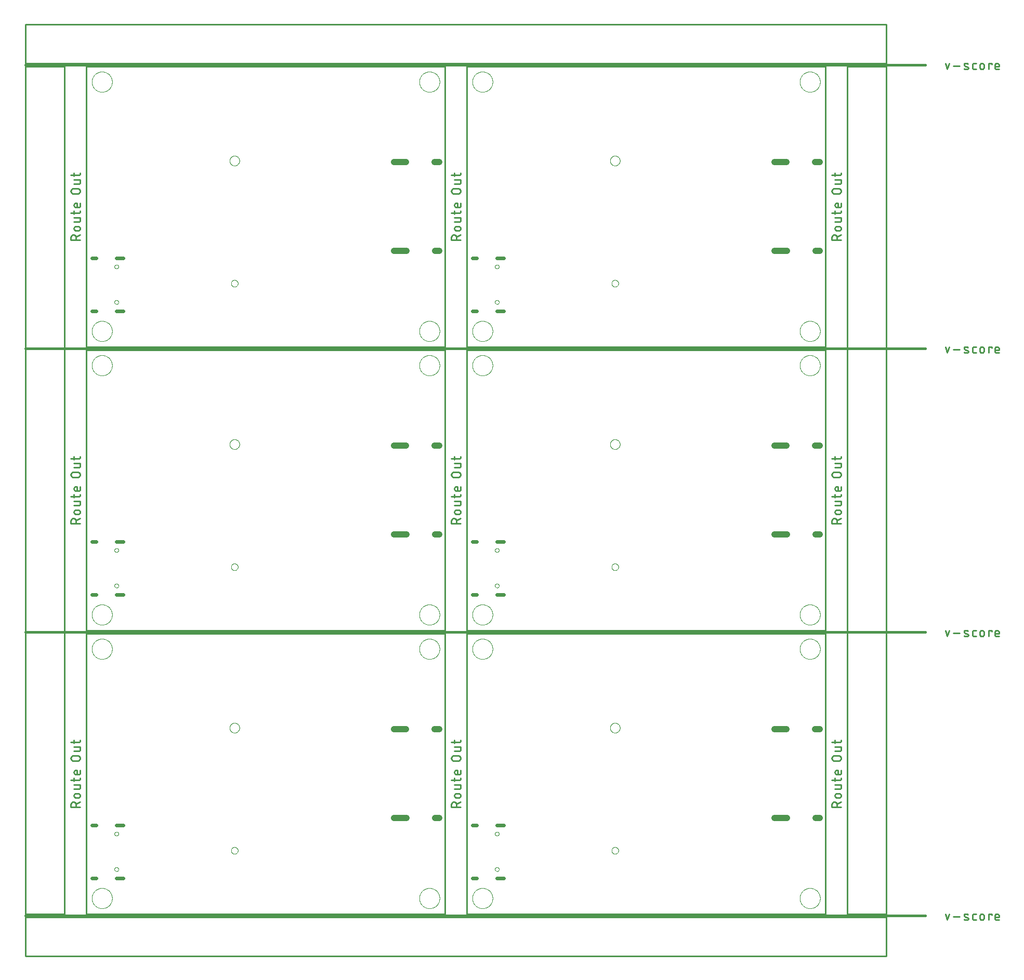
<source format=gko>
G04 EAGLE Gerber RS-274X export*
G75*
%MOMM*%
%FSLAX34Y34*%
%LPD*%
%IN*%
%IPPOS*%
%AMOC8*
5,1,8,0,0,1.08239X$1,22.5*%
G01*
%ADD10C,0.254000*%
%ADD11C,0.279400*%
%ADD12C,0.381000*%
%ADD13C,0.000000*%
%ADD14C,0.600000*%
%ADD15C,1.000000*%


D10*
X0Y0D02*
X0Y457200D01*
X584200Y457200D01*
X584200Y0D01*
X0Y0D01*
D11*
X-10287Y174104D02*
X-25273Y174104D01*
X-25273Y178267D01*
X-25271Y178395D01*
X-25265Y178523D01*
X-25255Y178651D01*
X-25241Y178779D01*
X-25224Y178906D01*
X-25202Y179032D01*
X-25177Y179158D01*
X-25147Y179282D01*
X-25114Y179406D01*
X-25077Y179529D01*
X-25036Y179651D01*
X-24992Y179771D01*
X-24944Y179890D01*
X-24892Y180007D01*
X-24837Y180123D01*
X-24778Y180236D01*
X-24715Y180349D01*
X-24649Y180459D01*
X-24580Y180566D01*
X-24508Y180672D01*
X-24432Y180776D01*
X-24353Y180877D01*
X-24271Y180976D01*
X-24186Y181072D01*
X-24099Y181165D01*
X-24008Y181256D01*
X-23915Y181343D01*
X-23819Y181428D01*
X-23720Y181510D01*
X-23619Y181589D01*
X-23515Y181665D01*
X-23409Y181737D01*
X-23302Y181806D01*
X-23191Y181872D01*
X-23079Y181935D01*
X-22966Y181994D01*
X-22850Y182049D01*
X-22733Y182101D01*
X-22614Y182149D01*
X-22494Y182193D01*
X-22372Y182234D01*
X-22249Y182271D01*
X-22125Y182304D01*
X-22001Y182334D01*
X-21875Y182359D01*
X-21749Y182381D01*
X-21622Y182398D01*
X-21494Y182412D01*
X-21366Y182422D01*
X-21238Y182428D01*
X-21110Y182430D01*
X-20982Y182428D01*
X-20854Y182422D01*
X-20726Y182412D01*
X-20598Y182398D01*
X-20471Y182381D01*
X-20345Y182359D01*
X-20219Y182334D01*
X-20095Y182304D01*
X-19971Y182271D01*
X-19848Y182234D01*
X-19726Y182193D01*
X-19606Y182149D01*
X-19487Y182101D01*
X-19370Y182049D01*
X-19254Y181994D01*
X-19141Y181935D01*
X-19029Y181872D01*
X-18918Y181806D01*
X-18811Y181737D01*
X-18705Y181665D01*
X-18601Y181589D01*
X-18500Y181510D01*
X-18401Y181428D01*
X-18305Y181343D01*
X-18212Y181256D01*
X-18121Y181165D01*
X-18034Y181072D01*
X-17949Y180976D01*
X-17867Y180877D01*
X-17788Y180776D01*
X-17712Y180672D01*
X-17640Y180566D01*
X-17571Y180459D01*
X-17505Y180349D01*
X-17442Y180236D01*
X-17383Y180123D01*
X-17328Y180007D01*
X-17276Y179890D01*
X-17228Y179771D01*
X-17184Y179651D01*
X-17143Y179529D01*
X-17106Y179406D01*
X-17073Y179282D01*
X-17043Y179158D01*
X-17018Y179032D01*
X-16996Y178906D01*
X-16979Y178779D01*
X-16965Y178651D01*
X-16955Y178523D01*
X-16949Y178395D01*
X-16947Y178267D01*
X-16947Y174104D01*
X-16947Y179099D02*
X-10287Y182429D01*
X-13617Y189388D02*
X-16947Y189388D01*
X-17061Y189390D01*
X-17174Y189396D01*
X-17288Y189405D01*
X-17400Y189419D01*
X-17513Y189436D01*
X-17625Y189458D01*
X-17735Y189483D01*
X-17845Y189511D01*
X-17954Y189544D01*
X-18062Y189580D01*
X-18169Y189620D01*
X-18274Y189664D01*
X-18377Y189711D01*
X-18479Y189761D01*
X-18579Y189815D01*
X-18677Y189873D01*
X-18773Y189934D01*
X-18867Y189997D01*
X-18959Y190065D01*
X-19049Y190135D01*
X-19135Y190208D01*
X-19220Y190284D01*
X-19302Y190363D01*
X-19381Y190445D01*
X-19457Y190530D01*
X-19530Y190616D01*
X-19600Y190706D01*
X-19668Y190798D01*
X-19731Y190892D01*
X-19792Y190988D01*
X-19850Y191086D01*
X-19904Y191186D01*
X-19954Y191288D01*
X-20001Y191391D01*
X-20045Y191496D01*
X-20085Y191603D01*
X-20121Y191711D01*
X-20154Y191820D01*
X-20182Y191930D01*
X-20207Y192040D01*
X-20229Y192152D01*
X-20246Y192265D01*
X-20260Y192377D01*
X-20269Y192491D01*
X-20275Y192604D01*
X-20277Y192718D01*
X-20275Y192832D01*
X-20269Y192945D01*
X-20260Y193059D01*
X-20246Y193171D01*
X-20229Y193284D01*
X-20207Y193396D01*
X-20182Y193506D01*
X-20154Y193616D01*
X-20121Y193725D01*
X-20085Y193833D01*
X-20045Y193940D01*
X-20001Y194045D01*
X-19954Y194148D01*
X-19904Y194250D01*
X-19850Y194350D01*
X-19792Y194448D01*
X-19731Y194544D01*
X-19668Y194638D01*
X-19600Y194730D01*
X-19530Y194820D01*
X-19457Y194906D01*
X-19381Y194991D01*
X-19302Y195073D01*
X-19220Y195152D01*
X-19135Y195228D01*
X-19049Y195301D01*
X-18959Y195371D01*
X-18867Y195439D01*
X-18773Y195502D01*
X-18677Y195563D01*
X-18579Y195621D01*
X-18479Y195675D01*
X-18377Y195725D01*
X-18274Y195772D01*
X-18169Y195816D01*
X-18062Y195856D01*
X-17954Y195892D01*
X-17845Y195925D01*
X-17735Y195953D01*
X-17625Y195978D01*
X-17513Y196000D01*
X-17400Y196017D01*
X-17288Y196031D01*
X-17174Y196040D01*
X-17061Y196046D01*
X-16947Y196048D01*
X-13617Y196048D01*
X-13503Y196046D01*
X-13390Y196040D01*
X-13276Y196031D01*
X-13164Y196017D01*
X-13051Y196000D01*
X-12939Y195978D01*
X-12829Y195953D01*
X-12719Y195925D01*
X-12610Y195892D01*
X-12502Y195856D01*
X-12395Y195816D01*
X-12290Y195772D01*
X-12187Y195725D01*
X-12085Y195675D01*
X-11985Y195621D01*
X-11887Y195563D01*
X-11791Y195502D01*
X-11697Y195439D01*
X-11605Y195371D01*
X-11515Y195301D01*
X-11429Y195228D01*
X-11344Y195152D01*
X-11262Y195073D01*
X-11183Y194991D01*
X-11107Y194906D01*
X-11034Y194820D01*
X-10964Y194730D01*
X-10896Y194638D01*
X-10833Y194544D01*
X-10772Y194448D01*
X-10714Y194350D01*
X-10660Y194250D01*
X-10610Y194148D01*
X-10563Y194045D01*
X-10519Y193940D01*
X-10479Y193833D01*
X-10443Y193725D01*
X-10410Y193616D01*
X-10382Y193506D01*
X-10357Y193396D01*
X-10335Y193284D01*
X-10318Y193171D01*
X-10304Y193059D01*
X-10295Y192945D01*
X-10289Y192832D01*
X-10287Y192718D01*
X-10289Y192604D01*
X-10295Y192491D01*
X-10304Y192377D01*
X-10318Y192265D01*
X-10335Y192152D01*
X-10357Y192040D01*
X-10382Y191930D01*
X-10410Y191820D01*
X-10443Y191711D01*
X-10479Y191603D01*
X-10519Y191496D01*
X-10563Y191391D01*
X-10610Y191288D01*
X-10660Y191186D01*
X-10714Y191086D01*
X-10772Y190988D01*
X-10833Y190892D01*
X-10896Y190798D01*
X-10964Y190706D01*
X-11034Y190616D01*
X-11107Y190530D01*
X-11183Y190445D01*
X-11262Y190363D01*
X-11344Y190284D01*
X-11429Y190208D01*
X-11515Y190135D01*
X-11605Y190065D01*
X-11697Y189997D01*
X-11791Y189934D01*
X-11887Y189873D01*
X-11985Y189815D01*
X-12085Y189761D01*
X-12187Y189711D01*
X-12290Y189664D01*
X-12395Y189620D01*
X-12502Y189580D01*
X-12610Y189544D01*
X-12719Y189511D01*
X-12829Y189483D01*
X-12939Y189458D01*
X-13051Y189436D01*
X-13164Y189419D01*
X-13276Y189405D01*
X-13390Y189396D01*
X-13503Y189390D01*
X-13617Y189388D01*
X-12785Y203456D02*
X-20278Y203456D01*
X-12785Y203455D02*
X-12687Y203457D01*
X-12589Y203463D01*
X-12491Y203472D01*
X-12394Y203486D01*
X-12298Y203503D01*
X-12202Y203524D01*
X-12107Y203549D01*
X-12013Y203577D01*
X-11920Y203609D01*
X-11829Y203645D01*
X-11739Y203684D01*
X-11651Y203727D01*
X-11564Y203774D01*
X-11480Y203823D01*
X-11397Y203876D01*
X-11317Y203932D01*
X-11239Y203991D01*
X-11163Y204054D01*
X-11089Y204119D01*
X-11019Y204187D01*
X-10951Y204257D01*
X-10886Y204331D01*
X-10823Y204407D01*
X-10764Y204485D01*
X-10708Y204565D01*
X-10655Y204648D01*
X-10606Y204732D01*
X-10559Y204819D01*
X-10516Y204907D01*
X-10477Y204997D01*
X-10441Y205088D01*
X-10409Y205181D01*
X-10381Y205275D01*
X-10356Y205370D01*
X-10335Y205466D01*
X-10318Y205562D01*
X-10304Y205659D01*
X-10295Y205757D01*
X-10289Y205855D01*
X-10287Y205953D01*
X-10287Y210116D01*
X-20278Y210116D01*
X-20278Y216097D02*
X-20278Y221092D01*
X-25273Y217762D02*
X-12785Y217762D01*
X-12687Y217764D01*
X-12589Y217770D01*
X-12491Y217779D01*
X-12394Y217793D01*
X-12298Y217810D01*
X-12202Y217831D01*
X-12107Y217856D01*
X-12013Y217884D01*
X-11920Y217916D01*
X-11829Y217952D01*
X-11739Y217991D01*
X-11651Y218034D01*
X-11564Y218081D01*
X-11480Y218130D01*
X-11397Y218183D01*
X-11317Y218239D01*
X-11239Y218298D01*
X-11163Y218361D01*
X-11089Y218426D01*
X-11019Y218494D01*
X-10951Y218564D01*
X-10886Y218638D01*
X-10823Y218714D01*
X-10764Y218792D01*
X-10708Y218872D01*
X-10655Y218955D01*
X-10606Y219039D01*
X-10559Y219126D01*
X-10516Y219214D01*
X-10477Y219304D01*
X-10441Y219395D01*
X-10409Y219488D01*
X-10381Y219582D01*
X-10356Y219677D01*
X-10335Y219773D01*
X-10318Y219869D01*
X-10304Y219966D01*
X-10295Y220064D01*
X-10289Y220162D01*
X-10287Y220260D01*
X-10287Y221092D01*
X-10287Y229921D02*
X-10287Y234084D01*
X-10287Y229921D02*
X-10289Y229823D01*
X-10295Y229725D01*
X-10304Y229627D01*
X-10318Y229530D01*
X-10335Y229434D01*
X-10356Y229338D01*
X-10381Y229243D01*
X-10409Y229149D01*
X-10441Y229056D01*
X-10477Y228965D01*
X-10516Y228875D01*
X-10559Y228787D01*
X-10606Y228700D01*
X-10655Y228616D01*
X-10708Y228533D01*
X-10764Y228453D01*
X-10823Y228375D01*
X-10886Y228299D01*
X-10951Y228225D01*
X-11019Y228155D01*
X-11089Y228087D01*
X-11163Y228022D01*
X-11239Y227959D01*
X-11317Y227900D01*
X-11397Y227844D01*
X-11480Y227791D01*
X-11564Y227742D01*
X-11651Y227695D01*
X-11739Y227652D01*
X-11829Y227613D01*
X-11920Y227577D01*
X-12013Y227545D01*
X-12107Y227517D01*
X-12202Y227492D01*
X-12298Y227471D01*
X-12394Y227454D01*
X-12491Y227440D01*
X-12589Y227431D01*
X-12687Y227425D01*
X-12785Y227423D01*
X-12785Y227424D02*
X-16947Y227424D01*
X-17061Y227426D01*
X-17174Y227432D01*
X-17288Y227441D01*
X-17400Y227455D01*
X-17513Y227472D01*
X-17625Y227494D01*
X-17735Y227519D01*
X-17845Y227547D01*
X-17954Y227580D01*
X-18062Y227616D01*
X-18169Y227656D01*
X-18274Y227700D01*
X-18377Y227747D01*
X-18479Y227797D01*
X-18579Y227851D01*
X-18677Y227909D01*
X-18773Y227970D01*
X-18867Y228033D01*
X-18959Y228101D01*
X-19049Y228171D01*
X-19135Y228244D01*
X-19220Y228320D01*
X-19302Y228399D01*
X-19381Y228481D01*
X-19457Y228566D01*
X-19530Y228652D01*
X-19600Y228742D01*
X-19668Y228834D01*
X-19731Y228928D01*
X-19792Y229024D01*
X-19850Y229122D01*
X-19904Y229222D01*
X-19954Y229324D01*
X-20001Y229427D01*
X-20045Y229532D01*
X-20085Y229639D01*
X-20121Y229747D01*
X-20154Y229856D01*
X-20182Y229966D01*
X-20207Y230076D01*
X-20229Y230188D01*
X-20246Y230301D01*
X-20260Y230413D01*
X-20269Y230527D01*
X-20275Y230640D01*
X-20277Y230754D01*
X-20275Y230868D01*
X-20269Y230981D01*
X-20260Y231095D01*
X-20246Y231207D01*
X-20229Y231320D01*
X-20207Y231432D01*
X-20182Y231542D01*
X-20154Y231652D01*
X-20121Y231761D01*
X-20085Y231869D01*
X-20045Y231976D01*
X-20001Y232081D01*
X-19954Y232184D01*
X-19904Y232286D01*
X-19850Y232386D01*
X-19792Y232484D01*
X-19731Y232580D01*
X-19668Y232674D01*
X-19600Y232766D01*
X-19530Y232856D01*
X-19457Y232942D01*
X-19381Y233027D01*
X-19302Y233109D01*
X-19220Y233188D01*
X-19135Y233264D01*
X-19049Y233337D01*
X-18959Y233407D01*
X-18867Y233475D01*
X-18773Y233538D01*
X-18677Y233599D01*
X-18579Y233657D01*
X-18479Y233711D01*
X-18377Y233761D01*
X-18274Y233808D01*
X-18169Y233852D01*
X-18062Y233892D01*
X-17954Y233928D01*
X-17845Y233961D01*
X-17735Y233989D01*
X-17625Y234014D01*
X-17513Y234036D01*
X-17400Y234053D01*
X-17288Y234067D01*
X-17174Y234076D01*
X-17061Y234082D01*
X-16947Y234084D01*
X-15282Y234084D01*
X-15282Y227424D01*
X-14450Y249517D02*
X-21110Y249517D01*
X-21238Y249519D01*
X-21366Y249525D01*
X-21494Y249535D01*
X-21622Y249549D01*
X-21749Y249566D01*
X-21875Y249588D01*
X-22001Y249613D01*
X-22125Y249643D01*
X-22249Y249676D01*
X-22372Y249713D01*
X-22494Y249754D01*
X-22614Y249798D01*
X-22733Y249846D01*
X-22850Y249898D01*
X-22966Y249953D01*
X-23079Y250012D01*
X-23192Y250075D01*
X-23302Y250141D01*
X-23409Y250210D01*
X-23515Y250282D01*
X-23619Y250358D01*
X-23720Y250437D01*
X-23819Y250519D01*
X-23915Y250604D01*
X-24008Y250691D01*
X-24099Y250782D01*
X-24186Y250875D01*
X-24271Y250971D01*
X-24353Y251070D01*
X-24432Y251171D01*
X-24508Y251275D01*
X-24580Y251381D01*
X-24649Y251488D01*
X-24715Y251599D01*
X-24778Y251711D01*
X-24837Y251824D01*
X-24892Y251940D01*
X-24944Y252057D01*
X-24992Y252176D01*
X-25036Y252296D01*
X-25077Y252418D01*
X-25114Y252541D01*
X-25147Y252665D01*
X-25177Y252789D01*
X-25202Y252915D01*
X-25224Y253041D01*
X-25241Y253168D01*
X-25255Y253296D01*
X-25265Y253424D01*
X-25271Y253552D01*
X-25273Y253680D01*
X-25271Y253808D01*
X-25265Y253936D01*
X-25255Y254064D01*
X-25241Y254192D01*
X-25224Y254319D01*
X-25202Y254445D01*
X-25177Y254571D01*
X-25147Y254695D01*
X-25114Y254819D01*
X-25077Y254942D01*
X-25036Y255064D01*
X-24992Y255184D01*
X-24944Y255303D01*
X-24892Y255420D01*
X-24837Y255536D01*
X-24778Y255649D01*
X-24715Y255762D01*
X-24649Y255872D01*
X-24580Y255979D01*
X-24508Y256085D01*
X-24432Y256189D01*
X-24353Y256290D01*
X-24271Y256389D01*
X-24186Y256485D01*
X-24099Y256578D01*
X-24008Y256669D01*
X-23915Y256756D01*
X-23819Y256841D01*
X-23720Y256923D01*
X-23619Y257002D01*
X-23515Y257078D01*
X-23409Y257150D01*
X-23302Y257219D01*
X-23191Y257285D01*
X-23079Y257348D01*
X-22966Y257407D01*
X-22850Y257462D01*
X-22733Y257514D01*
X-22614Y257562D01*
X-22494Y257606D01*
X-22372Y257647D01*
X-22249Y257684D01*
X-22125Y257717D01*
X-22001Y257747D01*
X-21875Y257772D01*
X-21749Y257794D01*
X-21622Y257811D01*
X-21494Y257825D01*
X-21366Y257835D01*
X-21238Y257841D01*
X-21110Y257843D01*
X-21110Y257842D02*
X-14450Y257842D01*
X-14450Y257843D02*
X-14322Y257841D01*
X-14194Y257835D01*
X-14066Y257825D01*
X-13938Y257811D01*
X-13811Y257794D01*
X-13685Y257772D01*
X-13559Y257747D01*
X-13435Y257717D01*
X-13311Y257684D01*
X-13188Y257647D01*
X-13066Y257606D01*
X-12946Y257562D01*
X-12827Y257514D01*
X-12710Y257462D01*
X-12594Y257407D01*
X-12481Y257348D01*
X-12368Y257285D01*
X-12258Y257219D01*
X-12151Y257150D01*
X-12045Y257078D01*
X-11941Y257002D01*
X-11840Y256923D01*
X-11741Y256841D01*
X-11645Y256756D01*
X-11552Y256669D01*
X-11461Y256578D01*
X-11374Y256485D01*
X-11289Y256389D01*
X-11207Y256290D01*
X-11128Y256189D01*
X-11052Y256085D01*
X-10980Y255979D01*
X-10911Y255872D01*
X-10845Y255761D01*
X-10782Y255649D01*
X-10723Y255536D01*
X-10668Y255420D01*
X-10616Y255303D01*
X-10568Y255184D01*
X-10524Y255064D01*
X-10483Y254942D01*
X-10446Y254819D01*
X-10413Y254695D01*
X-10383Y254571D01*
X-10358Y254445D01*
X-10336Y254319D01*
X-10319Y254192D01*
X-10305Y254064D01*
X-10295Y253936D01*
X-10289Y253808D01*
X-10287Y253680D01*
X-10289Y253552D01*
X-10295Y253424D01*
X-10305Y253296D01*
X-10319Y253168D01*
X-10336Y253041D01*
X-10358Y252915D01*
X-10383Y252789D01*
X-10413Y252665D01*
X-10446Y252541D01*
X-10483Y252418D01*
X-10524Y252296D01*
X-10568Y252176D01*
X-10616Y252057D01*
X-10668Y251940D01*
X-10723Y251824D01*
X-10782Y251711D01*
X-10845Y251599D01*
X-10911Y251488D01*
X-10980Y251381D01*
X-11052Y251275D01*
X-11128Y251171D01*
X-11207Y251070D01*
X-11289Y250971D01*
X-11374Y250875D01*
X-11461Y250782D01*
X-11552Y250691D01*
X-11645Y250604D01*
X-11741Y250519D01*
X-11840Y250437D01*
X-11941Y250358D01*
X-12045Y250282D01*
X-12151Y250210D01*
X-12258Y250141D01*
X-12369Y250075D01*
X-12481Y250012D01*
X-12594Y249953D01*
X-12710Y249898D01*
X-12827Y249846D01*
X-12946Y249798D01*
X-13066Y249754D01*
X-13188Y249713D01*
X-13311Y249676D01*
X-13435Y249643D01*
X-13559Y249613D01*
X-13685Y249588D01*
X-13811Y249566D01*
X-13938Y249549D01*
X-14066Y249535D01*
X-14194Y249525D01*
X-14322Y249519D01*
X-14450Y249517D01*
X-12785Y265459D02*
X-20278Y265459D01*
X-12785Y265459D02*
X-12687Y265461D01*
X-12589Y265467D01*
X-12491Y265476D01*
X-12394Y265490D01*
X-12298Y265507D01*
X-12202Y265528D01*
X-12107Y265553D01*
X-12013Y265581D01*
X-11920Y265613D01*
X-11829Y265649D01*
X-11739Y265688D01*
X-11651Y265731D01*
X-11564Y265778D01*
X-11480Y265827D01*
X-11397Y265880D01*
X-11317Y265936D01*
X-11239Y265995D01*
X-11163Y266058D01*
X-11089Y266123D01*
X-11019Y266191D01*
X-10951Y266261D01*
X-10886Y266335D01*
X-10823Y266411D01*
X-10764Y266489D01*
X-10708Y266569D01*
X-10655Y266652D01*
X-10606Y266736D01*
X-10559Y266823D01*
X-10516Y266911D01*
X-10477Y267001D01*
X-10441Y267092D01*
X-10409Y267185D01*
X-10381Y267279D01*
X-10356Y267374D01*
X-10335Y267470D01*
X-10318Y267566D01*
X-10304Y267663D01*
X-10295Y267761D01*
X-10289Y267859D01*
X-10287Y267957D01*
X-10287Y272120D01*
X-20278Y272120D01*
X-20278Y278101D02*
X-20278Y283096D01*
X-25273Y279766D02*
X-12785Y279766D01*
X-12687Y279768D01*
X-12589Y279774D01*
X-12491Y279783D01*
X-12394Y279797D01*
X-12298Y279814D01*
X-12202Y279835D01*
X-12107Y279860D01*
X-12013Y279888D01*
X-11920Y279920D01*
X-11829Y279956D01*
X-11739Y279995D01*
X-11651Y280038D01*
X-11564Y280085D01*
X-11480Y280134D01*
X-11397Y280187D01*
X-11317Y280243D01*
X-11239Y280302D01*
X-11163Y280365D01*
X-11089Y280430D01*
X-11019Y280498D01*
X-10951Y280568D01*
X-10886Y280642D01*
X-10823Y280718D01*
X-10764Y280796D01*
X-10708Y280876D01*
X-10655Y280959D01*
X-10606Y281043D01*
X-10559Y281130D01*
X-10516Y281218D01*
X-10477Y281308D01*
X-10441Y281399D01*
X-10409Y281492D01*
X-10381Y281586D01*
X-10356Y281681D01*
X-10335Y281777D01*
X-10318Y281873D01*
X-10304Y281970D01*
X-10295Y282068D01*
X-10289Y282166D01*
X-10287Y282264D01*
X-10287Y283096D01*
D10*
X619760Y457200D02*
X619760Y0D01*
X619760Y457200D02*
X1203960Y457200D01*
X1203960Y0D01*
X619760Y0D01*
D11*
X609473Y174104D02*
X594487Y174104D01*
X594487Y178267D01*
X594489Y178395D01*
X594495Y178523D01*
X594505Y178651D01*
X594519Y178779D01*
X594536Y178906D01*
X594558Y179032D01*
X594583Y179158D01*
X594613Y179282D01*
X594646Y179406D01*
X594683Y179529D01*
X594724Y179651D01*
X594768Y179771D01*
X594816Y179890D01*
X594868Y180007D01*
X594923Y180123D01*
X594982Y180236D01*
X595045Y180349D01*
X595111Y180459D01*
X595180Y180566D01*
X595252Y180672D01*
X595328Y180776D01*
X595407Y180877D01*
X595489Y180976D01*
X595574Y181072D01*
X595661Y181165D01*
X595752Y181256D01*
X595845Y181343D01*
X595941Y181428D01*
X596040Y181510D01*
X596141Y181589D01*
X596245Y181665D01*
X596351Y181737D01*
X596458Y181806D01*
X596569Y181872D01*
X596681Y181935D01*
X596794Y181994D01*
X596910Y182049D01*
X597027Y182101D01*
X597146Y182149D01*
X597266Y182193D01*
X597388Y182234D01*
X597511Y182271D01*
X597635Y182304D01*
X597759Y182334D01*
X597885Y182359D01*
X598011Y182381D01*
X598138Y182398D01*
X598266Y182412D01*
X598394Y182422D01*
X598522Y182428D01*
X598650Y182430D01*
X598778Y182428D01*
X598906Y182422D01*
X599034Y182412D01*
X599162Y182398D01*
X599289Y182381D01*
X599415Y182359D01*
X599541Y182334D01*
X599665Y182304D01*
X599789Y182271D01*
X599912Y182234D01*
X600034Y182193D01*
X600154Y182149D01*
X600273Y182101D01*
X600390Y182049D01*
X600506Y181994D01*
X600619Y181935D01*
X600732Y181872D01*
X600842Y181806D01*
X600949Y181737D01*
X601055Y181665D01*
X601159Y181589D01*
X601260Y181510D01*
X601359Y181428D01*
X601455Y181343D01*
X601548Y181256D01*
X601639Y181165D01*
X601726Y181072D01*
X601811Y180976D01*
X601893Y180877D01*
X601972Y180776D01*
X602048Y180672D01*
X602120Y180566D01*
X602189Y180459D01*
X602255Y180349D01*
X602318Y180236D01*
X602377Y180123D01*
X602432Y180007D01*
X602484Y179890D01*
X602532Y179771D01*
X602576Y179651D01*
X602617Y179529D01*
X602654Y179406D01*
X602687Y179282D01*
X602717Y179158D01*
X602742Y179032D01*
X602764Y178906D01*
X602781Y178779D01*
X602795Y178651D01*
X602805Y178523D01*
X602811Y178395D01*
X602813Y178267D01*
X602813Y174104D01*
X602813Y179099D02*
X609473Y182429D01*
X606143Y189388D02*
X602813Y189388D01*
X602699Y189390D01*
X602586Y189396D01*
X602472Y189405D01*
X602360Y189419D01*
X602247Y189436D01*
X602135Y189458D01*
X602025Y189483D01*
X601915Y189511D01*
X601806Y189544D01*
X601698Y189580D01*
X601591Y189620D01*
X601486Y189664D01*
X601383Y189711D01*
X601281Y189761D01*
X601181Y189815D01*
X601083Y189873D01*
X600987Y189934D01*
X600893Y189997D01*
X600801Y190065D01*
X600711Y190135D01*
X600625Y190208D01*
X600540Y190284D01*
X600458Y190363D01*
X600379Y190445D01*
X600303Y190530D01*
X600230Y190616D01*
X600160Y190706D01*
X600092Y190798D01*
X600029Y190892D01*
X599968Y190988D01*
X599910Y191086D01*
X599856Y191186D01*
X599806Y191288D01*
X599759Y191391D01*
X599715Y191496D01*
X599675Y191603D01*
X599639Y191711D01*
X599606Y191820D01*
X599578Y191930D01*
X599553Y192040D01*
X599531Y192152D01*
X599514Y192265D01*
X599500Y192377D01*
X599491Y192491D01*
X599485Y192604D01*
X599483Y192718D01*
X599485Y192832D01*
X599491Y192945D01*
X599500Y193059D01*
X599514Y193171D01*
X599531Y193284D01*
X599553Y193396D01*
X599578Y193506D01*
X599606Y193616D01*
X599639Y193725D01*
X599675Y193833D01*
X599715Y193940D01*
X599759Y194045D01*
X599806Y194148D01*
X599856Y194250D01*
X599910Y194350D01*
X599968Y194448D01*
X600029Y194544D01*
X600092Y194638D01*
X600160Y194730D01*
X600230Y194820D01*
X600303Y194906D01*
X600379Y194991D01*
X600458Y195073D01*
X600540Y195152D01*
X600625Y195228D01*
X600711Y195301D01*
X600801Y195371D01*
X600893Y195439D01*
X600987Y195502D01*
X601083Y195563D01*
X601181Y195621D01*
X601281Y195675D01*
X601383Y195725D01*
X601486Y195772D01*
X601591Y195816D01*
X601698Y195856D01*
X601806Y195892D01*
X601915Y195925D01*
X602025Y195953D01*
X602135Y195978D01*
X602247Y196000D01*
X602360Y196017D01*
X602472Y196031D01*
X602586Y196040D01*
X602699Y196046D01*
X602813Y196048D01*
X606143Y196048D01*
X606257Y196046D01*
X606370Y196040D01*
X606484Y196031D01*
X606596Y196017D01*
X606709Y196000D01*
X606821Y195978D01*
X606931Y195953D01*
X607041Y195925D01*
X607150Y195892D01*
X607258Y195856D01*
X607365Y195816D01*
X607470Y195772D01*
X607573Y195725D01*
X607675Y195675D01*
X607775Y195621D01*
X607873Y195563D01*
X607969Y195502D01*
X608063Y195439D01*
X608155Y195371D01*
X608245Y195301D01*
X608331Y195228D01*
X608416Y195152D01*
X608498Y195073D01*
X608577Y194991D01*
X608653Y194906D01*
X608726Y194820D01*
X608796Y194730D01*
X608864Y194638D01*
X608927Y194544D01*
X608988Y194448D01*
X609046Y194350D01*
X609100Y194250D01*
X609150Y194148D01*
X609197Y194045D01*
X609241Y193940D01*
X609281Y193833D01*
X609317Y193725D01*
X609350Y193616D01*
X609378Y193506D01*
X609403Y193396D01*
X609425Y193284D01*
X609442Y193171D01*
X609456Y193059D01*
X609465Y192945D01*
X609471Y192832D01*
X609473Y192718D01*
X609471Y192604D01*
X609465Y192491D01*
X609456Y192377D01*
X609442Y192265D01*
X609425Y192152D01*
X609403Y192040D01*
X609378Y191930D01*
X609350Y191820D01*
X609317Y191711D01*
X609281Y191603D01*
X609241Y191496D01*
X609197Y191391D01*
X609150Y191288D01*
X609100Y191186D01*
X609046Y191086D01*
X608988Y190988D01*
X608927Y190892D01*
X608864Y190798D01*
X608796Y190706D01*
X608726Y190616D01*
X608653Y190530D01*
X608577Y190445D01*
X608498Y190363D01*
X608416Y190284D01*
X608331Y190208D01*
X608245Y190135D01*
X608155Y190065D01*
X608063Y189997D01*
X607969Y189934D01*
X607873Y189873D01*
X607775Y189815D01*
X607675Y189761D01*
X607573Y189711D01*
X607470Y189664D01*
X607365Y189620D01*
X607258Y189580D01*
X607150Y189544D01*
X607041Y189511D01*
X606931Y189483D01*
X606821Y189458D01*
X606709Y189436D01*
X606596Y189419D01*
X606484Y189405D01*
X606370Y189396D01*
X606257Y189390D01*
X606143Y189388D01*
X606975Y203456D02*
X599482Y203456D01*
X606975Y203455D02*
X607073Y203457D01*
X607171Y203463D01*
X607269Y203472D01*
X607366Y203486D01*
X607462Y203503D01*
X607558Y203524D01*
X607653Y203549D01*
X607747Y203577D01*
X607840Y203609D01*
X607931Y203645D01*
X608021Y203684D01*
X608109Y203727D01*
X608196Y203774D01*
X608280Y203823D01*
X608363Y203876D01*
X608443Y203932D01*
X608522Y203991D01*
X608597Y204054D01*
X608671Y204119D01*
X608741Y204187D01*
X608809Y204257D01*
X608875Y204331D01*
X608937Y204407D01*
X608996Y204485D01*
X609052Y204565D01*
X609105Y204648D01*
X609155Y204732D01*
X609201Y204819D01*
X609244Y204907D01*
X609283Y204997D01*
X609319Y205088D01*
X609351Y205181D01*
X609379Y205275D01*
X609404Y205370D01*
X609425Y205466D01*
X609442Y205562D01*
X609456Y205659D01*
X609465Y205757D01*
X609471Y205855D01*
X609473Y205953D01*
X609473Y210116D01*
X599482Y210116D01*
X599482Y216097D02*
X599482Y221092D01*
X594487Y217762D02*
X606975Y217762D01*
X607073Y217764D01*
X607171Y217770D01*
X607269Y217779D01*
X607366Y217793D01*
X607462Y217810D01*
X607558Y217831D01*
X607653Y217856D01*
X607747Y217884D01*
X607840Y217916D01*
X607931Y217952D01*
X608021Y217991D01*
X608109Y218034D01*
X608196Y218081D01*
X608280Y218130D01*
X608363Y218183D01*
X608443Y218239D01*
X608522Y218298D01*
X608597Y218361D01*
X608671Y218426D01*
X608741Y218494D01*
X608809Y218564D01*
X608875Y218638D01*
X608937Y218714D01*
X608996Y218792D01*
X609052Y218872D01*
X609105Y218955D01*
X609155Y219039D01*
X609201Y219126D01*
X609244Y219214D01*
X609283Y219304D01*
X609319Y219395D01*
X609351Y219488D01*
X609379Y219582D01*
X609404Y219677D01*
X609425Y219773D01*
X609442Y219869D01*
X609456Y219966D01*
X609465Y220064D01*
X609471Y220162D01*
X609473Y220260D01*
X609473Y221092D01*
X609473Y229921D02*
X609473Y234084D01*
X609473Y229921D02*
X609471Y229823D01*
X609465Y229725D01*
X609456Y229627D01*
X609442Y229530D01*
X609425Y229434D01*
X609404Y229338D01*
X609379Y229243D01*
X609351Y229149D01*
X609319Y229056D01*
X609283Y228965D01*
X609244Y228875D01*
X609201Y228787D01*
X609154Y228700D01*
X609105Y228616D01*
X609052Y228533D01*
X608996Y228453D01*
X608937Y228375D01*
X608875Y228299D01*
X608809Y228225D01*
X608741Y228155D01*
X608671Y228087D01*
X608597Y228022D01*
X608522Y227959D01*
X608443Y227900D01*
X608363Y227844D01*
X608280Y227791D01*
X608196Y227742D01*
X608109Y227695D01*
X608021Y227652D01*
X607931Y227613D01*
X607840Y227577D01*
X607747Y227545D01*
X607653Y227517D01*
X607558Y227492D01*
X607462Y227471D01*
X607366Y227454D01*
X607269Y227440D01*
X607171Y227431D01*
X607073Y227425D01*
X606975Y227423D01*
X606975Y227424D02*
X602813Y227424D01*
X602699Y227426D01*
X602586Y227432D01*
X602472Y227441D01*
X602360Y227455D01*
X602247Y227472D01*
X602135Y227494D01*
X602025Y227519D01*
X601915Y227547D01*
X601806Y227580D01*
X601698Y227616D01*
X601591Y227656D01*
X601486Y227700D01*
X601383Y227747D01*
X601281Y227797D01*
X601181Y227851D01*
X601083Y227909D01*
X600987Y227970D01*
X600893Y228033D01*
X600801Y228101D01*
X600711Y228171D01*
X600625Y228244D01*
X600540Y228320D01*
X600458Y228399D01*
X600379Y228481D01*
X600303Y228566D01*
X600230Y228652D01*
X600160Y228742D01*
X600092Y228834D01*
X600029Y228928D01*
X599968Y229024D01*
X599910Y229122D01*
X599856Y229222D01*
X599806Y229324D01*
X599759Y229427D01*
X599715Y229532D01*
X599675Y229639D01*
X599639Y229747D01*
X599606Y229856D01*
X599578Y229966D01*
X599553Y230076D01*
X599531Y230188D01*
X599514Y230301D01*
X599500Y230413D01*
X599491Y230527D01*
X599485Y230640D01*
X599483Y230754D01*
X599485Y230868D01*
X599491Y230981D01*
X599500Y231095D01*
X599514Y231207D01*
X599531Y231320D01*
X599553Y231432D01*
X599578Y231542D01*
X599606Y231652D01*
X599639Y231761D01*
X599675Y231869D01*
X599715Y231976D01*
X599759Y232081D01*
X599806Y232184D01*
X599856Y232286D01*
X599910Y232386D01*
X599968Y232484D01*
X600029Y232580D01*
X600092Y232674D01*
X600160Y232766D01*
X600230Y232856D01*
X600303Y232942D01*
X600379Y233027D01*
X600458Y233109D01*
X600540Y233188D01*
X600625Y233264D01*
X600711Y233337D01*
X600801Y233407D01*
X600893Y233475D01*
X600987Y233538D01*
X601083Y233599D01*
X601181Y233657D01*
X601281Y233711D01*
X601383Y233761D01*
X601486Y233808D01*
X601591Y233852D01*
X601698Y233892D01*
X601806Y233928D01*
X601915Y233961D01*
X602025Y233989D01*
X602135Y234014D01*
X602247Y234036D01*
X602360Y234053D01*
X602472Y234067D01*
X602586Y234076D01*
X602699Y234082D01*
X602813Y234084D01*
X604478Y234084D01*
X604478Y227424D01*
X605310Y249517D02*
X598650Y249517D01*
X598522Y249519D01*
X598394Y249525D01*
X598266Y249535D01*
X598138Y249549D01*
X598011Y249566D01*
X597885Y249588D01*
X597759Y249613D01*
X597635Y249643D01*
X597511Y249676D01*
X597388Y249713D01*
X597266Y249754D01*
X597146Y249798D01*
X597027Y249846D01*
X596910Y249898D01*
X596794Y249953D01*
X596681Y250012D01*
X596569Y250075D01*
X596458Y250141D01*
X596351Y250210D01*
X596245Y250282D01*
X596141Y250358D01*
X596040Y250437D01*
X595941Y250519D01*
X595845Y250604D01*
X595752Y250691D01*
X595661Y250782D01*
X595574Y250875D01*
X595489Y250971D01*
X595407Y251070D01*
X595328Y251171D01*
X595252Y251275D01*
X595180Y251381D01*
X595111Y251488D01*
X595045Y251599D01*
X594982Y251711D01*
X594923Y251824D01*
X594868Y251940D01*
X594816Y252057D01*
X594768Y252176D01*
X594724Y252296D01*
X594683Y252418D01*
X594646Y252541D01*
X594613Y252665D01*
X594583Y252789D01*
X594558Y252915D01*
X594536Y253041D01*
X594519Y253168D01*
X594505Y253296D01*
X594495Y253424D01*
X594489Y253552D01*
X594487Y253680D01*
X594489Y253808D01*
X594495Y253936D01*
X594505Y254064D01*
X594519Y254192D01*
X594536Y254319D01*
X594558Y254445D01*
X594583Y254571D01*
X594613Y254695D01*
X594646Y254819D01*
X594683Y254942D01*
X594724Y255064D01*
X594768Y255184D01*
X594816Y255303D01*
X594868Y255420D01*
X594923Y255536D01*
X594982Y255649D01*
X595045Y255762D01*
X595111Y255872D01*
X595180Y255979D01*
X595252Y256085D01*
X595328Y256189D01*
X595407Y256290D01*
X595489Y256389D01*
X595574Y256485D01*
X595661Y256578D01*
X595752Y256669D01*
X595845Y256756D01*
X595941Y256841D01*
X596040Y256923D01*
X596141Y257002D01*
X596245Y257078D01*
X596351Y257150D01*
X596458Y257219D01*
X596569Y257285D01*
X596681Y257348D01*
X596794Y257407D01*
X596910Y257462D01*
X597027Y257514D01*
X597146Y257562D01*
X597266Y257606D01*
X597388Y257647D01*
X597511Y257684D01*
X597635Y257717D01*
X597759Y257747D01*
X597885Y257772D01*
X598011Y257794D01*
X598138Y257811D01*
X598266Y257825D01*
X598394Y257835D01*
X598522Y257841D01*
X598650Y257843D01*
X598650Y257842D02*
X605310Y257842D01*
X605310Y257843D02*
X605438Y257841D01*
X605566Y257835D01*
X605694Y257825D01*
X605822Y257811D01*
X605949Y257794D01*
X606075Y257772D01*
X606201Y257747D01*
X606325Y257717D01*
X606449Y257684D01*
X606572Y257647D01*
X606694Y257606D01*
X606814Y257562D01*
X606933Y257514D01*
X607050Y257462D01*
X607166Y257407D01*
X607279Y257348D01*
X607392Y257285D01*
X607502Y257219D01*
X607609Y257150D01*
X607715Y257078D01*
X607819Y257002D01*
X607920Y256923D01*
X608019Y256841D01*
X608115Y256756D01*
X608208Y256669D01*
X608299Y256578D01*
X608386Y256485D01*
X608471Y256389D01*
X608553Y256290D01*
X608632Y256189D01*
X608708Y256085D01*
X608780Y255979D01*
X608849Y255872D01*
X608915Y255761D01*
X608978Y255649D01*
X609037Y255536D01*
X609092Y255420D01*
X609144Y255303D01*
X609192Y255184D01*
X609236Y255064D01*
X609277Y254942D01*
X609314Y254819D01*
X609347Y254695D01*
X609377Y254571D01*
X609402Y254445D01*
X609424Y254319D01*
X609441Y254192D01*
X609455Y254064D01*
X609465Y253936D01*
X609471Y253808D01*
X609473Y253680D01*
X609471Y253552D01*
X609465Y253424D01*
X609455Y253296D01*
X609441Y253168D01*
X609424Y253041D01*
X609402Y252915D01*
X609377Y252789D01*
X609347Y252665D01*
X609314Y252541D01*
X609277Y252418D01*
X609236Y252296D01*
X609192Y252176D01*
X609144Y252057D01*
X609092Y251940D01*
X609037Y251824D01*
X608978Y251711D01*
X608915Y251599D01*
X608849Y251488D01*
X608780Y251381D01*
X608708Y251275D01*
X608632Y251171D01*
X608553Y251070D01*
X608471Y250971D01*
X608386Y250875D01*
X608299Y250782D01*
X608208Y250691D01*
X608115Y250604D01*
X608019Y250519D01*
X607920Y250437D01*
X607819Y250358D01*
X607715Y250282D01*
X607609Y250210D01*
X607502Y250141D01*
X607392Y250075D01*
X607279Y250012D01*
X607166Y249953D01*
X607050Y249898D01*
X606933Y249846D01*
X606814Y249798D01*
X606694Y249754D01*
X606572Y249713D01*
X606449Y249676D01*
X606325Y249643D01*
X606201Y249613D01*
X606075Y249588D01*
X605949Y249566D01*
X605822Y249549D01*
X605694Y249535D01*
X605566Y249525D01*
X605438Y249519D01*
X605310Y249517D01*
X606975Y265459D02*
X599482Y265459D01*
X606975Y265459D02*
X607073Y265461D01*
X607171Y265467D01*
X607269Y265476D01*
X607366Y265490D01*
X607462Y265507D01*
X607558Y265528D01*
X607653Y265553D01*
X607747Y265581D01*
X607840Y265613D01*
X607931Y265649D01*
X608021Y265688D01*
X608109Y265731D01*
X608196Y265778D01*
X608280Y265827D01*
X608363Y265880D01*
X608443Y265936D01*
X608522Y265995D01*
X608597Y266058D01*
X608671Y266123D01*
X608741Y266191D01*
X608809Y266261D01*
X608875Y266335D01*
X608937Y266411D01*
X608996Y266489D01*
X609052Y266569D01*
X609105Y266652D01*
X609155Y266736D01*
X609201Y266823D01*
X609244Y266911D01*
X609283Y267001D01*
X609319Y267092D01*
X609351Y267185D01*
X609379Y267279D01*
X609404Y267374D01*
X609425Y267470D01*
X609442Y267566D01*
X609456Y267663D01*
X609465Y267761D01*
X609471Y267859D01*
X609473Y267957D01*
X609473Y272120D01*
X599482Y272120D01*
X599482Y278101D02*
X599482Y283096D01*
X594487Y279766D02*
X606975Y279766D01*
X606975Y279765D02*
X607073Y279767D01*
X607171Y279773D01*
X607269Y279782D01*
X607366Y279796D01*
X607462Y279813D01*
X607558Y279834D01*
X607653Y279859D01*
X607747Y279887D01*
X607840Y279919D01*
X607931Y279955D01*
X608021Y279994D01*
X608109Y280037D01*
X608196Y280084D01*
X608280Y280133D01*
X608363Y280186D01*
X608443Y280242D01*
X608522Y280301D01*
X608597Y280364D01*
X608671Y280429D01*
X608741Y280497D01*
X608809Y280567D01*
X608875Y280641D01*
X608937Y280717D01*
X608996Y280795D01*
X609052Y280875D01*
X609105Y280958D01*
X609155Y281042D01*
X609201Y281129D01*
X609244Y281217D01*
X609283Y281307D01*
X609319Y281398D01*
X609351Y281491D01*
X609379Y281585D01*
X609404Y281680D01*
X609425Y281776D01*
X609442Y281872D01*
X609456Y281969D01*
X609465Y282067D01*
X609471Y282165D01*
X609473Y282263D01*
X609473Y282264D02*
X609473Y283096D01*
X1214247Y174104D02*
X1229233Y174104D01*
X1214247Y174104D02*
X1214247Y178267D01*
X1214249Y178395D01*
X1214255Y178523D01*
X1214265Y178651D01*
X1214279Y178779D01*
X1214296Y178906D01*
X1214318Y179032D01*
X1214343Y179158D01*
X1214373Y179282D01*
X1214406Y179406D01*
X1214443Y179529D01*
X1214484Y179651D01*
X1214528Y179771D01*
X1214576Y179890D01*
X1214628Y180007D01*
X1214683Y180123D01*
X1214742Y180236D01*
X1214805Y180349D01*
X1214871Y180459D01*
X1214940Y180566D01*
X1215012Y180672D01*
X1215088Y180776D01*
X1215167Y180877D01*
X1215249Y180976D01*
X1215334Y181072D01*
X1215421Y181165D01*
X1215512Y181256D01*
X1215605Y181343D01*
X1215701Y181428D01*
X1215800Y181510D01*
X1215901Y181589D01*
X1216005Y181665D01*
X1216111Y181737D01*
X1216218Y181806D01*
X1216329Y181872D01*
X1216441Y181935D01*
X1216554Y181994D01*
X1216670Y182049D01*
X1216787Y182101D01*
X1216906Y182149D01*
X1217026Y182193D01*
X1217148Y182234D01*
X1217271Y182271D01*
X1217395Y182304D01*
X1217519Y182334D01*
X1217645Y182359D01*
X1217771Y182381D01*
X1217898Y182398D01*
X1218026Y182412D01*
X1218154Y182422D01*
X1218282Y182428D01*
X1218410Y182430D01*
X1218538Y182428D01*
X1218666Y182422D01*
X1218794Y182412D01*
X1218922Y182398D01*
X1219049Y182381D01*
X1219175Y182359D01*
X1219301Y182334D01*
X1219425Y182304D01*
X1219549Y182271D01*
X1219672Y182234D01*
X1219794Y182193D01*
X1219914Y182149D01*
X1220033Y182101D01*
X1220150Y182049D01*
X1220266Y181994D01*
X1220379Y181935D01*
X1220492Y181872D01*
X1220602Y181806D01*
X1220709Y181737D01*
X1220815Y181665D01*
X1220919Y181589D01*
X1221020Y181510D01*
X1221119Y181428D01*
X1221215Y181343D01*
X1221308Y181256D01*
X1221399Y181165D01*
X1221486Y181072D01*
X1221571Y180976D01*
X1221653Y180877D01*
X1221732Y180776D01*
X1221808Y180672D01*
X1221880Y180566D01*
X1221949Y180459D01*
X1222015Y180349D01*
X1222078Y180236D01*
X1222137Y180123D01*
X1222192Y180007D01*
X1222244Y179890D01*
X1222292Y179771D01*
X1222336Y179651D01*
X1222377Y179529D01*
X1222414Y179406D01*
X1222447Y179282D01*
X1222477Y179158D01*
X1222502Y179032D01*
X1222524Y178906D01*
X1222541Y178779D01*
X1222555Y178651D01*
X1222565Y178523D01*
X1222571Y178395D01*
X1222573Y178267D01*
X1222573Y174104D01*
X1222573Y179099D02*
X1229233Y182429D01*
X1225903Y189388D02*
X1222573Y189388D01*
X1222459Y189390D01*
X1222346Y189396D01*
X1222232Y189405D01*
X1222120Y189419D01*
X1222007Y189436D01*
X1221895Y189458D01*
X1221785Y189483D01*
X1221675Y189511D01*
X1221566Y189544D01*
X1221458Y189580D01*
X1221351Y189620D01*
X1221246Y189664D01*
X1221143Y189711D01*
X1221041Y189761D01*
X1220941Y189815D01*
X1220843Y189873D01*
X1220747Y189934D01*
X1220653Y189997D01*
X1220561Y190065D01*
X1220471Y190135D01*
X1220385Y190208D01*
X1220300Y190284D01*
X1220218Y190363D01*
X1220139Y190445D01*
X1220063Y190530D01*
X1219990Y190616D01*
X1219920Y190706D01*
X1219852Y190798D01*
X1219789Y190892D01*
X1219728Y190988D01*
X1219670Y191086D01*
X1219616Y191186D01*
X1219566Y191288D01*
X1219519Y191391D01*
X1219475Y191496D01*
X1219435Y191603D01*
X1219399Y191711D01*
X1219366Y191820D01*
X1219338Y191930D01*
X1219313Y192040D01*
X1219291Y192152D01*
X1219274Y192265D01*
X1219260Y192377D01*
X1219251Y192491D01*
X1219245Y192604D01*
X1219243Y192718D01*
X1219245Y192832D01*
X1219251Y192945D01*
X1219260Y193059D01*
X1219274Y193171D01*
X1219291Y193284D01*
X1219313Y193396D01*
X1219338Y193506D01*
X1219366Y193616D01*
X1219399Y193725D01*
X1219435Y193833D01*
X1219475Y193940D01*
X1219519Y194045D01*
X1219566Y194148D01*
X1219616Y194250D01*
X1219670Y194350D01*
X1219728Y194448D01*
X1219789Y194544D01*
X1219852Y194638D01*
X1219920Y194730D01*
X1219990Y194820D01*
X1220063Y194906D01*
X1220139Y194991D01*
X1220218Y195073D01*
X1220300Y195152D01*
X1220385Y195228D01*
X1220471Y195301D01*
X1220561Y195371D01*
X1220653Y195439D01*
X1220747Y195502D01*
X1220843Y195563D01*
X1220941Y195621D01*
X1221041Y195675D01*
X1221143Y195725D01*
X1221246Y195772D01*
X1221351Y195816D01*
X1221458Y195856D01*
X1221566Y195892D01*
X1221675Y195925D01*
X1221785Y195953D01*
X1221895Y195978D01*
X1222007Y196000D01*
X1222120Y196017D01*
X1222232Y196031D01*
X1222346Y196040D01*
X1222459Y196046D01*
X1222573Y196048D01*
X1225903Y196048D01*
X1226017Y196046D01*
X1226130Y196040D01*
X1226244Y196031D01*
X1226356Y196017D01*
X1226469Y196000D01*
X1226581Y195978D01*
X1226691Y195953D01*
X1226801Y195925D01*
X1226910Y195892D01*
X1227018Y195856D01*
X1227125Y195816D01*
X1227230Y195772D01*
X1227333Y195725D01*
X1227435Y195675D01*
X1227535Y195621D01*
X1227633Y195563D01*
X1227729Y195502D01*
X1227823Y195439D01*
X1227915Y195371D01*
X1228005Y195301D01*
X1228091Y195228D01*
X1228176Y195152D01*
X1228258Y195073D01*
X1228337Y194991D01*
X1228413Y194906D01*
X1228486Y194820D01*
X1228556Y194730D01*
X1228624Y194638D01*
X1228687Y194544D01*
X1228748Y194448D01*
X1228806Y194350D01*
X1228860Y194250D01*
X1228910Y194148D01*
X1228957Y194045D01*
X1229001Y193940D01*
X1229041Y193833D01*
X1229077Y193725D01*
X1229110Y193616D01*
X1229138Y193506D01*
X1229163Y193396D01*
X1229185Y193284D01*
X1229202Y193171D01*
X1229216Y193059D01*
X1229225Y192945D01*
X1229231Y192832D01*
X1229233Y192718D01*
X1229231Y192604D01*
X1229225Y192491D01*
X1229216Y192377D01*
X1229202Y192265D01*
X1229185Y192152D01*
X1229163Y192040D01*
X1229138Y191930D01*
X1229110Y191820D01*
X1229077Y191711D01*
X1229041Y191603D01*
X1229001Y191496D01*
X1228957Y191391D01*
X1228910Y191288D01*
X1228860Y191186D01*
X1228806Y191086D01*
X1228748Y190988D01*
X1228687Y190892D01*
X1228624Y190798D01*
X1228556Y190706D01*
X1228486Y190616D01*
X1228413Y190530D01*
X1228337Y190445D01*
X1228258Y190363D01*
X1228176Y190284D01*
X1228091Y190208D01*
X1228005Y190135D01*
X1227915Y190065D01*
X1227823Y189997D01*
X1227729Y189934D01*
X1227633Y189873D01*
X1227535Y189815D01*
X1227435Y189761D01*
X1227333Y189711D01*
X1227230Y189664D01*
X1227125Y189620D01*
X1227018Y189580D01*
X1226910Y189544D01*
X1226801Y189511D01*
X1226691Y189483D01*
X1226581Y189458D01*
X1226469Y189436D01*
X1226356Y189419D01*
X1226244Y189405D01*
X1226130Y189396D01*
X1226017Y189390D01*
X1225903Y189388D01*
X1226735Y203456D02*
X1219242Y203456D01*
X1226735Y203455D02*
X1226833Y203457D01*
X1226931Y203463D01*
X1227029Y203472D01*
X1227126Y203486D01*
X1227222Y203503D01*
X1227318Y203524D01*
X1227413Y203549D01*
X1227507Y203577D01*
X1227600Y203609D01*
X1227691Y203645D01*
X1227781Y203684D01*
X1227869Y203727D01*
X1227956Y203774D01*
X1228040Y203823D01*
X1228123Y203876D01*
X1228203Y203932D01*
X1228282Y203991D01*
X1228357Y204054D01*
X1228431Y204119D01*
X1228501Y204187D01*
X1228569Y204257D01*
X1228635Y204331D01*
X1228697Y204407D01*
X1228756Y204485D01*
X1228812Y204565D01*
X1228865Y204648D01*
X1228915Y204732D01*
X1228961Y204819D01*
X1229004Y204907D01*
X1229043Y204997D01*
X1229079Y205088D01*
X1229111Y205181D01*
X1229139Y205275D01*
X1229164Y205370D01*
X1229185Y205466D01*
X1229202Y205562D01*
X1229216Y205659D01*
X1229225Y205757D01*
X1229231Y205855D01*
X1229233Y205953D01*
X1229233Y210116D01*
X1219242Y210116D01*
X1219242Y216097D02*
X1219242Y221092D01*
X1214247Y217762D02*
X1226735Y217762D01*
X1226833Y217764D01*
X1226931Y217770D01*
X1227029Y217779D01*
X1227126Y217793D01*
X1227222Y217810D01*
X1227318Y217831D01*
X1227413Y217856D01*
X1227507Y217884D01*
X1227600Y217916D01*
X1227691Y217952D01*
X1227781Y217991D01*
X1227869Y218034D01*
X1227956Y218081D01*
X1228040Y218130D01*
X1228123Y218183D01*
X1228203Y218239D01*
X1228282Y218298D01*
X1228357Y218361D01*
X1228431Y218426D01*
X1228501Y218494D01*
X1228569Y218564D01*
X1228635Y218638D01*
X1228697Y218714D01*
X1228756Y218792D01*
X1228812Y218872D01*
X1228865Y218955D01*
X1228915Y219039D01*
X1228961Y219126D01*
X1229004Y219214D01*
X1229043Y219304D01*
X1229079Y219395D01*
X1229111Y219488D01*
X1229139Y219582D01*
X1229164Y219677D01*
X1229185Y219773D01*
X1229202Y219869D01*
X1229216Y219966D01*
X1229225Y220064D01*
X1229231Y220162D01*
X1229233Y220260D01*
X1229233Y221092D01*
X1229233Y229921D02*
X1229233Y234084D01*
X1229233Y229921D02*
X1229231Y229823D01*
X1229225Y229725D01*
X1229216Y229627D01*
X1229202Y229530D01*
X1229185Y229434D01*
X1229164Y229338D01*
X1229139Y229243D01*
X1229111Y229149D01*
X1229079Y229056D01*
X1229043Y228965D01*
X1229004Y228875D01*
X1228961Y228787D01*
X1228914Y228700D01*
X1228865Y228616D01*
X1228812Y228533D01*
X1228756Y228453D01*
X1228697Y228375D01*
X1228635Y228299D01*
X1228569Y228225D01*
X1228501Y228155D01*
X1228431Y228087D01*
X1228357Y228022D01*
X1228282Y227959D01*
X1228203Y227900D01*
X1228123Y227844D01*
X1228040Y227791D01*
X1227956Y227742D01*
X1227869Y227695D01*
X1227781Y227652D01*
X1227691Y227613D01*
X1227600Y227577D01*
X1227507Y227545D01*
X1227413Y227517D01*
X1227318Y227492D01*
X1227222Y227471D01*
X1227126Y227454D01*
X1227029Y227440D01*
X1226931Y227431D01*
X1226833Y227425D01*
X1226735Y227423D01*
X1226735Y227424D02*
X1222573Y227424D01*
X1222459Y227426D01*
X1222346Y227432D01*
X1222232Y227441D01*
X1222120Y227455D01*
X1222007Y227472D01*
X1221895Y227494D01*
X1221785Y227519D01*
X1221675Y227547D01*
X1221566Y227580D01*
X1221458Y227616D01*
X1221351Y227656D01*
X1221246Y227700D01*
X1221143Y227747D01*
X1221041Y227797D01*
X1220941Y227851D01*
X1220843Y227909D01*
X1220747Y227970D01*
X1220653Y228033D01*
X1220561Y228101D01*
X1220471Y228171D01*
X1220385Y228244D01*
X1220300Y228320D01*
X1220218Y228399D01*
X1220139Y228481D01*
X1220063Y228566D01*
X1219990Y228652D01*
X1219920Y228742D01*
X1219852Y228834D01*
X1219789Y228928D01*
X1219728Y229024D01*
X1219670Y229122D01*
X1219616Y229222D01*
X1219566Y229324D01*
X1219519Y229427D01*
X1219475Y229532D01*
X1219435Y229639D01*
X1219399Y229747D01*
X1219366Y229856D01*
X1219338Y229966D01*
X1219313Y230076D01*
X1219291Y230188D01*
X1219274Y230301D01*
X1219260Y230413D01*
X1219251Y230527D01*
X1219245Y230640D01*
X1219243Y230754D01*
X1219245Y230868D01*
X1219251Y230981D01*
X1219260Y231095D01*
X1219274Y231207D01*
X1219291Y231320D01*
X1219313Y231432D01*
X1219338Y231542D01*
X1219366Y231652D01*
X1219399Y231761D01*
X1219435Y231869D01*
X1219475Y231976D01*
X1219519Y232081D01*
X1219566Y232184D01*
X1219616Y232286D01*
X1219670Y232386D01*
X1219728Y232484D01*
X1219789Y232580D01*
X1219852Y232674D01*
X1219920Y232766D01*
X1219990Y232856D01*
X1220063Y232942D01*
X1220139Y233027D01*
X1220218Y233109D01*
X1220300Y233188D01*
X1220385Y233264D01*
X1220471Y233337D01*
X1220561Y233407D01*
X1220653Y233475D01*
X1220747Y233538D01*
X1220843Y233599D01*
X1220941Y233657D01*
X1221041Y233711D01*
X1221143Y233761D01*
X1221246Y233808D01*
X1221351Y233852D01*
X1221458Y233892D01*
X1221566Y233928D01*
X1221675Y233961D01*
X1221785Y233989D01*
X1221895Y234014D01*
X1222007Y234036D01*
X1222120Y234053D01*
X1222232Y234067D01*
X1222346Y234076D01*
X1222459Y234082D01*
X1222573Y234084D01*
X1224238Y234084D01*
X1224238Y227424D01*
X1225070Y249517D02*
X1218410Y249517D01*
X1218282Y249519D01*
X1218154Y249525D01*
X1218026Y249535D01*
X1217898Y249549D01*
X1217771Y249566D01*
X1217645Y249588D01*
X1217519Y249613D01*
X1217395Y249643D01*
X1217271Y249676D01*
X1217148Y249713D01*
X1217026Y249754D01*
X1216906Y249798D01*
X1216787Y249846D01*
X1216670Y249898D01*
X1216554Y249953D01*
X1216441Y250012D01*
X1216329Y250075D01*
X1216218Y250141D01*
X1216111Y250210D01*
X1216005Y250282D01*
X1215901Y250358D01*
X1215800Y250437D01*
X1215701Y250519D01*
X1215605Y250604D01*
X1215512Y250691D01*
X1215421Y250782D01*
X1215334Y250875D01*
X1215249Y250971D01*
X1215167Y251070D01*
X1215088Y251171D01*
X1215012Y251275D01*
X1214940Y251381D01*
X1214871Y251488D01*
X1214805Y251599D01*
X1214742Y251711D01*
X1214683Y251824D01*
X1214628Y251940D01*
X1214576Y252057D01*
X1214528Y252176D01*
X1214484Y252296D01*
X1214443Y252418D01*
X1214406Y252541D01*
X1214373Y252665D01*
X1214343Y252789D01*
X1214318Y252915D01*
X1214296Y253041D01*
X1214279Y253168D01*
X1214265Y253296D01*
X1214255Y253424D01*
X1214249Y253552D01*
X1214247Y253680D01*
X1214249Y253808D01*
X1214255Y253936D01*
X1214265Y254064D01*
X1214279Y254192D01*
X1214296Y254319D01*
X1214318Y254445D01*
X1214343Y254571D01*
X1214373Y254695D01*
X1214406Y254819D01*
X1214443Y254942D01*
X1214484Y255064D01*
X1214528Y255184D01*
X1214576Y255303D01*
X1214628Y255420D01*
X1214683Y255536D01*
X1214742Y255649D01*
X1214805Y255762D01*
X1214871Y255872D01*
X1214940Y255979D01*
X1215012Y256085D01*
X1215088Y256189D01*
X1215167Y256290D01*
X1215249Y256389D01*
X1215334Y256485D01*
X1215421Y256578D01*
X1215512Y256669D01*
X1215605Y256756D01*
X1215701Y256841D01*
X1215800Y256923D01*
X1215901Y257002D01*
X1216005Y257078D01*
X1216111Y257150D01*
X1216218Y257219D01*
X1216329Y257285D01*
X1216441Y257348D01*
X1216554Y257407D01*
X1216670Y257462D01*
X1216787Y257514D01*
X1216906Y257562D01*
X1217026Y257606D01*
X1217148Y257647D01*
X1217271Y257684D01*
X1217395Y257717D01*
X1217519Y257747D01*
X1217645Y257772D01*
X1217771Y257794D01*
X1217898Y257811D01*
X1218026Y257825D01*
X1218154Y257835D01*
X1218282Y257841D01*
X1218410Y257843D01*
X1218410Y257842D02*
X1225070Y257842D01*
X1225070Y257843D02*
X1225198Y257841D01*
X1225326Y257835D01*
X1225454Y257825D01*
X1225582Y257811D01*
X1225709Y257794D01*
X1225835Y257772D01*
X1225961Y257747D01*
X1226085Y257717D01*
X1226209Y257684D01*
X1226332Y257647D01*
X1226454Y257606D01*
X1226574Y257562D01*
X1226693Y257514D01*
X1226810Y257462D01*
X1226926Y257407D01*
X1227039Y257348D01*
X1227152Y257285D01*
X1227262Y257219D01*
X1227369Y257150D01*
X1227475Y257078D01*
X1227579Y257002D01*
X1227680Y256923D01*
X1227779Y256841D01*
X1227875Y256756D01*
X1227968Y256669D01*
X1228059Y256578D01*
X1228146Y256485D01*
X1228231Y256389D01*
X1228313Y256290D01*
X1228392Y256189D01*
X1228468Y256085D01*
X1228540Y255979D01*
X1228609Y255872D01*
X1228675Y255761D01*
X1228738Y255649D01*
X1228797Y255536D01*
X1228852Y255420D01*
X1228904Y255303D01*
X1228952Y255184D01*
X1228996Y255064D01*
X1229037Y254942D01*
X1229074Y254819D01*
X1229107Y254695D01*
X1229137Y254571D01*
X1229162Y254445D01*
X1229184Y254319D01*
X1229201Y254192D01*
X1229215Y254064D01*
X1229225Y253936D01*
X1229231Y253808D01*
X1229233Y253680D01*
X1229231Y253552D01*
X1229225Y253424D01*
X1229215Y253296D01*
X1229201Y253168D01*
X1229184Y253041D01*
X1229162Y252915D01*
X1229137Y252789D01*
X1229107Y252665D01*
X1229074Y252541D01*
X1229037Y252418D01*
X1228996Y252296D01*
X1228952Y252176D01*
X1228904Y252057D01*
X1228852Y251940D01*
X1228797Y251824D01*
X1228738Y251711D01*
X1228675Y251599D01*
X1228609Y251488D01*
X1228540Y251381D01*
X1228468Y251275D01*
X1228392Y251171D01*
X1228313Y251070D01*
X1228231Y250971D01*
X1228146Y250875D01*
X1228059Y250782D01*
X1227968Y250691D01*
X1227875Y250604D01*
X1227779Y250519D01*
X1227680Y250437D01*
X1227579Y250358D01*
X1227475Y250282D01*
X1227369Y250210D01*
X1227262Y250141D01*
X1227152Y250075D01*
X1227039Y250012D01*
X1226926Y249953D01*
X1226810Y249898D01*
X1226693Y249846D01*
X1226574Y249798D01*
X1226454Y249754D01*
X1226332Y249713D01*
X1226209Y249676D01*
X1226085Y249643D01*
X1225961Y249613D01*
X1225835Y249588D01*
X1225709Y249566D01*
X1225582Y249549D01*
X1225454Y249535D01*
X1225326Y249525D01*
X1225198Y249519D01*
X1225070Y249517D01*
X1226735Y265459D02*
X1219242Y265459D01*
X1226735Y265459D02*
X1226833Y265461D01*
X1226931Y265467D01*
X1227029Y265476D01*
X1227126Y265490D01*
X1227222Y265507D01*
X1227318Y265528D01*
X1227413Y265553D01*
X1227507Y265581D01*
X1227600Y265613D01*
X1227691Y265649D01*
X1227781Y265688D01*
X1227869Y265731D01*
X1227956Y265778D01*
X1228040Y265827D01*
X1228123Y265880D01*
X1228203Y265936D01*
X1228282Y265995D01*
X1228357Y266058D01*
X1228431Y266123D01*
X1228501Y266191D01*
X1228569Y266261D01*
X1228635Y266335D01*
X1228697Y266411D01*
X1228756Y266489D01*
X1228812Y266569D01*
X1228865Y266652D01*
X1228915Y266736D01*
X1228961Y266823D01*
X1229004Y266911D01*
X1229043Y267001D01*
X1229079Y267092D01*
X1229111Y267185D01*
X1229139Y267279D01*
X1229164Y267374D01*
X1229185Y267470D01*
X1229202Y267566D01*
X1229216Y267663D01*
X1229225Y267761D01*
X1229231Y267859D01*
X1229233Y267957D01*
X1229233Y272120D01*
X1219242Y272120D01*
X1219242Y278101D02*
X1219242Y283096D01*
X1214247Y279766D02*
X1226735Y279766D01*
X1226735Y279765D02*
X1226833Y279767D01*
X1226931Y279773D01*
X1227029Y279782D01*
X1227126Y279796D01*
X1227222Y279813D01*
X1227318Y279834D01*
X1227413Y279859D01*
X1227507Y279887D01*
X1227600Y279919D01*
X1227691Y279955D01*
X1227781Y279994D01*
X1227869Y280037D01*
X1227956Y280084D01*
X1228040Y280133D01*
X1228123Y280186D01*
X1228203Y280242D01*
X1228282Y280301D01*
X1228357Y280364D01*
X1228431Y280429D01*
X1228501Y280497D01*
X1228569Y280567D01*
X1228635Y280641D01*
X1228697Y280717D01*
X1228756Y280795D01*
X1228812Y280875D01*
X1228865Y280958D01*
X1228915Y281042D01*
X1228961Y281129D01*
X1229004Y281217D01*
X1229043Y281307D01*
X1229079Y281398D01*
X1229111Y281491D01*
X1229139Y281585D01*
X1229164Y281680D01*
X1229185Y281776D01*
X1229202Y281872D01*
X1229216Y281969D01*
X1229225Y282067D01*
X1229231Y282165D01*
X1229233Y282263D01*
X1229233Y282264D02*
X1229233Y283096D01*
D10*
X0Y462280D02*
X0Y919480D01*
X584200Y919480D01*
X584200Y462280D01*
X0Y462280D01*
D11*
X-10287Y636384D02*
X-25273Y636384D01*
X-25273Y640547D01*
X-25271Y640675D01*
X-25265Y640803D01*
X-25255Y640931D01*
X-25241Y641059D01*
X-25224Y641186D01*
X-25202Y641312D01*
X-25177Y641438D01*
X-25147Y641562D01*
X-25114Y641686D01*
X-25077Y641809D01*
X-25036Y641931D01*
X-24992Y642051D01*
X-24944Y642170D01*
X-24892Y642287D01*
X-24837Y642403D01*
X-24778Y642516D01*
X-24715Y642629D01*
X-24649Y642739D01*
X-24580Y642846D01*
X-24508Y642952D01*
X-24432Y643056D01*
X-24353Y643157D01*
X-24271Y643256D01*
X-24186Y643352D01*
X-24099Y643445D01*
X-24008Y643536D01*
X-23915Y643623D01*
X-23819Y643708D01*
X-23720Y643790D01*
X-23619Y643869D01*
X-23515Y643945D01*
X-23409Y644017D01*
X-23302Y644086D01*
X-23191Y644152D01*
X-23079Y644215D01*
X-22966Y644274D01*
X-22850Y644329D01*
X-22733Y644381D01*
X-22614Y644429D01*
X-22494Y644473D01*
X-22372Y644514D01*
X-22249Y644551D01*
X-22125Y644584D01*
X-22001Y644614D01*
X-21875Y644639D01*
X-21749Y644661D01*
X-21622Y644678D01*
X-21494Y644692D01*
X-21366Y644702D01*
X-21238Y644708D01*
X-21110Y644710D01*
X-20982Y644708D01*
X-20854Y644702D01*
X-20726Y644692D01*
X-20598Y644678D01*
X-20471Y644661D01*
X-20345Y644639D01*
X-20219Y644614D01*
X-20095Y644584D01*
X-19971Y644551D01*
X-19848Y644514D01*
X-19726Y644473D01*
X-19606Y644429D01*
X-19487Y644381D01*
X-19370Y644329D01*
X-19254Y644274D01*
X-19141Y644215D01*
X-19029Y644152D01*
X-18918Y644086D01*
X-18811Y644017D01*
X-18705Y643945D01*
X-18601Y643869D01*
X-18500Y643790D01*
X-18401Y643708D01*
X-18305Y643623D01*
X-18212Y643536D01*
X-18121Y643445D01*
X-18034Y643352D01*
X-17949Y643256D01*
X-17867Y643157D01*
X-17788Y643056D01*
X-17712Y642952D01*
X-17640Y642846D01*
X-17571Y642739D01*
X-17505Y642629D01*
X-17442Y642516D01*
X-17383Y642403D01*
X-17328Y642287D01*
X-17276Y642170D01*
X-17228Y642051D01*
X-17184Y641931D01*
X-17143Y641809D01*
X-17106Y641686D01*
X-17073Y641562D01*
X-17043Y641438D01*
X-17018Y641312D01*
X-16996Y641186D01*
X-16979Y641059D01*
X-16965Y640931D01*
X-16955Y640803D01*
X-16949Y640675D01*
X-16947Y640547D01*
X-16947Y636384D01*
X-16947Y641379D02*
X-10287Y644709D01*
X-13617Y651668D02*
X-16947Y651668D01*
X-17061Y651670D01*
X-17174Y651676D01*
X-17288Y651685D01*
X-17400Y651699D01*
X-17513Y651716D01*
X-17625Y651738D01*
X-17735Y651763D01*
X-17845Y651791D01*
X-17954Y651824D01*
X-18062Y651860D01*
X-18169Y651900D01*
X-18274Y651944D01*
X-18377Y651991D01*
X-18479Y652041D01*
X-18579Y652095D01*
X-18677Y652153D01*
X-18773Y652214D01*
X-18867Y652277D01*
X-18959Y652345D01*
X-19049Y652415D01*
X-19135Y652488D01*
X-19220Y652564D01*
X-19302Y652643D01*
X-19381Y652725D01*
X-19457Y652810D01*
X-19530Y652896D01*
X-19600Y652986D01*
X-19668Y653078D01*
X-19731Y653172D01*
X-19792Y653268D01*
X-19850Y653366D01*
X-19904Y653466D01*
X-19954Y653568D01*
X-20001Y653671D01*
X-20045Y653776D01*
X-20085Y653883D01*
X-20121Y653991D01*
X-20154Y654100D01*
X-20182Y654210D01*
X-20207Y654320D01*
X-20229Y654432D01*
X-20246Y654545D01*
X-20260Y654657D01*
X-20269Y654771D01*
X-20275Y654884D01*
X-20277Y654998D01*
X-20275Y655112D01*
X-20269Y655225D01*
X-20260Y655339D01*
X-20246Y655451D01*
X-20229Y655564D01*
X-20207Y655676D01*
X-20182Y655786D01*
X-20154Y655896D01*
X-20121Y656005D01*
X-20085Y656113D01*
X-20045Y656220D01*
X-20001Y656325D01*
X-19954Y656428D01*
X-19904Y656530D01*
X-19850Y656630D01*
X-19792Y656728D01*
X-19731Y656824D01*
X-19668Y656918D01*
X-19600Y657010D01*
X-19530Y657100D01*
X-19457Y657186D01*
X-19381Y657271D01*
X-19302Y657353D01*
X-19220Y657432D01*
X-19135Y657508D01*
X-19049Y657581D01*
X-18959Y657651D01*
X-18867Y657719D01*
X-18773Y657782D01*
X-18677Y657843D01*
X-18579Y657901D01*
X-18479Y657955D01*
X-18377Y658005D01*
X-18274Y658052D01*
X-18169Y658096D01*
X-18062Y658136D01*
X-17954Y658172D01*
X-17845Y658205D01*
X-17735Y658233D01*
X-17625Y658258D01*
X-17513Y658280D01*
X-17400Y658297D01*
X-17288Y658311D01*
X-17174Y658320D01*
X-17061Y658326D01*
X-16947Y658328D01*
X-13617Y658328D01*
X-13503Y658326D01*
X-13390Y658320D01*
X-13276Y658311D01*
X-13164Y658297D01*
X-13051Y658280D01*
X-12939Y658258D01*
X-12829Y658233D01*
X-12719Y658205D01*
X-12610Y658172D01*
X-12502Y658136D01*
X-12395Y658096D01*
X-12290Y658052D01*
X-12187Y658005D01*
X-12085Y657955D01*
X-11985Y657901D01*
X-11887Y657843D01*
X-11791Y657782D01*
X-11697Y657719D01*
X-11605Y657651D01*
X-11515Y657581D01*
X-11429Y657508D01*
X-11344Y657432D01*
X-11262Y657353D01*
X-11183Y657271D01*
X-11107Y657186D01*
X-11034Y657100D01*
X-10964Y657010D01*
X-10896Y656918D01*
X-10833Y656824D01*
X-10772Y656728D01*
X-10714Y656630D01*
X-10660Y656530D01*
X-10610Y656428D01*
X-10563Y656325D01*
X-10519Y656220D01*
X-10479Y656113D01*
X-10443Y656005D01*
X-10410Y655896D01*
X-10382Y655786D01*
X-10357Y655676D01*
X-10335Y655564D01*
X-10318Y655451D01*
X-10304Y655339D01*
X-10295Y655225D01*
X-10289Y655112D01*
X-10287Y654998D01*
X-10289Y654884D01*
X-10295Y654771D01*
X-10304Y654657D01*
X-10318Y654545D01*
X-10335Y654432D01*
X-10357Y654320D01*
X-10382Y654210D01*
X-10410Y654100D01*
X-10443Y653991D01*
X-10479Y653883D01*
X-10519Y653776D01*
X-10563Y653671D01*
X-10610Y653568D01*
X-10660Y653466D01*
X-10714Y653366D01*
X-10772Y653268D01*
X-10833Y653172D01*
X-10896Y653078D01*
X-10964Y652986D01*
X-11034Y652896D01*
X-11107Y652810D01*
X-11183Y652725D01*
X-11262Y652643D01*
X-11344Y652564D01*
X-11429Y652488D01*
X-11515Y652415D01*
X-11605Y652345D01*
X-11697Y652277D01*
X-11791Y652214D01*
X-11887Y652153D01*
X-11985Y652095D01*
X-12085Y652041D01*
X-12187Y651991D01*
X-12290Y651944D01*
X-12395Y651900D01*
X-12502Y651860D01*
X-12610Y651824D01*
X-12719Y651791D01*
X-12829Y651763D01*
X-12939Y651738D01*
X-13051Y651716D01*
X-13164Y651699D01*
X-13276Y651685D01*
X-13390Y651676D01*
X-13503Y651670D01*
X-13617Y651668D01*
X-12785Y665736D02*
X-20278Y665736D01*
X-12785Y665735D02*
X-12687Y665737D01*
X-12589Y665743D01*
X-12491Y665752D01*
X-12394Y665766D01*
X-12298Y665783D01*
X-12202Y665804D01*
X-12107Y665829D01*
X-12013Y665857D01*
X-11920Y665889D01*
X-11829Y665925D01*
X-11739Y665964D01*
X-11651Y666007D01*
X-11564Y666054D01*
X-11480Y666103D01*
X-11397Y666156D01*
X-11317Y666212D01*
X-11239Y666271D01*
X-11163Y666334D01*
X-11089Y666399D01*
X-11019Y666467D01*
X-10951Y666537D01*
X-10886Y666611D01*
X-10823Y666687D01*
X-10764Y666765D01*
X-10708Y666845D01*
X-10655Y666928D01*
X-10606Y667012D01*
X-10559Y667099D01*
X-10516Y667187D01*
X-10477Y667277D01*
X-10441Y667368D01*
X-10409Y667461D01*
X-10381Y667555D01*
X-10356Y667650D01*
X-10335Y667746D01*
X-10318Y667842D01*
X-10304Y667939D01*
X-10295Y668037D01*
X-10289Y668135D01*
X-10287Y668233D01*
X-10287Y672396D01*
X-20278Y672396D01*
X-20278Y678377D02*
X-20278Y683372D01*
X-25273Y680042D02*
X-12785Y680042D01*
X-12687Y680044D01*
X-12589Y680050D01*
X-12491Y680059D01*
X-12394Y680073D01*
X-12298Y680090D01*
X-12202Y680111D01*
X-12107Y680136D01*
X-12013Y680164D01*
X-11920Y680196D01*
X-11829Y680232D01*
X-11739Y680271D01*
X-11651Y680314D01*
X-11564Y680361D01*
X-11480Y680410D01*
X-11397Y680463D01*
X-11317Y680519D01*
X-11239Y680578D01*
X-11163Y680641D01*
X-11089Y680706D01*
X-11019Y680774D01*
X-10951Y680844D01*
X-10886Y680918D01*
X-10823Y680994D01*
X-10764Y681072D01*
X-10708Y681152D01*
X-10655Y681235D01*
X-10606Y681319D01*
X-10559Y681406D01*
X-10516Y681494D01*
X-10477Y681584D01*
X-10441Y681675D01*
X-10409Y681768D01*
X-10381Y681862D01*
X-10356Y681957D01*
X-10335Y682053D01*
X-10318Y682149D01*
X-10304Y682246D01*
X-10295Y682344D01*
X-10289Y682442D01*
X-10287Y682540D01*
X-10287Y683372D01*
X-10287Y692201D02*
X-10287Y696364D01*
X-10287Y692201D02*
X-10289Y692103D01*
X-10295Y692005D01*
X-10304Y691907D01*
X-10318Y691810D01*
X-10335Y691714D01*
X-10356Y691618D01*
X-10381Y691523D01*
X-10409Y691429D01*
X-10441Y691336D01*
X-10477Y691245D01*
X-10516Y691155D01*
X-10559Y691067D01*
X-10606Y690980D01*
X-10655Y690896D01*
X-10708Y690813D01*
X-10764Y690733D01*
X-10823Y690655D01*
X-10886Y690579D01*
X-10951Y690505D01*
X-11019Y690435D01*
X-11089Y690367D01*
X-11163Y690302D01*
X-11239Y690239D01*
X-11317Y690180D01*
X-11397Y690124D01*
X-11480Y690071D01*
X-11564Y690022D01*
X-11651Y689975D01*
X-11739Y689932D01*
X-11829Y689893D01*
X-11920Y689857D01*
X-12013Y689825D01*
X-12107Y689797D01*
X-12202Y689772D01*
X-12298Y689751D01*
X-12394Y689734D01*
X-12491Y689720D01*
X-12589Y689711D01*
X-12687Y689705D01*
X-12785Y689703D01*
X-12785Y689704D02*
X-16947Y689704D01*
X-17061Y689706D01*
X-17174Y689712D01*
X-17288Y689721D01*
X-17400Y689735D01*
X-17513Y689752D01*
X-17625Y689774D01*
X-17735Y689799D01*
X-17845Y689827D01*
X-17954Y689860D01*
X-18062Y689896D01*
X-18169Y689936D01*
X-18274Y689980D01*
X-18377Y690027D01*
X-18479Y690077D01*
X-18579Y690131D01*
X-18677Y690189D01*
X-18773Y690250D01*
X-18867Y690313D01*
X-18959Y690381D01*
X-19049Y690451D01*
X-19135Y690524D01*
X-19220Y690600D01*
X-19302Y690679D01*
X-19381Y690761D01*
X-19457Y690846D01*
X-19530Y690932D01*
X-19600Y691022D01*
X-19668Y691114D01*
X-19731Y691208D01*
X-19792Y691304D01*
X-19850Y691402D01*
X-19904Y691502D01*
X-19954Y691604D01*
X-20001Y691707D01*
X-20045Y691812D01*
X-20085Y691919D01*
X-20121Y692027D01*
X-20154Y692136D01*
X-20182Y692246D01*
X-20207Y692356D01*
X-20229Y692468D01*
X-20246Y692581D01*
X-20260Y692693D01*
X-20269Y692807D01*
X-20275Y692920D01*
X-20277Y693034D01*
X-20275Y693148D01*
X-20269Y693261D01*
X-20260Y693375D01*
X-20246Y693487D01*
X-20229Y693600D01*
X-20207Y693712D01*
X-20182Y693822D01*
X-20154Y693932D01*
X-20121Y694041D01*
X-20085Y694149D01*
X-20045Y694256D01*
X-20001Y694361D01*
X-19954Y694464D01*
X-19904Y694566D01*
X-19850Y694666D01*
X-19792Y694764D01*
X-19731Y694860D01*
X-19668Y694954D01*
X-19600Y695046D01*
X-19530Y695136D01*
X-19457Y695222D01*
X-19381Y695307D01*
X-19302Y695389D01*
X-19220Y695468D01*
X-19135Y695544D01*
X-19049Y695617D01*
X-18959Y695687D01*
X-18867Y695755D01*
X-18773Y695818D01*
X-18677Y695879D01*
X-18579Y695937D01*
X-18479Y695991D01*
X-18377Y696041D01*
X-18274Y696088D01*
X-18169Y696132D01*
X-18062Y696172D01*
X-17954Y696208D01*
X-17845Y696241D01*
X-17735Y696269D01*
X-17625Y696294D01*
X-17513Y696316D01*
X-17400Y696333D01*
X-17288Y696347D01*
X-17174Y696356D01*
X-17061Y696362D01*
X-16947Y696364D01*
X-15282Y696364D01*
X-15282Y689704D01*
X-14450Y711797D02*
X-21110Y711797D01*
X-21238Y711799D01*
X-21366Y711805D01*
X-21494Y711815D01*
X-21622Y711829D01*
X-21749Y711846D01*
X-21875Y711868D01*
X-22001Y711893D01*
X-22125Y711923D01*
X-22249Y711956D01*
X-22372Y711993D01*
X-22494Y712034D01*
X-22614Y712078D01*
X-22733Y712126D01*
X-22850Y712178D01*
X-22966Y712233D01*
X-23079Y712292D01*
X-23192Y712355D01*
X-23302Y712421D01*
X-23409Y712490D01*
X-23515Y712562D01*
X-23619Y712638D01*
X-23720Y712717D01*
X-23819Y712799D01*
X-23915Y712884D01*
X-24008Y712971D01*
X-24099Y713062D01*
X-24186Y713155D01*
X-24271Y713251D01*
X-24353Y713350D01*
X-24432Y713451D01*
X-24508Y713555D01*
X-24580Y713661D01*
X-24649Y713768D01*
X-24715Y713879D01*
X-24778Y713991D01*
X-24837Y714104D01*
X-24892Y714220D01*
X-24944Y714337D01*
X-24992Y714456D01*
X-25036Y714576D01*
X-25077Y714698D01*
X-25114Y714821D01*
X-25147Y714945D01*
X-25177Y715069D01*
X-25202Y715195D01*
X-25224Y715321D01*
X-25241Y715448D01*
X-25255Y715576D01*
X-25265Y715704D01*
X-25271Y715832D01*
X-25273Y715960D01*
X-25271Y716088D01*
X-25265Y716216D01*
X-25255Y716344D01*
X-25241Y716472D01*
X-25224Y716599D01*
X-25202Y716725D01*
X-25177Y716851D01*
X-25147Y716975D01*
X-25114Y717099D01*
X-25077Y717222D01*
X-25036Y717344D01*
X-24992Y717464D01*
X-24944Y717583D01*
X-24892Y717700D01*
X-24837Y717816D01*
X-24778Y717929D01*
X-24715Y718042D01*
X-24649Y718152D01*
X-24580Y718259D01*
X-24508Y718365D01*
X-24432Y718469D01*
X-24353Y718570D01*
X-24271Y718669D01*
X-24186Y718765D01*
X-24099Y718858D01*
X-24008Y718949D01*
X-23915Y719036D01*
X-23819Y719121D01*
X-23720Y719203D01*
X-23619Y719282D01*
X-23515Y719358D01*
X-23409Y719430D01*
X-23302Y719499D01*
X-23191Y719565D01*
X-23079Y719628D01*
X-22966Y719687D01*
X-22850Y719742D01*
X-22733Y719794D01*
X-22614Y719842D01*
X-22494Y719886D01*
X-22372Y719927D01*
X-22249Y719964D01*
X-22125Y719997D01*
X-22001Y720027D01*
X-21875Y720052D01*
X-21749Y720074D01*
X-21622Y720091D01*
X-21494Y720105D01*
X-21366Y720115D01*
X-21238Y720121D01*
X-21110Y720123D01*
X-21110Y720122D02*
X-14450Y720122D01*
X-14450Y720123D02*
X-14322Y720121D01*
X-14194Y720115D01*
X-14066Y720105D01*
X-13938Y720091D01*
X-13811Y720074D01*
X-13685Y720052D01*
X-13559Y720027D01*
X-13435Y719997D01*
X-13311Y719964D01*
X-13188Y719927D01*
X-13066Y719886D01*
X-12946Y719842D01*
X-12827Y719794D01*
X-12710Y719742D01*
X-12594Y719687D01*
X-12481Y719628D01*
X-12368Y719565D01*
X-12258Y719499D01*
X-12151Y719430D01*
X-12045Y719358D01*
X-11941Y719282D01*
X-11840Y719203D01*
X-11741Y719121D01*
X-11645Y719036D01*
X-11552Y718949D01*
X-11461Y718858D01*
X-11374Y718765D01*
X-11289Y718669D01*
X-11207Y718570D01*
X-11128Y718469D01*
X-11052Y718365D01*
X-10980Y718259D01*
X-10911Y718152D01*
X-10845Y718042D01*
X-10782Y717929D01*
X-10723Y717816D01*
X-10668Y717700D01*
X-10616Y717583D01*
X-10568Y717464D01*
X-10524Y717344D01*
X-10483Y717222D01*
X-10446Y717099D01*
X-10413Y716975D01*
X-10383Y716851D01*
X-10358Y716725D01*
X-10336Y716599D01*
X-10319Y716472D01*
X-10305Y716344D01*
X-10295Y716216D01*
X-10289Y716088D01*
X-10287Y715960D01*
X-10289Y715832D01*
X-10295Y715704D01*
X-10305Y715576D01*
X-10319Y715448D01*
X-10336Y715321D01*
X-10358Y715195D01*
X-10383Y715069D01*
X-10413Y714945D01*
X-10446Y714821D01*
X-10483Y714698D01*
X-10524Y714576D01*
X-10568Y714456D01*
X-10616Y714337D01*
X-10668Y714220D01*
X-10723Y714104D01*
X-10782Y713991D01*
X-10845Y713879D01*
X-10911Y713768D01*
X-10980Y713661D01*
X-11052Y713555D01*
X-11128Y713451D01*
X-11207Y713350D01*
X-11289Y713251D01*
X-11374Y713155D01*
X-11461Y713062D01*
X-11552Y712971D01*
X-11645Y712884D01*
X-11741Y712799D01*
X-11840Y712717D01*
X-11941Y712638D01*
X-12045Y712562D01*
X-12151Y712490D01*
X-12258Y712421D01*
X-12369Y712355D01*
X-12481Y712292D01*
X-12594Y712233D01*
X-12710Y712178D01*
X-12827Y712126D01*
X-12946Y712078D01*
X-13066Y712034D01*
X-13188Y711993D01*
X-13311Y711956D01*
X-13435Y711923D01*
X-13559Y711893D01*
X-13685Y711868D01*
X-13811Y711846D01*
X-13938Y711829D01*
X-14066Y711815D01*
X-14194Y711805D01*
X-14322Y711799D01*
X-14450Y711797D01*
X-12785Y727739D02*
X-20278Y727739D01*
X-12785Y727739D02*
X-12687Y727741D01*
X-12589Y727747D01*
X-12491Y727756D01*
X-12394Y727770D01*
X-12298Y727787D01*
X-12202Y727808D01*
X-12107Y727833D01*
X-12013Y727861D01*
X-11920Y727893D01*
X-11829Y727929D01*
X-11739Y727968D01*
X-11651Y728011D01*
X-11564Y728058D01*
X-11480Y728107D01*
X-11397Y728160D01*
X-11317Y728216D01*
X-11239Y728275D01*
X-11163Y728338D01*
X-11089Y728403D01*
X-11019Y728471D01*
X-10951Y728541D01*
X-10886Y728615D01*
X-10823Y728691D01*
X-10764Y728769D01*
X-10708Y728849D01*
X-10655Y728932D01*
X-10606Y729016D01*
X-10559Y729103D01*
X-10516Y729191D01*
X-10477Y729281D01*
X-10441Y729372D01*
X-10409Y729465D01*
X-10381Y729559D01*
X-10356Y729654D01*
X-10335Y729750D01*
X-10318Y729846D01*
X-10304Y729943D01*
X-10295Y730041D01*
X-10289Y730139D01*
X-10287Y730237D01*
X-10287Y734400D01*
X-20278Y734400D01*
X-20278Y740381D02*
X-20278Y745376D01*
X-25273Y742046D02*
X-12785Y742046D01*
X-12687Y742048D01*
X-12589Y742054D01*
X-12491Y742063D01*
X-12394Y742077D01*
X-12298Y742094D01*
X-12202Y742115D01*
X-12107Y742140D01*
X-12013Y742168D01*
X-11920Y742200D01*
X-11829Y742236D01*
X-11739Y742275D01*
X-11651Y742318D01*
X-11564Y742365D01*
X-11480Y742414D01*
X-11397Y742467D01*
X-11317Y742523D01*
X-11239Y742582D01*
X-11163Y742645D01*
X-11089Y742710D01*
X-11019Y742778D01*
X-10951Y742848D01*
X-10886Y742922D01*
X-10823Y742998D01*
X-10764Y743076D01*
X-10708Y743156D01*
X-10655Y743239D01*
X-10606Y743323D01*
X-10559Y743410D01*
X-10516Y743498D01*
X-10477Y743588D01*
X-10441Y743679D01*
X-10409Y743772D01*
X-10381Y743866D01*
X-10356Y743961D01*
X-10335Y744057D01*
X-10318Y744153D01*
X-10304Y744250D01*
X-10295Y744348D01*
X-10289Y744446D01*
X-10287Y744544D01*
X-10287Y745376D01*
D10*
X619760Y919480D02*
X619760Y462280D01*
X619760Y919480D02*
X1203960Y919480D01*
X1203960Y462280D01*
X619760Y462280D01*
D11*
X609473Y636384D02*
X594487Y636384D01*
X594487Y640547D01*
X594489Y640675D01*
X594495Y640803D01*
X594505Y640931D01*
X594519Y641059D01*
X594536Y641186D01*
X594558Y641312D01*
X594583Y641438D01*
X594613Y641562D01*
X594646Y641686D01*
X594683Y641809D01*
X594724Y641931D01*
X594768Y642051D01*
X594816Y642170D01*
X594868Y642287D01*
X594923Y642403D01*
X594982Y642516D01*
X595045Y642629D01*
X595111Y642739D01*
X595180Y642846D01*
X595252Y642952D01*
X595328Y643056D01*
X595407Y643157D01*
X595489Y643256D01*
X595574Y643352D01*
X595661Y643445D01*
X595752Y643536D01*
X595845Y643623D01*
X595941Y643708D01*
X596040Y643790D01*
X596141Y643869D01*
X596245Y643945D01*
X596351Y644017D01*
X596458Y644086D01*
X596569Y644152D01*
X596681Y644215D01*
X596794Y644274D01*
X596910Y644329D01*
X597027Y644381D01*
X597146Y644429D01*
X597266Y644473D01*
X597388Y644514D01*
X597511Y644551D01*
X597635Y644584D01*
X597759Y644614D01*
X597885Y644639D01*
X598011Y644661D01*
X598138Y644678D01*
X598266Y644692D01*
X598394Y644702D01*
X598522Y644708D01*
X598650Y644710D01*
X598778Y644708D01*
X598906Y644702D01*
X599034Y644692D01*
X599162Y644678D01*
X599289Y644661D01*
X599415Y644639D01*
X599541Y644614D01*
X599665Y644584D01*
X599789Y644551D01*
X599912Y644514D01*
X600034Y644473D01*
X600154Y644429D01*
X600273Y644381D01*
X600390Y644329D01*
X600506Y644274D01*
X600619Y644215D01*
X600732Y644152D01*
X600842Y644086D01*
X600949Y644017D01*
X601055Y643945D01*
X601159Y643869D01*
X601260Y643790D01*
X601359Y643708D01*
X601455Y643623D01*
X601548Y643536D01*
X601639Y643445D01*
X601726Y643352D01*
X601811Y643256D01*
X601893Y643157D01*
X601972Y643056D01*
X602048Y642952D01*
X602120Y642846D01*
X602189Y642739D01*
X602255Y642629D01*
X602318Y642516D01*
X602377Y642403D01*
X602432Y642287D01*
X602484Y642170D01*
X602532Y642051D01*
X602576Y641931D01*
X602617Y641809D01*
X602654Y641686D01*
X602687Y641562D01*
X602717Y641438D01*
X602742Y641312D01*
X602764Y641186D01*
X602781Y641059D01*
X602795Y640931D01*
X602805Y640803D01*
X602811Y640675D01*
X602813Y640547D01*
X602813Y636384D01*
X602813Y641379D02*
X609473Y644709D01*
X606143Y651668D02*
X602813Y651668D01*
X602699Y651670D01*
X602586Y651676D01*
X602472Y651685D01*
X602360Y651699D01*
X602247Y651716D01*
X602135Y651738D01*
X602025Y651763D01*
X601915Y651791D01*
X601806Y651824D01*
X601698Y651860D01*
X601591Y651900D01*
X601486Y651944D01*
X601383Y651991D01*
X601281Y652041D01*
X601181Y652095D01*
X601083Y652153D01*
X600987Y652214D01*
X600893Y652277D01*
X600801Y652345D01*
X600711Y652415D01*
X600625Y652488D01*
X600540Y652564D01*
X600458Y652643D01*
X600379Y652725D01*
X600303Y652810D01*
X600230Y652896D01*
X600160Y652986D01*
X600092Y653078D01*
X600029Y653172D01*
X599968Y653268D01*
X599910Y653366D01*
X599856Y653466D01*
X599806Y653568D01*
X599759Y653671D01*
X599715Y653776D01*
X599675Y653883D01*
X599639Y653991D01*
X599606Y654100D01*
X599578Y654210D01*
X599553Y654320D01*
X599531Y654432D01*
X599514Y654545D01*
X599500Y654657D01*
X599491Y654771D01*
X599485Y654884D01*
X599483Y654998D01*
X599485Y655112D01*
X599491Y655225D01*
X599500Y655339D01*
X599514Y655451D01*
X599531Y655564D01*
X599553Y655676D01*
X599578Y655786D01*
X599606Y655896D01*
X599639Y656005D01*
X599675Y656113D01*
X599715Y656220D01*
X599759Y656325D01*
X599806Y656428D01*
X599856Y656530D01*
X599910Y656630D01*
X599968Y656728D01*
X600029Y656824D01*
X600092Y656918D01*
X600160Y657010D01*
X600230Y657100D01*
X600303Y657186D01*
X600379Y657271D01*
X600458Y657353D01*
X600540Y657432D01*
X600625Y657508D01*
X600711Y657581D01*
X600801Y657651D01*
X600893Y657719D01*
X600987Y657782D01*
X601083Y657843D01*
X601181Y657901D01*
X601281Y657955D01*
X601383Y658005D01*
X601486Y658052D01*
X601591Y658096D01*
X601698Y658136D01*
X601806Y658172D01*
X601915Y658205D01*
X602025Y658233D01*
X602135Y658258D01*
X602247Y658280D01*
X602360Y658297D01*
X602472Y658311D01*
X602586Y658320D01*
X602699Y658326D01*
X602813Y658328D01*
X606143Y658328D01*
X606257Y658326D01*
X606370Y658320D01*
X606484Y658311D01*
X606596Y658297D01*
X606709Y658280D01*
X606821Y658258D01*
X606931Y658233D01*
X607041Y658205D01*
X607150Y658172D01*
X607258Y658136D01*
X607365Y658096D01*
X607470Y658052D01*
X607573Y658005D01*
X607675Y657955D01*
X607775Y657901D01*
X607873Y657843D01*
X607969Y657782D01*
X608063Y657719D01*
X608155Y657651D01*
X608245Y657581D01*
X608331Y657508D01*
X608416Y657432D01*
X608498Y657353D01*
X608577Y657271D01*
X608653Y657186D01*
X608726Y657100D01*
X608796Y657010D01*
X608864Y656918D01*
X608927Y656824D01*
X608988Y656728D01*
X609046Y656630D01*
X609100Y656530D01*
X609150Y656428D01*
X609197Y656325D01*
X609241Y656220D01*
X609281Y656113D01*
X609317Y656005D01*
X609350Y655896D01*
X609378Y655786D01*
X609403Y655676D01*
X609425Y655564D01*
X609442Y655451D01*
X609456Y655339D01*
X609465Y655225D01*
X609471Y655112D01*
X609473Y654998D01*
X609471Y654884D01*
X609465Y654771D01*
X609456Y654657D01*
X609442Y654545D01*
X609425Y654432D01*
X609403Y654320D01*
X609378Y654210D01*
X609350Y654100D01*
X609317Y653991D01*
X609281Y653883D01*
X609241Y653776D01*
X609197Y653671D01*
X609150Y653568D01*
X609100Y653466D01*
X609046Y653366D01*
X608988Y653268D01*
X608927Y653172D01*
X608864Y653078D01*
X608796Y652986D01*
X608726Y652896D01*
X608653Y652810D01*
X608577Y652725D01*
X608498Y652643D01*
X608416Y652564D01*
X608331Y652488D01*
X608245Y652415D01*
X608155Y652345D01*
X608063Y652277D01*
X607969Y652214D01*
X607873Y652153D01*
X607775Y652095D01*
X607675Y652041D01*
X607573Y651991D01*
X607470Y651944D01*
X607365Y651900D01*
X607258Y651860D01*
X607150Y651824D01*
X607041Y651791D01*
X606931Y651763D01*
X606821Y651738D01*
X606709Y651716D01*
X606596Y651699D01*
X606484Y651685D01*
X606370Y651676D01*
X606257Y651670D01*
X606143Y651668D01*
X606975Y665736D02*
X599482Y665736D01*
X606975Y665735D02*
X607073Y665737D01*
X607171Y665743D01*
X607269Y665752D01*
X607366Y665766D01*
X607462Y665783D01*
X607558Y665804D01*
X607653Y665829D01*
X607747Y665857D01*
X607840Y665889D01*
X607931Y665925D01*
X608021Y665964D01*
X608109Y666007D01*
X608196Y666054D01*
X608280Y666103D01*
X608363Y666156D01*
X608443Y666212D01*
X608522Y666271D01*
X608597Y666334D01*
X608671Y666399D01*
X608741Y666467D01*
X608809Y666537D01*
X608875Y666611D01*
X608937Y666687D01*
X608996Y666765D01*
X609052Y666845D01*
X609105Y666928D01*
X609155Y667012D01*
X609201Y667099D01*
X609244Y667187D01*
X609283Y667277D01*
X609319Y667368D01*
X609351Y667461D01*
X609379Y667555D01*
X609404Y667650D01*
X609425Y667746D01*
X609442Y667842D01*
X609456Y667939D01*
X609465Y668037D01*
X609471Y668135D01*
X609473Y668233D01*
X609473Y672396D01*
X599482Y672396D01*
X599482Y678377D02*
X599482Y683372D01*
X594487Y680042D02*
X606975Y680042D01*
X607073Y680044D01*
X607171Y680050D01*
X607269Y680059D01*
X607366Y680073D01*
X607462Y680090D01*
X607558Y680111D01*
X607653Y680136D01*
X607747Y680164D01*
X607840Y680196D01*
X607931Y680232D01*
X608021Y680271D01*
X608109Y680314D01*
X608196Y680361D01*
X608280Y680410D01*
X608363Y680463D01*
X608443Y680519D01*
X608522Y680578D01*
X608597Y680641D01*
X608671Y680706D01*
X608741Y680774D01*
X608809Y680844D01*
X608875Y680918D01*
X608937Y680994D01*
X608996Y681072D01*
X609052Y681152D01*
X609105Y681235D01*
X609155Y681319D01*
X609201Y681406D01*
X609244Y681494D01*
X609283Y681584D01*
X609319Y681675D01*
X609351Y681768D01*
X609379Y681862D01*
X609404Y681957D01*
X609425Y682053D01*
X609442Y682149D01*
X609456Y682246D01*
X609465Y682344D01*
X609471Y682442D01*
X609473Y682540D01*
X609473Y683372D01*
X609473Y692201D02*
X609473Y696364D01*
X609473Y692201D02*
X609471Y692103D01*
X609465Y692005D01*
X609456Y691907D01*
X609442Y691810D01*
X609425Y691714D01*
X609404Y691618D01*
X609379Y691523D01*
X609351Y691429D01*
X609319Y691336D01*
X609283Y691245D01*
X609244Y691155D01*
X609201Y691067D01*
X609154Y690980D01*
X609105Y690896D01*
X609052Y690813D01*
X608996Y690733D01*
X608937Y690655D01*
X608875Y690579D01*
X608809Y690505D01*
X608741Y690435D01*
X608671Y690367D01*
X608597Y690302D01*
X608522Y690239D01*
X608443Y690180D01*
X608363Y690124D01*
X608280Y690071D01*
X608196Y690022D01*
X608109Y689975D01*
X608021Y689932D01*
X607931Y689893D01*
X607840Y689857D01*
X607747Y689825D01*
X607653Y689797D01*
X607558Y689772D01*
X607462Y689751D01*
X607366Y689734D01*
X607269Y689720D01*
X607171Y689711D01*
X607073Y689705D01*
X606975Y689703D01*
X606975Y689704D02*
X602813Y689704D01*
X602699Y689706D01*
X602586Y689712D01*
X602472Y689721D01*
X602360Y689735D01*
X602247Y689752D01*
X602135Y689774D01*
X602025Y689799D01*
X601915Y689827D01*
X601806Y689860D01*
X601698Y689896D01*
X601591Y689936D01*
X601486Y689980D01*
X601383Y690027D01*
X601281Y690077D01*
X601181Y690131D01*
X601083Y690189D01*
X600987Y690250D01*
X600893Y690313D01*
X600801Y690381D01*
X600711Y690451D01*
X600625Y690524D01*
X600540Y690600D01*
X600458Y690679D01*
X600379Y690761D01*
X600303Y690846D01*
X600230Y690932D01*
X600160Y691022D01*
X600092Y691114D01*
X600029Y691208D01*
X599968Y691304D01*
X599910Y691402D01*
X599856Y691502D01*
X599806Y691604D01*
X599759Y691707D01*
X599715Y691812D01*
X599675Y691919D01*
X599639Y692027D01*
X599606Y692136D01*
X599578Y692246D01*
X599553Y692356D01*
X599531Y692468D01*
X599514Y692581D01*
X599500Y692693D01*
X599491Y692807D01*
X599485Y692920D01*
X599483Y693034D01*
X599485Y693148D01*
X599491Y693261D01*
X599500Y693375D01*
X599514Y693487D01*
X599531Y693600D01*
X599553Y693712D01*
X599578Y693822D01*
X599606Y693932D01*
X599639Y694041D01*
X599675Y694149D01*
X599715Y694256D01*
X599759Y694361D01*
X599806Y694464D01*
X599856Y694566D01*
X599910Y694666D01*
X599968Y694764D01*
X600029Y694860D01*
X600092Y694954D01*
X600160Y695046D01*
X600230Y695136D01*
X600303Y695222D01*
X600379Y695307D01*
X600458Y695389D01*
X600540Y695468D01*
X600625Y695544D01*
X600711Y695617D01*
X600801Y695687D01*
X600893Y695755D01*
X600987Y695818D01*
X601083Y695879D01*
X601181Y695937D01*
X601281Y695991D01*
X601383Y696041D01*
X601486Y696088D01*
X601591Y696132D01*
X601698Y696172D01*
X601806Y696208D01*
X601915Y696241D01*
X602025Y696269D01*
X602135Y696294D01*
X602247Y696316D01*
X602360Y696333D01*
X602472Y696347D01*
X602586Y696356D01*
X602699Y696362D01*
X602813Y696364D01*
X604478Y696364D01*
X604478Y689704D01*
X605310Y711797D02*
X598650Y711797D01*
X598522Y711799D01*
X598394Y711805D01*
X598266Y711815D01*
X598138Y711829D01*
X598011Y711846D01*
X597885Y711868D01*
X597759Y711893D01*
X597635Y711923D01*
X597511Y711956D01*
X597388Y711993D01*
X597266Y712034D01*
X597146Y712078D01*
X597027Y712126D01*
X596910Y712178D01*
X596794Y712233D01*
X596681Y712292D01*
X596569Y712355D01*
X596458Y712421D01*
X596351Y712490D01*
X596245Y712562D01*
X596141Y712638D01*
X596040Y712717D01*
X595941Y712799D01*
X595845Y712884D01*
X595752Y712971D01*
X595661Y713062D01*
X595574Y713155D01*
X595489Y713251D01*
X595407Y713350D01*
X595328Y713451D01*
X595252Y713555D01*
X595180Y713661D01*
X595111Y713768D01*
X595045Y713879D01*
X594982Y713991D01*
X594923Y714104D01*
X594868Y714220D01*
X594816Y714337D01*
X594768Y714456D01*
X594724Y714576D01*
X594683Y714698D01*
X594646Y714821D01*
X594613Y714945D01*
X594583Y715069D01*
X594558Y715195D01*
X594536Y715321D01*
X594519Y715448D01*
X594505Y715576D01*
X594495Y715704D01*
X594489Y715832D01*
X594487Y715960D01*
X594489Y716088D01*
X594495Y716216D01*
X594505Y716344D01*
X594519Y716472D01*
X594536Y716599D01*
X594558Y716725D01*
X594583Y716851D01*
X594613Y716975D01*
X594646Y717099D01*
X594683Y717222D01*
X594724Y717344D01*
X594768Y717464D01*
X594816Y717583D01*
X594868Y717700D01*
X594923Y717816D01*
X594982Y717929D01*
X595045Y718042D01*
X595111Y718152D01*
X595180Y718259D01*
X595252Y718365D01*
X595328Y718469D01*
X595407Y718570D01*
X595489Y718669D01*
X595574Y718765D01*
X595661Y718858D01*
X595752Y718949D01*
X595845Y719036D01*
X595941Y719121D01*
X596040Y719203D01*
X596141Y719282D01*
X596245Y719358D01*
X596351Y719430D01*
X596458Y719499D01*
X596569Y719565D01*
X596681Y719628D01*
X596794Y719687D01*
X596910Y719742D01*
X597027Y719794D01*
X597146Y719842D01*
X597266Y719886D01*
X597388Y719927D01*
X597511Y719964D01*
X597635Y719997D01*
X597759Y720027D01*
X597885Y720052D01*
X598011Y720074D01*
X598138Y720091D01*
X598266Y720105D01*
X598394Y720115D01*
X598522Y720121D01*
X598650Y720123D01*
X598650Y720122D02*
X605310Y720122D01*
X605310Y720123D02*
X605438Y720121D01*
X605566Y720115D01*
X605694Y720105D01*
X605822Y720091D01*
X605949Y720074D01*
X606075Y720052D01*
X606201Y720027D01*
X606325Y719997D01*
X606449Y719964D01*
X606572Y719927D01*
X606694Y719886D01*
X606814Y719842D01*
X606933Y719794D01*
X607050Y719742D01*
X607166Y719687D01*
X607279Y719628D01*
X607392Y719565D01*
X607502Y719499D01*
X607609Y719430D01*
X607715Y719358D01*
X607819Y719282D01*
X607920Y719203D01*
X608019Y719121D01*
X608115Y719036D01*
X608208Y718949D01*
X608299Y718858D01*
X608386Y718765D01*
X608471Y718669D01*
X608553Y718570D01*
X608632Y718469D01*
X608708Y718365D01*
X608780Y718259D01*
X608849Y718152D01*
X608915Y718042D01*
X608978Y717929D01*
X609037Y717816D01*
X609092Y717700D01*
X609144Y717583D01*
X609192Y717464D01*
X609236Y717344D01*
X609277Y717222D01*
X609314Y717099D01*
X609347Y716975D01*
X609377Y716851D01*
X609402Y716725D01*
X609424Y716599D01*
X609441Y716472D01*
X609455Y716344D01*
X609465Y716216D01*
X609471Y716088D01*
X609473Y715960D01*
X609471Y715832D01*
X609465Y715704D01*
X609455Y715576D01*
X609441Y715448D01*
X609424Y715321D01*
X609402Y715195D01*
X609377Y715069D01*
X609347Y714945D01*
X609314Y714821D01*
X609277Y714698D01*
X609236Y714576D01*
X609192Y714456D01*
X609144Y714337D01*
X609092Y714220D01*
X609037Y714104D01*
X608978Y713991D01*
X608915Y713879D01*
X608849Y713768D01*
X608780Y713661D01*
X608708Y713555D01*
X608632Y713451D01*
X608553Y713350D01*
X608471Y713251D01*
X608386Y713155D01*
X608299Y713062D01*
X608208Y712971D01*
X608115Y712884D01*
X608019Y712799D01*
X607920Y712717D01*
X607819Y712638D01*
X607715Y712562D01*
X607609Y712490D01*
X607502Y712421D01*
X607392Y712355D01*
X607279Y712292D01*
X607166Y712233D01*
X607050Y712178D01*
X606933Y712126D01*
X606814Y712078D01*
X606694Y712034D01*
X606572Y711993D01*
X606449Y711956D01*
X606325Y711923D01*
X606201Y711893D01*
X606075Y711868D01*
X605949Y711846D01*
X605822Y711829D01*
X605694Y711815D01*
X605566Y711805D01*
X605438Y711799D01*
X605310Y711797D01*
X606975Y727739D02*
X599482Y727739D01*
X606975Y727739D02*
X607073Y727741D01*
X607171Y727747D01*
X607269Y727756D01*
X607366Y727770D01*
X607462Y727787D01*
X607558Y727808D01*
X607653Y727833D01*
X607747Y727861D01*
X607840Y727893D01*
X607931Y727929D01*
X608021Y727968D01*
X608109Y728011D01*
X608196Y728058D01*
X608280Y728107D01*
X608363Y728160D01*
X608443Y728216D01*
X608522Y728275D01*
X608597Y728338D01*
X608671Y728403D01*
X608741Y728471D01*
X608809Y728541D01*
X608875Y728615D01*
X608937Y728691D01*
X608996Y728769D01*
X609052Y728849D01*
X609105Y728932D01*
X609155Y729016D01*
X609201Y729103D01*
X609244Y729191D01*
X609283Y729281D01*
X609319Y729372D01*
X609351Y729465D01*
X609379Y729559D01*
X609404Y729654D01*
X609425Y729750D01*
X609442Y729846D01*
X609456Y729943D01*
X609465Y730041D01*
X609471Y730139D01*
X609473Y730237D01*
X609473Y734400D01*
X599482Y734400D01*
X599482Y740381D02*
X599482Y745376D01*
X594487Y742046D02*
X606975Y742046D01*
X606975Y742045D02*
X607073Y742047D01*
X607171Y742053D01*
X607269Y742062D01*
X607366Y742076D01*
X607462Y742093D01*
X607558Y742114D01*
X607653Y742139D01*
X607747Y742167D01*
X607840Y742199D01*
X607931Y742235D01*
X608021Y742274D01*
X608109Y742317D01*
X608196Y742364D01*
X608280Y742413D01*
X608363Y742466D01*
X608443Y742522D01*
X608522Y742581D01*
X608597Y742644D01*
X608671Y742709D01*
X608741Y742777D01*
X608809Y742847D01*
X608875Y742921D01*
X608937Y742997D01*
X608996Y743075D01*
X609052Y743155D01*
X609105Y743238D01*
X609155Y743322D01*
X609201Y743409D01*
X609244Y743497D01*
X609283Y743587D01*
X609319Y743678D01*
X609351Y743771D01*
X609379Y743865D01*
X609404Y743960D01*
X609425Y744056D01*
X609442Y744152D01*
X609456Y744249D01*
X609465Y744347D01*
X609471Y744445D01*
X609473Y744543D01*
X609473Y744544D02*
X609473Y745376D01*
X1214247Y636384D02*
X1229233Y636384D01*
X1214247Y636384D02*
X1214247Y640547D01*
X1214249Y640675D01*
X1214255Y640803D01*
X1214265Y640931D01*
X1214279Y641059D01*
X1214296Y641186D01*
X1214318Y641312D01*
X1214343Y641438D01*
X1214373Y641562D01*
X1214406Y641686D01*
X1214443Y641809D01*
X1214484Y641931D01*
X1214528Y642051D01*
X1214576Y642170D01*
X1214628Y642287D01*
X1214683Y642403D01*
X1214742Y642516D01*
X1214805Y642629D01*
X1214871Y642739D01*
X1214940Y642846D01*
X1215012Y642952D01*
X1215088Y643056D01*
X1215167Y643157D01*
X1215249Y643256D01*
X1215334Y643352D01*
X1215421Y643445D01*
X1215512Y643536D01*
X1215605Y643623D01*
X1215701Y643708D01*
X1215800Y643790D01*
X1215901Y643869D01*
X1216005Y643945D01*
X1216111Y644017D01*
X1216218Y644086D01*
X1216329Y644152D01*
X1216441Y644215D01*
X1216554Y644274D01*
X1216670Y644329D01*
X1216787Y644381D01*
X1216906Y644429D01*
X1217026Y644473D01*
X1217148Y644514D01*
X1217271Y644551D01*
X1217395Y644584D01*
X1217519Y644614D01*
X1217645Y644639D01*
X1217771Y644661D01*
X1217898Y644678D01*
X1218026Y644692D01*
X1218154Y644702D01*
X1218282Y644708D01*
X1218410Y644710D01*
X1218538Y644708D01*
X1218666Y644702D01*
X1218794Y644692D01*
X1218922Y644678D01*
X1219049Y644661D01*
X1219175Y644639D01*
X1219301Y644614D01*
X1219425Y644584D01*
X1219549Y644551D01*
X1219672Y644514D01*
X1219794Y644473D01*
X1219914Y644429D01*
X1220033Y644381D01*
X1220150Y644329D01*
X1220266Y644274D01*
X1220379Y644215D01*
X1220492Y644152D01*
X1220602Y644086D01*
X1220709Y644017D01*
X1220815Y643945D01*
X1220919Y643869D01*
X1221020Y643790D01*
X1221119Y643708D01*
X1221215Y643623D01*
X1221308Y643536D01*
X1221399Y643445D01*
X1221486Y643352D01*
X1221571Y643256D01*
X1221653Y643157D01*
X1221732Y643056D01*
X1221808Y642952D01*
X1221880Y642846D01*
X1221949Y642739D01*
X1222015Y642629D01*
X1222078Y642516D01*
X1222137Y642403D01*
X1222192Y642287D01*
X1222244Y642170D01*
X1222292Y642051D01*
X1222336Y641931D01*
X1222377Y641809D01*
X1222414Y641686D01*
X1222447Y641562D01*
X1222477Y641438D01*
X1222502Y641312D01*
X1222524Y641186D01*
X1222541Y641059D01*
X1222555Y640931D01*
X1222565Y640803D01*
X1222571Y640675D01*
X1222573Y640547D01*
X1222573Y636384D01*
X1222573Y641379D02*
X1229233Y644709D01*
X1225903Y651668D02*
X1222573Y651668D01*
X1222459Y651670D01*
X1222346Y651676D01*
X1222232Y651685D01*
X1222120Y651699D01*
X1222007Y651716D01*
X1221895Y651738D01*
X1221785Y651763D01*
X1221675Y651791D01*
X1221566Y651824D01*
X1221458Y651860D01*
X1221351Y651900D01*
X1221246Y651944D01*
X1221143Y651991D01*
X1221041Y652041D01*
X1220941Y652095D01*
X1220843Y652153D01*
X1220747Y652214D01*
X1220653Y652277D01*
X1220561Y652345D01*
X1220471Y652415D01*
X1220385Y652488D01*
X1220300Y652564D01*
X1220218Y652643D01*
X1220139Y652725D01*
X1220063Y652810D01*
X1219990Y652896D01*
X1219920Y652986D01*
X1219852Y653078D01*
X1219789Y653172D01*
X1219728Y653268D01*
X1219670Y653366D01*
X1219616Y653466D01*
X1219566Y653568D01*
X1219519Y653671D01*
X1219475Y653776D01*
X1219435Y653883D01*
X1219399Y653991D01*
X1219366Y654100D01*
X1219338Y654210D01*
X1219313Y654320D01*
X1219291Y654432D01*
X1219274Y654545D01*
X1219260Y654657D01*
X1219251Y654771D01*
X1219245Y654884D01*
X1219243Y654998D01*
X1219245Y655112D01*
X1219251Y655225D01*
X1219260Y655339D01*
X1219274Y655451D01*
X1219291Y655564D01*
X1219313Y655676D01*
X1219338Y655786D01*
X1219366Y655896D01*
X1219399Y656005D01*
X1219435Y656113D01*
X1219475Y656220D01*
X1219519Y656325D01*
X1219566Y656428D01*
X1219616Y656530D01*
X1219670Y656630D01*
X1219728Y656728D01*
X1219789Y656824D01*
X1219852Y656918D01*
X1219920Y657010D01*
X1219990Y657100D01*
X1220063Y657186D01*
X1220139Y657271D01*
X1220218Y657353D01*
X1220300Y657432D01*
X1220385Y657508D01*
X1220471Y657581D01*
X1220561Y657651D01*
X1220653Y657719D01*
X1220747Y657782D01*
X1220843Y657843D01*
X1220941Y657901D01*
X1221041Y657955D01*
X1221143Y658005D01*
X1221246Y658052D01*
X1221351Y658096D01*
X1221458Y658136D01*
X1221566Y658172D01*
X1221675Y658205D01*
X1221785Y658233D01*
X1221895Y658258D01*
X1222007Y658280D01*
X1222120Y658297D01*
X1222232Y658311D01*
X1222346Y658320D01*
X1222459Y658326D01*
X1222573Y658328D01*
X1225903Y658328D01*
X1226017Y658326D01*
X1226130Y658320D01*
X1226244Y658311D01*
X1226356Y658297D01*
X1226469Y658280D01*
X1226581Y658258D01*
X1226691Y658233D01*
X1226801Y658205D01*
X1226910Y658172D01*
X1227018Y658136D01*
X1227125Y658096D01*
X1227230Y658052D01*
X1227333Y658005D01*
X1227435Y657955D01*
X1227535Y657901D01*
X1227633Y657843D01*
X1227729Y657782D01*
X1227823Y657719D01*
X1227915Y657651D01*
X1228005Y657581D01*
X1228091Y657508D01*
X1228176Y657432D01*
X1228258Y657353D01*
X1228337Y657271D01*
X1228413Y657186D01*
X1228486Y657100D01*
X1228556Y657010D01*
X1228624Y656918D01*
X1228687Y656824D01*
X1228748Y656728D01*
X1228806Y656630D01*
X1228860Y656530D01*
X1228910Y656428D01*
X1228957Y656325D01*
X1229001Y656220D01*
X1229041Y656113D01*
X1229077Y656005D01*
X1229110Y655896D01*
X1229138Y655786D01*
X1229163Y655676D01*
X1229185Y655564D01*
X1229202Y655451D01*
X1229216Y655339D01*
X1229225Y655225D01*
X1229231Y655112D01*
X1229233Y654998D01*
X1229231Y654884D01*
X1229225Y654771D01*
X1229216Y654657D01*
X1229202Y654545D01*
X1229185Y654432D01*
X1229163Y654320D01*
X1229138Y654210D01*
X1229110Y654100D01*
X1229077Y653991D01*
X1229041Y653883D01*
X1229001Y653776D01*
X1228957Y653671D01*
X1228910Y653568D01*
X1228860Y653466D01*
X1228806Y653366D01*
X1228748Y653268D01*
X1228687Y653172D01*
X1228624Y653078D01*
X1228556Y652986D01*
X1228486Y652896D01*
X1228413Y652810D01*
X1228337Y652725D01*
X1228258Y652643D01*
X1228176Y652564D01*
X1228091Y652488D01*
X1228005Y652415D01*
X1227915Y652345D01*
X1227823Y652277D01*
X1227729Y652214D01*
X1227633Y652153D01*
X1227535Y652095D01*
X1227435Y652041D01*
X1227333Y651991D01*
X1227230Y651944D01*
X1227125Y651900D01*
X1227018Y651860D01*
X1226910Y651824D01*
X1226801Y651791D01*
X1226691Y651763D01*
X1226581Y651738D01*
X1226469Y651716D01*
X1226356Y651699D01*
X1226244Y651685D01*
X1226130Y651676D01*
X1226017Y651670D01*
X1225903Y651668D01*
X1226735Y665736D02*
X1219242Y665736D01*
X1226735Y665735D02*
X1226833Y665737D01*
X1226931Y665743D01*
X1227029Y665752D01*
X1227126Y665766D01*
X1227222Y665783D01*
X1227318Y665804D01*
X1227413Y665829D01*
X1227507Y665857D01*
X1227600Y665889D01*
X1227691Y665925D01*
X1227781Y665964D01*
X1227869Y666007D01*
X1227956Y666054D01*
X1228040Y666103D01*
X1228123Y666156D01*
X1228203Y666212D01*
X1228282Y666271D01*
X1228357Y666334D01*
X1228431Y666399D01*
X1228501Y666467D01*
X1228569Y666537D01*
X1228635Y666611D01*
X1228697Y666687D01*
X1228756Y666765D01*
X1228812Y666845D01*
X1228865Y666928D01*
X1228915Y667012D01*
X1228961Y667099D01*
X1229004Y667187D01*
X1229043Y667277D01*
X1229079Y667368D01*
X1229111Y667461D01*
X1229139Y667555D01*
X1229164Y667650D01*
X1229185Y667746D01*
X1229202Y667842D01*
X1229216Y667939D01*
X1229225Y668037D01*
X1229231Y668135D01*
X1229233Y668233D01*
X1229233Y672396D01*
X1219242Y672396D01*
X1219242Y678377D02*
X1219242Y683372D01*
X1214247Y680042D02*
X1226735Y680042D01*
X1226833Y680044D01*
X1226931Y680050D01*
X1227029Y680059D01*
X1227126Y680073D01*
X1227222Y680090D01*
X1227318Y680111D01*
X1227413Y680136D01*
X1227507Y680164D01*
X1227600Y680196D01*
X1227691Y680232D01*
X1227781Y680271D01*
X1227869Y680314D01*
X1227956Y680361D01*
X1228040Y680410D01*
X1228123Y680463D01*
X1228203Y680519D01*
X1228282Y680578D01*
X1228357Y680641D01*
X1228431Y680706D01*
X1228501Y680774D01*
X1228569Y680844D01*
X1228635Y680918D01*
X1228697Y680994D01*
X1228756Y681072D01*
X1228812Y681152D01*
X1228865Y681235D01*
X1228915Y681319D01*
X1228961Y681406D01*
X1229004Y681494D01*
X1229043Y681584D01*
X1229079Y681675D01*
X1229111Y681768D01*
X1229139Y681862D01*
X1229164Y681957D01*
X1229185Y682053D01*
X1229202Y682149D01*
X1229216Y682246D01*
X1229225Y682344D01*
X1229231Y682442D01*
X1229233Y682540D01*
X1229233Y683372D01*
X1229233Y692201D02*
X1229233Y696364D01*
X1229233Y692201D02*
X1229231Y692103D01*
X1229225Y692005D01*
X1229216Y691907D01*
X1229202Y691810D01*
X1229185Y691714D01*
X1229164Y691618D01*
X1229139Y691523D01*
X1229111Y691429D01*
X1229079Y691336D01*
X1229043Y691245D01*
X1229004Y691155D01*
X1228961Y691067D01*
X1228914Y690980D01*
X1228865Y690896D01*
X1228812Y690813D01*
X1228756Y690733D01*
X1228697Y690655D01*
X1228635Y690579D01*
X1228569Y690505D01*
X1228501Y690435D01*
X1228431Y690367D01*
X1228357Y690302D01*
X1228282Y690239D01*
X1228203Y690180D01*
X1228123Y690124D01*
X1228040Y690071D01*
X1227956Y690022D01*
X1227869Y689975D01*
X1227781Y689932D01*
X1227691Y689893D01*
X1227600Y689857D01*
X1227507Y689825D01*
X1227413Y689797D01*
X1227318Y689772D01*
X1227222Y689751D01*
X1227126Y689734D01*
X1227029Y689720D01*
X1226931Y689711D01*
X1226833Y689705D01*
X1226735Y689703D01*
X1226735Y689704D02*
X1222573Y689704D01*
X1222459Y689706D01*
X1222346Y689712D01*
X1222232Y689721D01*
X1222120Y689735D01*
X1222007Y689752D01*
X1221895Y689774D01*
X1221785Y689799D01*
X1221675Y689827D01*
X1221566Y689860D01*
X1221458Y689896D01*
X1221351Y689936D01*
X1221246Y689980D01*
X1221143Y690027D01*
X1221041Y690077D01*
X1220941Y690131D01*
X1220843Y690189D01*
X1220747Y690250D01*
X1220653Y690313D01*
X1220561Y690381D01*
X1220471Y690451D01*
X1220385Y690524D01*
X1220300Y690600D01*
X1220218Y690679D01*
X1220139Y690761D01*
X1220063Y690846D01*
X1219990Y690932D01*
X1219920Y691022D01*
X1219852Y691114D01*
X1219789Y691208D01*
X1219728Y691304D01*
X1219670Y691402D01*
X1219616Y691502D01*
X1219566Y691604D01*
X1219519Y691707D01*
X1219475Y691812D01*
X1219435Y691919D01*
X1219399Y692027D01*
X1219366Y692136D01*
X1219338Y692246D01*
X1219313Y692356D01*
X1219291Y692468D01*
X1219274Y692581D01*
X1219260Y692693D01*
X1219251Y692807D01*
X1219245Y692920D01*
X1219243Y693034D01*
X1219245Y693148D01*
X1219251Y693261D01*
X1219260Y693375D01*
X1219274Y693487D01*
X1219291Y693600D01*
X1219313Y693712D01*
X1219338Y693822D01*
X1219366Y693932D01*
X1219399Y694041D01*
X1219435Y694149D01*
X1219475Y694256D01*
X1219519Y694361D01*
X1219566Y694464D01*
X1219616Y694566D01*
X1219670Y694666D01*
X1219728Y694764D01*
X1219789Y694860D01*
X1219852Y694954D01*
X1219920Y695046D01*
X1219990Y695136D01*
X1220063Y695222D01*
X1220139Y695307D01*
X1220218Y695389D01*
X1220300Y695468D01*
X1220385Y695544D01*
X1220471Y695617D01*
X1220561Y695687D01*
X1220653Y695755D01*
X1220747Y695818D01*
X1220843Y695879D01*
X1220941Y695937D01*
X1221041Y695991D01*
X1221143Y696041D01*
X1221246Y696088D01*
X1221351Y696132D01*
X1221458Y696172D01*
X1221566Y696208D01*
X1221675Y696241D01*
X1221785Y696269D01*
X1221895Y696294D01*
X1222007Y696316D01*
X1222120Y696333D01*
X1222232Y696347D01*
X1222346Y696356D01*
X1222459Y696362D01*
X1222573Y696364D01*
X1224238Y696364D01*
X1224238Y689704D01*
X1225070Y711797D02*
X1218410Y711797D01*
X1218282Y711799D01*
X1218154Y711805D01*
X1218026Y711815D01*
X1217898Y711829D01*
X1217771Y711846D01*
X1217645Y711868D01*
X1217519Y711893D01*
X1217395Y711923D01*
X1217271Y711956D01*
X1217148Y711993D01*
X1217026Y712034D01*
X1216906Y712078D01*
X1216787Y712126D01*
X1216670Y712178D01*
X1216554Y712233D01*
X1216441Y712292D01*
X1216329Y712355D01*
X1216218Y712421D01*
X1216111Y712490D01*
X1216005Y712562D01*
X1215901Y712638D01*
X1215800Y712717D01*
X1215701Y712799D01*
X1215605Y712884D01*
X1215512Y712971D01*
X1215421Y713062D01*
X1215334Y713155D01*
X1215249Y713251D01*
X1215167Y713350D01*
X1215088Y713451D01*
X1215012Y713555D01*
X1214940Y713661D01*
X1214871Y713768D01*
X1214805Y713879D01*
X1214742Y713991D01*
X1214683Y714104D01*
X1214628Y714220D01*
X1214576Y714337D01*
X1214528Y714456D01*
X1214484Y714576D01*
X1214443Y714698D01*
X1214406Y714821D01*
X1214373Y714945D01*
X1214343Y715069D01*
X1214318Y715195D01*
X1214296Y715321D01*
X1214279Y715448D01*
X1214265Y715576D01*
X1214255Y715704D01*
X1214249Y715832D01*
X1214247Y715960D01*
X1214249Y716088D01*
X1214255Y716216D01*
X1214265Y716344D01*
X1214279Y716472D01*
X1214296Y716599D01*
X1214318Y716725D01*
X1214343Y716851D01*
X1214373Y716975D01*
X1214406Y717099D01*
X1214443Y717222D01*
X1214484Y717344D01*
X1214528Y717464D01*
X1214576Y717583D01*
X1214628Y717700D01*
X1214683Y717816D01*
X1214742Y717929D01*
X1214805Y718042D01*
X1214871Y718152D01*
X1214940Y718259D01*
X1215012Y718365D01*
X1215088Y718469D01*
X1215167Y718570D01*
X1215249Y718669D01*
X1215334Y718765D01*
X1215421Y718858D01*
X1215512Y718949D01*
X1215605Y719036D01*
X1215701Y719121D01*
X1215800Y719203D01*
X1215901Y719282D01*
X1216005Y719358D01*
X1216111Y719430D01*
X1216218Y719499D01*
X1216329Y719565D01*
X1216441Y719628D01*
X1216554Y719687D01*
X1216670Y719742D01*
X1216787Y719794D01*
X1216906Y719842D01*
X1217026Y719886D01*
X1217148Y719927D01*
X1217271Y719964D01*
X1217395Y719997D01*
X1217519Y720027D01*
X1217645Y720052D01*
X1217771Y720074D01*
X1217898Y720091D01*
X1218026Y720105D01*
X1218154Y720115D01*
X1218282Y720121D01*
X1218410Y720123D01*
X1218410Y720122D02*
X1225070Y720122D01*
X1225070Y720123D02*
X1225198Y720121D01*
X1225326Y720115D01*
X1225454Y720105D01*
X1225582Y720091D01*
X1225709Y720074D01*
X1225835Y720052D01*
X1225961Y720027D01*
X1226085Y719997D01*
X1226209Y719964D01*
X1226332Y719927D01*
X1226454Y719886D01*
X1226574Y719842D01*
X1226693Y719794D01*
X1226810Y719742D01*
X1226926Y719687D01*
X1227039Y719628D01*
X1227152Y719565D01*
X1227262Y719499D01*
X1227369Y719430D01*
X1227475Y719358D01*
X1227579Y719282D01*
X1227680Y719203D01*
X1227779Y719121D01*
X1227875Y719036D01*
X1227968Y718949D01*
X1228059Y718858D01*
X1228146Y718765D01*
X1228231Y718669D01*
X1228313Y718570D01*
X1228392Y718469D01*
X1228468Y718365D01*
X1228540Y718259D01*
X1228609Y718152D01*
X1228675Y718042D01*
X1228738Y717929D01*
X1228797Y717816D01*
X1228852Y717700D01*
X1228904Y717583D01*
X1228952Y717464D01*
X1228996Y717344D01*
X1229037Y717222D01*
X1229074Y717099D01*
X1229107Y716975D01*
X1229137Y716851D01*
X1229162Y716725D01*
X1229184Y716599D01*
X1229201Y716472D01*
X1229215Y716344D01*
X1229225Y716216D01*
X1229231Y716088D01*
X1229233Y715960D01*
X1229231Y715832D01*
X1229225Y715704D01*
X1229215Y715576D01*
X1229201Y715448D01*
X1229184Y715321D01*
X1229162Y715195D01*
X1229137Y715069D01*
X1229107Y714945D01*
X1229074Y714821D01*
X1229037Y714698D01*
X1228996Y714576D01*
X1228952Y714456D01*
X1228904Y714337D01*
X1228852Y714220D01*
X1228797Y714104D01*
X1228738Y713991D01*
X1228675Y713879D01*
X1228609Y713768D01*
X1228540Y713661D01*
X1228468Y713555D01*
X1228392Y713451D01*
X1228313Y713350D01*
X1228231Y713251D01*
X1228146Y713155D01*
X1228059Y713062D01*
X1227968Y712971D01*
X1227875Y712884D01*
X1227779Y712799D01*
X1227680Y712717D01*
X1227579Y712638D01*
X1227475Y712562D01*
X1227369Y712490D01*
X1227262Y712421D01*
X1227152Y712355D01*
X1227039Y712292D01*
X1226926Y712233D01*
X1226810Y712178D01*
X1226693Y712126D01*
X1226574Y712078D01*
X1226454Y712034D01*
X1226332Y711993D01*
X1226209Y711956D01*
X1226085Y711923D01*
X1225961Y711893D01*
X1225835Y711868D01*
X1225709Y711846D01*
X1225582Y711829D01*
X1225454Y711815D01*
X1225326Y711805D01*
X1225198Y711799D01*
X1225070Y711797D01*
X1226735Y727739D02*
X1219242Y727739D01*
X1226735Y727739D02*
X1226833Y727741D01*
X1226931Y727747D01*
X1227029Y727756D01*
X1227126Y727770D01*
X1227222Y727787D01*
X1227318Y727808D01*
X1227413Y727833D01*
X1227507Y727861D01*
X1227600Y727893D01*
X1227691Y727929D01*
X1227781Y727968D01*
X1227869Y728011D01*
X1227956Y728058D01*
X1228040Y728107D01*
X1228123Y728160D01*
X1228203Y728216D01*
X1228282Y728275D01*
X1228357Y728338D01*
X1228431Y728403D01*
X1228501Y728471D01*
X1228569Y728541D01*
X1228635Y728615D01*
X1228697Y728691D01*
X1228756Y728769D01*
X1228812Y728849D01*
X1228865Y728932D01*
X1228915Y729016D01*
X1228961Y729103D01*
X1229004Y729191D01*
X1229043Y729281D01*
X1229079Y729372D01*
X1229111Y729465D01*
X1229139Y729559D01*
X1229164Y729654D01*
X1229185Y729750D01*
X1229202Y729846D01*
X1229216Y729943D01*
X1229225Y730041D01*
X1229231Y730139D01*
X1229233Y730237D01*
X1229233Y734400D01*
X1219242Y734400D01*
X1219242Y740381D02*
X1219242Y745376D01*
X1214247Y742046D02*
X1226735Y742046D01*
X1226735Y742045D02*
X1226833Y742047D01*
X1226931Y742053D01*
X1227029Y742062D01*
X1227126Y742076D01*
X1227222Y742093D01*
X1227318Y742114D01*
X1227413Y742139D01*
X1227507Y742167D01*
X1227600Y742199D01*
X1227691Y742235D01*
X1227781Y742274D01*
X1227869Y742317D01*
X1227956Y742364D01*
X1228040Y742413D01*
X1228123Y742466D01*
X1228203Y742522D01*
X1228282Y742581D01*
X1228357Y742644D01*
X1228431Y742709D01*
X1228501Y742777D01*
X1228569Y742847D01*
X1228635Y742921D01*
X1228697Y742997D01*
X1228756Y743075D01*
X1228812Y743155D01*
X1228865Y743238D01*
X1228915Y743322D01*
X1228961Y743409D01*
X1229004Y743497D01*
X1229043Y743587D01*
X1229079Y743678D01*
X1229111Y743771D01*
X1229139Y743865D01*
X1229164Y743960D01*
X1229185Y744056D01*
X1229202Y744152D01*
X1229216Y744249D01*
X1229225Y744347D01*
X1229231Y744445D01*
X1229233Y744543D01*
X1229233Y744544D02*
X1229233Y745376D01*
D10*
X0Y924560D02*
X0Y1381760D01*
X584200Y1381760D01*
X584200Y924560D01*
X0Y924560D01*
D11*
X-10287Y1098664D02*
X-25273Y1098664D01*
X-25273Y1102827D01*
X-25271Y1102955D01*
X-25265Y1103083D01*
X-25255Y1103211D01*
X-25241Y1103339D01*
X-25224Y1103466D01*
X-25202Y1103592D01*
X-25177Y1103718D01*
X-25147Y1103842D01*
X-25114Y1103966D01*
X-25077Y1104089D01*
X-25036Y1104211D01*
X-24992Y1104331D01*
X-24944Y1104450D01*
X-24892Y1104567D01*
X-24837Y1104683D01*
X-24778Y1104796D01*
X-24715Y1104909D01*
X-24649Y1105019D01*
X-24580Y1105126D01*
X-24508Y1105232D01*
X-24432Y1105336D01*
X-24353Y1105437D01*
X-24271Y1105536D01*
X-24186Y1105632D01*
X-24099Y1105725D01*
X-24008Y1105816D01*
X-23915Y1105903D01*
X-23819Y1105988D01*
X-23720Y1106070D01*
X-23619Y1106149D01*
X-23515Y1106225D01*
X-23409Y1106297D01*
X-23302Y1106366D01*
X-23191Y1106432D01*
X-23079Y1106495D01*
X-22966Y1106554D01*
X-22850Y1106609D01*
X-22733Y1106661D01*
X-22614Y1106709D01*
X-22494Y1106753D01*
X-22372Y1106794D01*
X-22249Y1106831D01*
X-22125Y1106864D01*
X-22001Y1106894D01*
X-21875Y1106919D01*
X-21749Y1106941D01*
X-21622Y1106958D01*
X-21494Y1106972D01*
X-21366Y1106982D01*
X-21238Y1106988D01*
X-21110Y1106990D01*
X-20982Y1106988D01*
X-20854Y1106982D01*
X-20726Y1106972D01*
X-20598Y1106958D01*
X-20471Y1106941D01*
X-20345Y1106919D01*
X-20219Y1106894D01*
X-20095Y1106864D01*
X-19971Y1106831D01*
X-19848Y1106794D01*
X-19726Y1106753D01*
X-19606Y1106709D01*
X-19487Y1106661D01*
X-19370Y1106609D01*
X-19254Y1106554D01*
X-19141Y1106495D01*
X-19029Y1106432D01*
X-18918Y1106366D01*
X-18811Y1106297D01*
X-18705Y1106225D01*
X-18601Y1106149D01*
X-18500Y1106070D01*
X-18401Y1105988D01*
X-18305Y1105903D01*
X-18212Y1105816D01*
X-18121Y1105725D01*
X-18034Y1105632D01*
X-17949Y1105536D01*
X-17867Y1105437D01*
X-17788Y1105336D01*
X-17712Y1105232D01*
X-17640Y1105126D01*
X-17571Y1105019D01*
X-17505Y1104909D01*
X-17442Y1104796D01*
X-17383Y1104683D01*
X-17328Y1104567D01*
X-17276Y1104450D01*
X-17228Y1104331D01*
X-17184Y1104211D01*
X-17143Y1104089D01*
X-17106Y1103966D01*
X-17073Y1103842D01*
X-17043Y1103718D01*
X-17018Y1103592D01*
X-16996Y1103466D01*
X-16979Y1103339D01*
X-16965Y1103211D01*
X-16955Y1103083D01*
X-16949Y1102955D01*
X-16947Y1102827D01*
X-16947Y1098664D01*
X-16947Y1103659D02*
X-10287Y1106989D01*
X-13617Y1113948D02*
X-16947Y1113948D01*
X-17061Y1113950D01*
X-17174Y1113956D01*
X-17288Y1113965D01*
X-17400Y1113979D01*
X-17513Y1113996D01*
X-17625Y1114018D01*
X-17735Y1114043D01*
X-17845Y1114071D01*
X-17954Y1114104D01*
X-18062Y1114140D01*
X-18169Y1114180D01*
X-18274Y1114224D01*
X-18377Y1114271D01*
X-18479Y1114321D01*
X-18579Y1114375D01*
X-18677Y1114433D01*
X-18773Y1114494D01*
X-18867Y1114557D01*
X-18959Y1114625D01*
X-19049Y1114695D01*
X-19135Y1114768D01*
X-19220Y1114844D01*
X-19302Y1114923D01*
X-19381Y1115005D01*
X-19457Y1115090D01*
X-19530Y1115176D01*
X-19600Y1115266D01*
X-19668Y1115358D01*
X-19731Y1115452D01*
X-19792Y1115548D01*
X-19850Y1115646D01*
X-19904Y1115746D01*
X-19954Y1115848D01*
X-20001Y1115951D01*
X-20045Y1116056D01*
X-20085Y1116163D01*
X-20121Y1116271D01*
X-20154Y1116380D01*
X-20182Y1116490D01*
X-20207Y1116600D01*
X-20229Y1116712D01*
X-20246Y1116825D01*
X-20260Y1116937D01*
X-20269Y1117051D01*
X-20275Y1117164D01*
X-20277Y1117278D01*
X-20275Y1117392D01*
X-20269Y1117505D01*
X-20260Y1117619D01*
X-20246Y1117731D01*
X-20229Y1117844D01*
X-20207Y1117956D01*
X-20182Y1118066D01*
X-20154Y1118176D01*
X-20121Y1118285D01*
X-20085Y1118393D01*
X-20045Y1118500D01*
X-20001Y1118605D01*
X-19954Y1118708D01*
X-19904Y1118810D01*
X-19850Y1118910D01*
X-19792Y1119008D01*
X-19731Y1119104D01*
X-19668Y1119198D01*
X-19600Y1119290D01*
X-19530Y1119380D01*
X-19457Y1119466D01*
X-19381Y1119551D01*
X-19302Y1119633D01*
X-19220Y1119712D01*
X-19135Y1119788D01*
X-19049Y1119861D01*
X-18959Y1119931D01*
X-18867Y1119999D01*
X-18773Y1120062D01*
X-18677Y1120123D01*
X-18579Y1120181D01*
X-18479Y1120235D01*
X-18377Y1120285D01*
X-18274Y1120332D01*
X-18169Y1120376D01*
X-18062Y1120416D01*
X-17954Y1120452D01*
X-17845Y1120485D01*
X-17735Y1120513D01*
X-17625Y1120538D01*
X-17513Y1120560D01*
X-17400Y1120577D01*
X-17288Y1120591D01*
X-17174Y1120600D01*
X-17061Y1120606D01*
X-16947Y1120608D01*
X-13617Y1120608D01*
X-13503Y1120606D01*
X-13390Y1120600D01*
X-13276Y1120591D01*
X-13164Y1120577D01*
X-13051Y1120560D01*
X-12939Y1120538D01*
X-12829Y1120513D01*
X-12719Y1120485D01*
X-12610Y1120452D01*
X-12502Y1120416D01*
X-12395Y1120376D01*
X-12290Y1120332D01*
X-12187Y1120285D01*
X-12085Y1120235D01*
X-11985Y1120181D01*
X-11887Y1120123D01*
X-11791Y1120062D01*
X-11697Y1119999D01*
X-11605Y1119931D01*
X-11515Y1119861D01*
X-11429Y1119788D01*
X-11344Y1119712D01*
X-11262Y1119633D01*
X-11183Y1119551D01*
X-11107Y1119466D01*
X-11034Y1119380D01*
X-10964Y1119290D01*
X-10896Y1119198D01*
X-10833Y1119104D01*
X-10772Y1119008D01*
X-10714Y1118910D01*
X-10660Y1118810D01*
X-10610Y1118708D01*
X-10563Y1118605D01*
X-10519Y1118500D01*
X-10479Y1118393D01*
X-10443Y1118285D01*
X-10410Y1118176D01*
X-10382Y1118066D01*
X-10357Y1117956D01*
X-10335Y1117844D01*
X-10318Y1117731D01*
X-10304Y1117619D01*
X-10295Y1117505D01*
X-10289Y1117392D01*
X-10287Y1117278D01*
X-10289Y1117164D01*
X-10295Y1117051D01*
X-10304Y1116937D01*
X-10318Y1116825D01*
X-10335Y1116712D01*
X-10357Y1116600D01*
X-10382Y1116490D01*
X-10410Y1116380D01*
X-10443Y1116271D01*
X-10479Y1116163D01*
X-10519Y1116056D01*
X-10563Y1115951D01*
X-10610Y1115848D01*
X-10660Y1115746D01*
X-10714Y1115646D01*
X-10772Y1115548D01*
X-10833Y1115452D01*
X-10896Y1115358D01*
X-10964Y1115266D01*
X-11034Y1115176D01*
X-11107Y1115090D01*
X-11183Y1115005D01*
X-11262Y1114923D01*
X-11344Y1114844D01*
X-11429Y1114768D01*
X-11515Y1114695D01*
X-11605Y1114625D01*
X-11697Y1114557D01*
X-11791Y1114494D01*
X-11887Y1114433D01*
X-11985Y1114375D01*
X-12085Y1114321D01*
X-12187Y1114271D01*
X-12290Y1114224D01*
X-12395Y1114180D01*
X-12502Y1114140D01*
X-12610Y1114104D01*
X-12719Y1114071D01*
X-12829Y1114043D01*
X-12939Y1114018D01*
X-13051Y1113996D01*
X-13164Y1113979D01*
X-13276Y1113965D01*
X-13390Y1113956D01*
X-13503Y1113950D01*
X-13617Y1113948D01*
X-12785Y1128016D02*
X-20278Y1128016D01*
X-12785Y1128015D02*
X-12687Y1128017D01*
X-12589Y1128023D01*
X-12491Y1128032D01*
X-12394Y1128046D01*
X-12298Y1128063D01*
X-12202Y1128084D01*
X-12107Y1128109D01*
X-12013Y1128137D01*
X-11920Y1128169D01*
X-11829Y1128205D01*
X-11739Y1128244D01*
X-11651Y1128287D01*
X-11564Y1128334D01*
X-11480Y1128383D01*
X-11397Y1128436D01*
X-11317Y1128492D01*
X-11239Y1128551D01*
X-11163Y1128614D01*
X-11089Y1128679D01*
X-11019Y1128747D01*
X-10951Y1128817D01*
X-10886Y1128891D01*
X-10823Y1128967D01*
X-10764Y1129045D01*
X-10708Y1129125D01*
X-10655Y1129208D01*
X-10606Y1129292D01*
X-10559Y1129379D01*
X-10516Y1129467D01*
X-10477Y1129557D01*
X-10441Y1129648D01*
X-10409Y1129741D01*
X-10381Y1129835D01*
X-10356Y1129930D01*
X-10335Y1130026D01*
X-10318Y1130122D01*
X-10304Y1130219D01*
X-10295Y1130317D01*
X-10289Y1130415D01*
X-10287Y1130513D01*
X-10287Y1134676D01*
X-20278Y1134676D01*
X-20278Y1140657D02*
X-20278Y1145652D01*
X-25273Y1142322D02*
X-12785Y1142322D01*
X-12687Y1142324D01*
X-12589Y1142330D01*
X-12491Y1142339D01*
X-12394Y1142353D01*
X-12298Y1142370D01*
X-12202Y1142391D01*
X-12107Y1142416D01*
X-12013Y1142444D01*
X-11920Y1142476D01*
X-11829Y1142512D01*
X-11739Y1142551D01*
X-11651Y1142594D01*
X-11564Y1142641D01*
X-11480Y1142690D01*
X-11397Y1142743D01*
X-11317Y1142799D01*
X-11239Y1142858D01*
X-11163Y1142921D01*
X-11089Y1142986D01*
X-11019Y1143054D01*
X-10951Y1143124D01*
X-10886Y1143198D01*
X-10823Y1143274D01*
X-10764Y1143352D01*
X-10708Y1143432D01*
X-10655Y1143515D01*
X-10606Y1143599D01*
X-10559Y1143686D01*
X-10516Y1143774D01*
X-10477Y1143864D01*
X-10441Y1143955D01*
X-10409Y1144048D01*
X-10381Y1144142D01*
X-10356Y1144237D01*
X-10335Y1144333D01*
X-10318Y1144429D01*
X-10304Y1144526D01*
X-10295Y1144624D01*
X-10289Y1144722D01*
X-10287Y1144820D01*
X-10287Y1145652D01*
X-10287Y1154481D02*
X-10287Y1158644D01*
X-10287Y1154481D02*
X-10289Y1154383D01*
X-10295Y1154285D01*
X-10304Y1154187D01*
X-10318Y1154090D01*
X-10335Y1153994D01*
X-10356Y1153898D01*
X-10381Y1153803D01*
X-10409Y1153709D01*
X-10441Y1153616D01*
X-10477Y1153525D01*
X-10516Y1153435D01*
X-10559Y1153347D01*
X-10606Y1153260D01*
X-10655Y1153176D01*
X-10708Y1153093D01*
X-10764Y1153013D01*
X-10823Y1152935D01*
X-10886Y1152859D01*
X-10951Y1152785D01*
X-11019Y1152715D01*
X-11089Y1152647D01*
X-11163Y1152582D01*
X-11239Y1152519D01*
X-11317Y1152460D01*
X-11397Y1152404D01*
X-11480Y1152351D01*
X-11564Y1152302D01*
X-11651Y1152255D01*
X-11739Y1152212D01*
X-11829Y1152173D01*
X-11920Y1152137D01*
X-12013Y1152105D01*
X-12107Y1152077D01*
X-12202Y1152052D01*
X-12298Y1152031D01*
X-12394Y1152014D01*
X-12491Y1152000D01*
X-12589Y1151991D01*
X-12687Y1151985D01*
X-12785Y1151983D01*
X-12785Y1151984D02*
X-16947Y1151984D01*
X-17061Y1151986D01*
X-17174Y1151992D01*
X-17288Y1152001D01*
X-17400Y1152015D01*
X-17513Y1152032D01*
X-17625Y1152054D01*
X-17735Y1152079D01*
X-17845Y1152107D01*
X-17954Y1152140D01*
X-18062Y1152176D01*
X-18169Y1152216D01*
X-18274Y1152260D01*
X-18377Y1152307D01*
X-18479Y1152357D01*
X-18579Y1152411D01*
X-18677Y1152469D01*
X-18773Y1152530D01*
X-18867Y1152593D01*
X-18959Y1152661D01*
X-19049Y1152731D01*
X-19135Y1152804D01*
X-19220Y1152880D01*
X-19302Y1152959D01*
X-19381Y1153041D01*
X-19457Y1153126D01*
X-19530Y1153212D01*
X-19600Y1153302D01*
X-19668Y1153394D01*
X-19731Y1153488D01*
X-19792Y1153584D01*
X-19850Y1153682D01*
X-19904Y1153782D01*
X-19954Y1153884D01*
X-20001Y1153987D01*
X-20045Y1154092D01*
X-20085Y1154199D01*
X-20121Y1154307D01*
X-20154Y1154416D01*
X-20182Y1154526D01*
X-20207Y1154636D01*
X-20229Y1154748D01*
X-20246Y1154861D01*
X-20260Y1154973D01*
X-20269Y1155087D01*
X-20275Y1155200D01*
X-20277Y1155314D01*
X-20275Y1155428D01*
X-20269Y1155541D01*
X-20260Y1155655D01*
X-20246Y1155767D01*
X-20229Y1155880D01*
X-20207Y1155992D01*
X-20182Y1156102D01*
X-20154Y1156212D01*
X-20121Y1156321D01*
X-20085Y1156429D01*
X-20045Y1156536D01*
X-20001Y1156641D01*
X-19954Y1156744D01*
X-19904Y1156846D01*
X-19850Y1156946D01*
X-19792Y1157044D01*
X-19731Y1157140D01*
X-19668Y1157234D01*
X-19600Y1157326D01*
X-19530Y1157416D01*
X-19457Y1157502D01*
X-19381Y1157587D01*
X-19302Y1157669D01*
X-19220Y1157748D01*
X-19135Y1157824D01*
X-19049Y1157897D01*
X-18959Y1157967D01*
X-18867Y1158035D01*
X-18773Y1158098D01*
X-18677Y1158159D01*
X-18579Y1158217D01*
X-18479Y1158271D01*
X-18377Y1158321D01*
X-18274Y1158368D01*
X-18169Y1158412D01*
X-18062Y1158452D01*
X-17954Y1158488D01*
X-17845Y1158521D01*
X-17735Y1158549D01*
X-17625Y1158574D01*
X-17513Y1158596D01*
X-17400Y1158613D01*
X-17288Y1158627D01*
X-17174Y1158636D01*
X-17061Y1158642D01*
X-16947Y1158644D01*
X-15282Y1158644D01*
X-15282Y1151984D01*
X-14450Y1174077D02*
X-21110Y1174077D01*
X-21238Y1174079D01*
X-21366Y1174085D01*
X-21494Y1174095D01*
X-21622Y1174109D01*
X-21749Y1174126D01*
X-21875Y1174148D01*
X-22001Y1174173D01*
X-22125Y1174203D01*
X-22249Y1174236D01*
X-22372Y1174273D01*
X-22494Y1174314D01*
X-22614Y1174358D01*
X-22733Y1174406D01*
X-22850Y1174458D01*
X-22966Y1174513D01*
X-23079Y1174572D01*
X-23192Y1174635D01*
X-23302Y1174701D01*
X-23409Y1174770D01*
X-23515Y1174842D01*
X-23619Y1174918D01*
X-23720Y1174997D01*
X-23819Y1175079D01*
X-23915Y1175164D01*
X-24008Y1175251D01*
X-24099Y1175342D01*
X-24186Y1175435D01*
X-24271Y1175531D01*
X-24353Y1175630D01*
X-24432Y1175731D01*
X-24508Y1175835D01*
X-24580Y1175941D01*
X-24649Y1176048D01*
X-24715Y1176159D01*
X-24778Y1176271D01*
X-24837Y1176384D01*
X-24892Y1176500D01*
X-24944Y1176617D01*
X-24992Y1176736D01*
X-25036Y1176856D01*
X-25077Y1176978D01*
X-25114Y1177101D01*
X-25147Y1177225D01*
X-25177Y1177349D01*
X-25202Y1177475D01*
X-25224Y1177601D01*
X-25241Y1177728D01*
X-25255Y1177856D01*
X-25265Y1177984D01*
X-25271Y1178112D01*
X-25273Y1178240D01*
X-25271Y1178368D01*
X-25265Y1178496D01*
X-25255Y1178624D01*
X-25241Y1178752D01*
X-25224Y1178879D01*
X-25202Y1179005D01*
X-25177Y1179131D01*
X-25147Y1179255D01*
X-25114Y1179379D01*
X-25077Y1179502D01*
X-25036Y1179624D01*
X-24992Y1179744D01*
X-24944Y1179863D01*
X-24892Y1179980D01*
X-24837Y1180096D01*
X-24778Y1180209D01*
X-24715Y1180322D01*
X-24649Y1180432D01*
X-24580Y1180539D01*
X-24508Y1180645D01*
X-24432Y1180749D01*
X-24353Y1180850D01*
X-24271Y1180949D01*
X-24186Y1181045D01*
X-24099Y1181138D01*
X-24008Y1181229D01*
X-23915Y1181316D01*
X-23819Y1181401D01*
X-23720Y1181483D01*
X-23619Y1181562D01*
X-23515Y1181638D01*
X-23409Y1181710D01*
X-23302Y1181779D01*
X-23191Y1181845D01*
X-23079Y1181908D01*
X-22966Y1181967D01*
X-22850Y1182022D01*
X-22733Y1182074D01*
X-22614Y1182122D01*
X-22494Y1182166D01*
X-22372Y1182207D01*
X-22249Y1182244D01*
X-22125Y1182277D01*
X-22001Y1182307D01*
X-21875Y1182332D01*
X-21749Y1182354D01*
X-21622Y1182371D01*
X-21494Y1182385D01*
X-21366Y1182395D01*
X-21238Y1182401D01*
X-21110Y1182403D01*
X-21110Y1182402D02*
X-14450Y1182402D01*
X-14450Y1182403D02*
X-14322Y1182401D01*
X-14194Y1182395D01*
X-14066Y1182385D01*
X-13938Y1182371D01*
X-13811Y1182354D01*
X-13685Y1182332D01*
X-13559Y1182307D01*
X-13435Y1182277D01*
X-13311Y1182244D01*
X-13188Y1182207D01*
X-13066Y1182166D01*
X-12946Y1182122D01*
X-12827Y1182074D01*
X-12710Y1182022D01*
X-12594Y1181967D01*
X-12481Y1181908D01*
X-12368Y1181845D01*
X-12258Y1181779D01*
X-12151Y1181710D01*
X-12045Y1181638D01*
X-11941Y1181562D01*
X-11840Y1181483D01*
X-11741Y1181401D01*
X-11645Y1181316D01*
X-11552Y1181229D01*
X-11461Y1181138D01*
X-11374Y1181045D01*
X-11289Y1180949D01*
X-11207Y1180850D01*
X-11128Y1180749D01*
X-11052Y1180645D01*
X-10980Y1180539D01*
X-10911Y1180432D01*
X-10845Y1180322D01*
X-10782Y1180209D01*
X-10723Y1180096D01*
X-10668Y1179980D01*
X-10616Y1179863D01*
X-10568Y1179744D01*
X-10524Y1179624D01*
X-10483Y1179502D01*
X-10446Y1179379D01*
X-10413Y1179255D01*
X-10383Y1179131D01*
X-10358Y1179005D01*
X-10336Y1178879D01*
X-10319Y1178752D01*
X-10305Y1178624D01*
X-10295Y1178496D01*
X-10289Y1178368D01*
X-10287Y1178240D01*
X-10289Y1178112D01*
X-10295Y1177984D01*
X-10305Y1177856D01*
X-10319Y1177728D01*
X-10336Y1177601D01*
X-10358Y1177475D01*
X-10383Y1177349D01*
X-10413Y1177225D01*
X-10446Y1177101D01*
X-10483Y1176978D01*
X-10524Y1176856D01*
X-10568Y1176736D01*
X-10616Y1176617D01*
X-10668Y1176500D01*
X-10723Y1176384D01*
X-10782Y1176271D01*
X-10845Y1176159D01*
X-10911Y1176048D01*
X-10980Y1175941D01*
X-11052Y1175835D01*
X-11128Y1175731D01*
X-11207Y1175630D01*
X-11289Y1175531D01*
X-11374Y1175435D01*
X-11461Y1175342D01*
X-11552Y1175251D01*
X-11645Y1175164D01*
X-11741Y1175079D01*
X-11840Y1174997D01*
X-11941Y1174918D01*
X-12045Y1174842D01*
X-12151Y1174770D01*
X-12258Y1174701D01*
X-12369Y1174635D01*
X-12481Y1174572D01*
X-12594Y1174513D01*
X-12710Y1174458D01*
X-12827Y1174406D01*
X-12946Y1174358D01*
X-13066Y1174314D01*
X-13188Y1174273D01*
X-13311Y1174236D01*
X-13435Y1174203D01*
X-13559Y1174173D01*
X-13685Y1174148D01*
X-13811Y1174126D01*
X-13938Y1174109D01*
X-14066Y1174095D01*
X-14194Y1174085D01*
X-14322Y1174079D01*
X-14450Y1174077D01*
X-12785Y1190019D02*
X-20278Y1190019D01*
X-12785Y1190019D02*
X-12687Y1190021D01*
X-12589Y1190027D01*
X-12491Y1190036D01*
X-12394Y1190050D01*
X-12298Y1190067D01*
X-12202Y1190088D01*
X-12107Y1190113D01*
X-12013Y1190141D01*
X-11920Y1190173D01*
X-11829Y1190209D01*
X-11739Y1190248D01*
X-11651Y1190291D01*
X-11564Y1190338D01*
X-11480Y1190387D01*
X-11397Y1190440D01*
X-11317Y1190496D01*
X-11239Y1190555D01*
X-11163Y1190618D01*
X-11089Y1190683D01*
X-11019Y1190751D01*
X-10951Y1190821D01*
X-10886Y1190895D01*
X-10823Y1190971D01*
X-10764Y1191049D01*
X-10708Y1191129D01*
X-10655Y1191212D01*
X-10606Y1191296D01*
X-10559Y1191383D01*
X-10516Y1191471D01*
X-10477Y1191561D01*
X-10441Y1191652D01*
X-10409Y1191745D01*
X-10381Y1191839D01*
X-10356Y1191934D01*
X-10335Y1192030D01*
X-10318Y1192126D01*
X-10304Y1192223D01*
X-10295Y1192321D01*
X-10289Y1192419D01*
X-10287Y1192517D01*
X-10287Y1196680D01*
X-20278Y1196680D01*
X-20278Y1202661D02*
X-20278Y1207656D01*
X-25273Y1204326D02*
X-12785Y1204326D01*
X-12687Y1204328D01*
X-12589Y1204334D01*
X-12491Y1204343D01*
X-12394Y1204357D01*
X-12298Y1204374D01*
X-12202Y1204395D01*
X-12107Y1204420D01*
X-12013Y1204448D01*
X-11920Y1204480D01*
X-11829Y1204516D01*
X-11739Y1204555D01*
X-11651Y1204598D01*
X-11564Y1204645D01*
X-11480Y1204694D01*
X-11397Y1204747D01*
X-11317Y1204803D01*
X-11239Y1204862D01*
X-11163Y1204925D01*
X-11089Y1204990D01*
X-11019Y1205058D01*
X-10951Y1205128D01*
X-10886Y1205202D01*
X-10823Y1205278D01*
X-10764Y1205356D01*
X-10708Y1205436D01*
X-10655Y1205519D01*
X-10606Y1205603D01*
X-10559Y1205690D01*
X-10516Y1205778D01*
X-10477Y1205868D01*
X-10441Y1205959D01*
X-10409Y1206052D01*
X-10381Y1206146D01*
X-10356Y1206241D01*
X-10335Y1206337D01*
X-10318Y1206433D01*
X-10304Y1206530D01*
X-10295Y1206628D01*
X-10289Y1206726D01*
X-10287Y1206824D01*
X-10287Y1207656D01*
D10*
X619760Y1381760D02*
X619760Y924560D01*
X619760Y1381760D02*
X1203960Y1381760D01*
X1203960Y924560D01*
X619760Y924560D01*
D11*
X609473Y1098664D02*
X594487Y1098664D01*
X594487Y1102827D01*
X594489Y1102955D01*
X594495Y1103083D01*
X594505Y1103211D01*
X594519Y1103339D01*
X594536Y1103466D01*
X594558Y1103592D01*
X594583Y1103718D01*
X594613Y1103842D01*
X594646Y1103966D01*
X594683Y1104089D01*
X594724Y1104211D01*
X594768Y1104331D01*
X594816Y1104450D01*
X594868Y1104567D01*
X594923Y1104683D01*
X594982Y1104796D01*
X595045Y1104909D01*
X595111Y1105019D01*
X595180Y1105126D01*
X595252Y1105232D01*
X595328Y1105336D01*
X595407Y1105437D01*
X595489Y1105536D01*
X595574Y1105632D01*
X595661Y1105725D01*
X595752Y1105816D01*
X595845Y1105903D01*
X595941Y1105988D01*
X596040Y1106070D01*
X596141Y1106149D01*
X596245Y1106225D01*
X596351Y1106297D01*
X596458Y1106366D01*
X596569Y1106432D01*
X596681Y1106495D01*
X596794Y1106554D01*
X596910Y1106609D01*
X597027Y1106661D01*
X597146Y1106709D01*
X597266Y1106753D01*
X597388Y1106794D01*
X597511Y1106831D01*
X597635Y1106864D01*
X597759Y1106894D01*
X597885Y1106919D01*
X598011Y1106941D01*
X598138Y1106958D01*
X598266Y1106972D01*
X598394Y1106982D01*
X598522Y1106988D01*
X598650Y1106990D01*
X598778Y1106988D01*
X598906Y1106982D01*
X599034Y1106972D01*
X599162Y1106958D01*
X599289Y1106941D01*
X599415Y1106919D01*
X599541Y1106894D01*
X599665Y1106864D01*
X599789Y1106831D01*
X599912Y1106794D01*
X600034Y1106753D01*
X600154Y1106709D01*
X600273Y1106661D01*
X600390Y1106609D01*
X600506Y1106554D01*
X600619Y1106495D01*
X600732Y1106432D01*
X600842Y1106366D01*
X600949Y1106297D01*
X601055Y1106225D01*
X601159Y1106149D01*
X601260Y1106070D01*
X601359Y1105988D01*
X601455Y1105903D01*
X601548Y1105816D01*
X601639Y1105725D01*
X601726Y1105632D01*
X601811Y1105536D01*
X601893Y1105437D01*
X601972Y1105336D01*
X602048Y1105232D01*
X602120Y1105126D01*
X602189Y1105019D01*
X602255Y1104909D01*
X602318Y1104796D01*
X602377Y1104683D01*
X602432Y1104567D01*
X602484Y1104450D01*
X602532Y1104331D01*
X602576Y1104211D01*
X602617Y1104089D01*
X602654Y1103966D01*
X602687Y1103842D01*
X602717Y1103718D01*
X602742Y1103592D01*
X602764Y1103466D01*
X602781Y1103339D01*
X602795Y1103211D01*
X602805Y1103083D01*
X602811Y1102955D01*
X602813Y1102827D01*
X602813Y1098664D01*
X602813Y1103659D02*
X609473Y1106989D01*
X606143Y1113948D02*
X602813Y1113948D01*
X602699Y1113950D01*
X602586Y1113956D01*
X602472Y1113965D01*
X602360Y1113979D01*
X602247Y1113996D01*
X602135Y1114018D01*
X602025Y1114043D01*
X601915Y1114071D01*
X601806Y1114104D01*
X601698Y1114140D01*
X601591Y1114180D01*
X601486Y1114224D01*
X601383Y1114271D01*
X601281Y1114321D01*
X601181Y1114375D01*
X601083Y1114433D01*
X600987Y1114494D01*
X600893Y1114557D01*
X600801Y1114625D01*
X600711Y1114695D01*
X600625Y1114768D01*
X600540Y1114844D01*
X600458Y1114923D01*
X600379Y1115005D01*
X600303Y1115090D01*
X600230Y1115176D01*
X600160Y1115266D01*
X600092Y1115358D01*
X600029Y1115452D01*
X599968Y1115548D01*
X599910Y1115646D01*
X599856Y1115746D01*
X599806Y1115848D01*
X599759Y1115951D01*
X599715Y1116056D01*
X599675Y1116163D01*
X599639Y1116271D01*
X599606Y1116380D01*
X599578Y1116490D01*
X599553Y1116600D01*
X599531Y1116712D01*
X599514Y1116825D01*
X599500Y1116937D01*
X599491Y1117051D01*
X599485Y1117164D01*
X599483Y1117278D01*
X599485Y1117392D01*
X599491Y1117505D01*
X599500Y1117619D01*
X599514Y1117731D01*
X599531Y1117844D01*
X599553Y1117956D01*
X599578Y1118066D01*
X599606Y1118176D01*
X599639Y1118285D01*
X599675Y1118393D01*
X599715Y1118500D01*
X599759Y1118605D01*
X599806Y1118708D01*
X599856Y1118810D01*
X599910Y1118910D01*
X599968Y1119008D01*
X600029Y1119104D01*
X600092Y1119198D01*
X600160Y1119290D01*
X600230Y1119380D01*
X600303Y1119466D01*
X600379Y1119551D01*
X600458Y1119633D01*
X600540Y1119712D01*
X600625Y1119788D01*
X600711Y1119861D01*
X600801Y1119931D01*
X600893Y1119999D01*
X600987Y1120062D01*
X601083Y1120123D01*
X601181Y1120181D01*
X601281Y1120235D01*
X601383Y1120285D01*
X601486Y1120332D01*
X601591Y1120376D01*
X601698Y1120416D01*
X601806Y1120452D01*
X601915Y1120485D01*
X602025Y1120513D01*
X602135Y1120538D01*
X602247Y1120560D01*
X602360Y1120577D01*
X602472Y1120591D01*
X602586Y1120600D01*
X602699Y1120606D01*
X602813Y1120608D01*
X606143Y1120608D01*
X606257Y1120606D01*
X606370Y1120600D01*
X606484Y1120591D01*
X606596Y1120577D01*
X606709Y1120560D01*
X606821Y1120538D01*
X606931Y1120513D01*
X607041Y1120485D01*
X607150Y1120452D01*
X607258Y1120416D01*
X607365Y1120376D01*
X607470Y1120332D01*
X607573Y1120285D01*
X607675Y1120235D01*
X607775Y1120181D01*
X607873Y1120123D01*
X607969Y1120062D01*
X608063Y1119999D01*
X608155Y1119931D01*
X608245Y1119861D01*
X608331Y1119788D01*
X608416Y1119712D01*
X608498Y1119633D01*
X608577Y1119551D01*
X608653Y1119466D01*
X608726Y1119380D01*
X608796Y1119290D01*
X608864Y1119198D01*
X608927Y1119104D01*
X608988Y1119008D01*
X609046Y1118910D01*
X609100Y1118810D01*
X609150Y1118708D01*
X609197Y1118605D01*
X609241Y1118500D01*
X609281Y1118393D01*
X609317Y1118285D01*
X609350Y1118176D01*
X609378Y1118066D01*
X609403Y1117956D01*
X609425Y1117844D01*
X609442Y1117731D01*
X609456Y1117619D01*
X609465Y1117505D01*
X609471Y1117392D01*
X609473Y1117278D01*
X609471Y1117164D01*
X609465Y1117051D01*
X609456Y1116937D01*
X609442Y1116825D01*
X609425Y1116712D01*
X609403Y1116600D01*
X609378Y1116490D01*
X609350Y1116380D01*
X609317Y1116271D01*
X609281Y1116163D01*
X609241Y1116056D01*
X609197Y1115951D01*
X609150Y1115848D01*
X609100Y1115746D01*
X609046Y1115646D01*
X608988Y1115548D01*
X608927Y1115452D01*
X608864Y1115358D01*
X608796Y1115266D01*
X608726Y1115176D01*
X608653Y1115090D01*
X608577Y1115005D01*
X608498Y1114923D01*
X608416Y1114844D01*
X608331Y1114768D01*
X608245Y1114695D01*
X608155Y1114625D01*
X608063Y1114557D01*
X607969Y1114494D01*
X607873Y1114433D01*
X607775Y1114375D01*
X607675Y1114321D01*
X607573Y1114271D01*
X607470Y1114224D01*
X607365Y1114180D01*
X607258Y1114140D01*
X607150Y1114104D01*
X607041Y1114071D01*
X606931Y1114043D01*
X606821Y1114018D01*
X606709Y1113996D01*
X606596Y1113979D01*
X606484Y1113965D01*
X606370Y1113956D01*
X606257Y1113950D01*
X606143Y1113948D01*
X606975Y1128016D02*
X599482Y1128016D01*
X606975Y1128015D02*
X607073Y1128017D01*
X607171Y1128023D01*
X607269Y1128032D01*
X607366Y1128046D01*
X607462Y1128063D01*
X607558Y1128084D01*
X607653Y1128109D01*
X607747Y1128137D01*
X607840Y1128169D01*
X607931Y1128205D01*
X608021Y1128244D01*
X608109Y1128287D01*
X608196Y1128334D01*
X608280Y1128383D01*
X608363Y1128436D01*
X608443Y1128492D01*
X608522Y1128551D01*
X608597Y1128614D01*
X608671Y1128679D01*
X608741Y1128747D01*
X608809Y1128817D01*
X608875Y1128891D01*
X608937Y1128967D01*
X608996Y1129045D01*
X609052Y1129125D01*
X609105Y1129208D01*
X609155Y1129292D01*
X609201Y1129379D01*
X609244Y1129467D01*
X609283Y1129557D01*
X609319Y1129648D01*
X609351Y1129741D01*
X609379Y1129835D01*
X609404Y1129930D01*
X609425Y1130026D01*
X609442Y1130122D01*
X609456Y1130219D01*
X609465Y1130317D01*
X609471Y1130415D01*
X609473Y1130513D01*
X609473Y1134676D01*
X599482Y1134676D01*
X599482Y1140657D02*
X599482Y1145652D01*
X594487Y1142322D02*
X606975Y1142322D01*
X607073Y1142324D01*
X607171Y1142330D01*
X607269Y1142339D01*
X607366Y1142353D01*
X607462Y1142370D01*
X607558Y1142391D01*
X607653Y1142416D01*
X607747Y1142444D01*
X607840Y1142476D01*
X607931Y1142512D01*
X608021Y1142551D01*
X608109Y1142594D01*
X608196Y1142641D01*
X608280Y1142690D01*
X608363Y1142743D01*
X608443Y1142799D01*
X608522Y1142858D01*
X608597Y1142921D01*
X608671Y1142986D01*
X608741Y1143054D01*
X608809Y1143124D01*
X608875Y1143198D01*
X608937Y1143274D01*
X608996Y1143352D01*
X609052Y1143432D01*
X609105Y1143515D01*
X609155Y1143599D01*
X609201Y1143686D01*
X609244Y1143774D01*
X609283Y1143864D01*
X609319Y1143955D01*
X609351Y1144048D01*
X609379Y1144142D01*
X609404Y1144237D01*
X609425Y1144333D01*
X609442Y1144429D01*
X609456Y1144526D01*
X609465Y1144624D01*
X609471Y1144722D01*
X609473Y1144820D01*
X609473Y1145652D01*
X609473Y1154481D02*
X609473Y1158644D01*
X609473Y1154481D02*
X609471Y1154383D01*
X609465Y1154285D01*
X609456Y1154187D01*
X609442Y1154090D01*
X609425Y1153994D01*
X609404Y1153898D01*
X609379Y1153803D01*
X609351Y1153709D01*
X609319Y1153616D01*
X609283Y1153525D01*
X609244Y1153435D01*
X609201Y1153347D01*
X609154Y1153260D01*
X609105Y1153176D01*
X609052Y1153093D01*
X608996Y1153013D01*
X608937Y1152935D01*
X608875Y1152859D01*
X608809Y1152785D01*
X608741Y1152715D01*
X608671Y1152647D01*
X608597Y1152582D01*
X608522Y1152519D01*
X608443Y1152460D01*
X608363Y1152404D01*
X608280Y1152351D01*
X608196Y1152302D01*
X608109Y1152255D01*
X608021Y1152212D01*
X607931Y1152173D01*
X607840Y1152137D01*
X607747Y1152105D01*
X607653Y1152077D01*
X607558Y1152052D01*
X607462Y1152031D01*
X607366Y1152014D01*
X607269Y1152000D01*
X607171Y1151991D01*
X607073Y1151985D01*
X606975Y1151983D01*
X606975Y1151984D02*
X602813Y1151984D01*
X602699Y1151986D01*
X602586Y1151992D01*
X602472Y1152001D01*
X602360Y1152015D01*
X602247Y1152032D01*
X602135Y1152054D01*
X602025Y1152079D01*
X601915Y1152107D01*
X601806Y1152140D01*
X601698Y1152176D01*
X601591Y1152216D01*
X601486Y1152260D01*
X601383Y1152307D01*
X601281Y1152357D01*
X601181Y1152411D01*
X601083Y1152469D01*
X600987Y1152530D01*
X600893Y1152593D01*
X600801Y1152661D01*
X600711Y1152731D01*
X600625Y1152804D01*
X600540Y1152880D01*
X600458Y1152959D01*
X600379Y1153041D01*
X600303Y1153126D01*
X600230Y1153212D01*
X600160Y1153302D01*
X600092Y1153394D01*
X600029Y1153488D01*
X599968Y1153584D01*
X599910Y1153682D01*
X599856Y1153782D01*
X599806Y1153884D01*
X599759Y1153987D01*
X599715Y1154092D01*
X599675Y1154199D01*
X599639Y1154307D01*
X599606Y1154416D01*
X599578Y1154526D01*
X599553Y1154636D01*
X599531Y1154748D01*
X599514Y1154861D01*
X599500Y1154973D01*
X599491Y1155087D01*
X599485Y1155200D01*
X599483Y1155314D01*
X599485Y1155428D01*
X599491Y1155541D01*
X599500Y1155655D01*
X599514Y1155767D01*
X599531Y1155880D01*
X599553Y1155992D01*
X599578Y1156102D01*
X599606Y1156212D01*
X599639Y1156321D01*
X599675Y1156429D01*
X599715Y1156536D01*
X599759Y1156641D01*
X599806Y1156744D01*
X599856Y1156846D01*
X599910Y1156946D01*
X599968Y1157044D01*
X600029Y1157140D01*
X600092Y1157234D01*
X600160Y1157326D01*
X600230Y1157416D01*
X600303Y1157502D01*
X600379Y1157587D01*
X600458Y1157669D01*
X600540Y1157748D01*
X600625Y1157824D01*
X600711Y1157897D01*
X600801Y1157967D01*
X600893Y1158035D01*
X600987Y1158098D01*
X601083Y1158159D01*
X601181Y1158217D01*
X601281Y1158271D01*
X601383Y1158321D01*
X601486Y1158368D01*
X601591Y1158412D01*
X601698Y1158452D01*
X601806Y1158488D01*
X601915Y1158521D01*
X602025Y1158549D01*
X602135Y1158574D01*
X602247Y1158596D01*
X602360Y1158613D01*
X602472Y1158627D01*
X602586Y1158636D01*
X602699Y1158642D01*
X602813Y1158644D01*
X604478Y1158644D01*
X604478Y1151984D01*
X605310Y1174077D02*
X598650Y1174077D01*
X598522Y1174079D01*
X598394Y1174085D01*
X598266Y1174095D01*
X598138Y1174109D01*
X598011Y1174126D01*
X597885Y1174148D01*
X597759Y1174173D01*
X597635Y1174203D01*
X597511Y1174236D01*
X597388Y1174273D01*
X597266Y1174314D01*
X597146Y1174358D01*
X597027Y1174406D01*
X596910Y1174458D01*
X596794Y1174513D01*
X596681Y1174572D01*
X596569Y1174635D01*
X596458Y1174701D01*
X596351Y1174770D01*
X596245Y1174842D01*
X596141Y1174918D01*
X596040Y1174997D01*
X595941Y1175079D01*
X595845Y1175164D01*
X595752Y1175251D01*
X595661Y1175342D01*
X595574Y1175435D01*
X595489Y1175531D01*
X595407Y1175630D01*
X595328Y1175731D01*
X595252Y1175835D01*
X595180Y1175941D01*
X595111Y1176048D01*
X595045Y1176159D01*
X594982Y1176271D01*
X594923Y1176384D01*
X594868Y1176500D01*
X594816Y1176617D01*
X594768Y1176736D01*
X594724Y1176856D01*
X594683Y1176978D01*
X594646Y1177101D01*
X594613Y1177225D01*
X594583Y1177349D01*
X594558Y1177475D01*
X594536Y1177601D01*
X594519Y1177728D01*
X594505Y1177856D01*
X594495Y1177984D01*
X594489Y1178112D01*
X594487Y1178240D01*
X594489Y1178368D01*
X594495Y1178496D01*
X594505Y1178624D01*
X594519Y1178752D01*
X594536Y1178879D01*
X594558Y1179005D01*
X594583Y1179131D01*
X594613Y1179255D01*
X594646Y1179379D01*
X594683Y1179502D01*
X594724Y1179624D01*
X594768Y1179744D01*
X594816Y1179863D01*
X594868Y1179980D01*
X594923Y1180096D01*
X594982Y1180209D01*
X595045Y1180322D01*
X595111Y1180432D01*
X595180Y1180539D01*
X595252Y1180645D01*
X595328Y1180749D01*
X595407Y1180850D01*
X595489Y1180949D01*
X595574Y1181045D01*
X595661Y1181138D01*
X595752Y1181229D01*
X595845Y1181316D01*
X595941Y1181401D01*
X596040Y1181483D01*
X596141Y1181562D01*
X596245Y1181638D01*
X596351Y1181710D01*
X596458Y1181779D01*
X596569Y1181845D01*
X596681Y1181908D01*
X596794Y1181967D01*
X596910Y1182022D01*
X597027Y1182074D01*
X597146Y1182122D01*
X597266Y1182166D01*
X597388Y1182207D01*
X597511Y1182244D01*
X597635Y1182277D01*
X597759Y1182307D01*
X597885Y1182332D01*
X598011Y1182354D01*
X598138Y1182371D01*
X598266Y1182385D01*
X598394Y1182395D01*
X598522Y1182401D01*
X598650Y1182403D01*
X598650Y1182402D02*
X605310Y1182402D01*
X605310Y1182403D02*
X605438Y1182401D01*
X605566Y1182395D01*
X605694Y1182385D01*
X605822Y1182371D01*
X605949Y1182354D01*
X606075Y1182332D01*
X606201Y1182307D01*
X606325Y1182277D01*
X606449Y1182244D01*
X606572Y1182207D01*
X606694Y1182166D01*
X606814Y1182122D01*
X606933Y1182074D01*
X607050Y1182022D01*
X607166Y1181967D01*
X607279Y1181908D01*
X607392Y1181845D01*
X607502Y1181779D01*
X607609Y1181710D01*
X607715Y1181638D01*
X607819Y1181562D01*
X607920Y1181483D01*
X608019Y1181401D01*
X608115Y1181316D01*
X608208Y1181229D01*
X608299Y1181138D01*
X608386Y1181045D01*
X608471Y1180949D01*
X608553Y1180850D01*
X608632Y1180749D01*
X608708Y1180645D01*
X608780Y1180539D01*
X608849Y1180432D01*
X608915Y1180322D01*
X608978Y1180209D01*
X609037Y1180096D01*
X609092Y1179980D01*
X609144Y1179863D01*
X609192Y1179744D01*
X609236Y1179624D01*
X609277Y1179502D01*
X609314Y1179379D01*
X609347Y1179255D01*
X609377Y1179131D01*
X609402Y1179005D01*
X609424Y1178879D01*
X609441Y1178752D01*
X609455Y1178624D01*
X609465Y1178496D01*
X609471Y1178368D01*
X609473Y1178240D01*
X609471Y1178112D01*
X609465Y1177984D01*
X609455Y1177856D01*
X609441Y1177728D01*
X609424Y1177601D01*
X609402Y1177475D01*
X609377Y1177349D01*
X609347Y1177225D01*
X609314Y1177101D01*
X609277Y1176978D01*
X609236Y1176856D01*
X609192Y1176736D01*
X609144Y1176617D01*
X609092Y1176500D01*
X609037Y1176384D01*
X608978Y1176271D01*
X608915Y1176159D01*
X608849Y1176048D01*
X608780Y1175941D01*
X608708Y1175835D01*
X608632Y1175731D01*
X608553Y1175630D01*
X608471Y1175531D01*
X608386Y1175435D01*
X608299Y1175342D01*
X608208Y1175251D01*
X608115Y1175164D01*
X608019Y1175079D01*
X607920Y1174997D01*
X607819Y1174918D01*
X607715Y1174842D01*
X607609Y1174770D01*
X607502Y1174701D01*
X607392Y1174635D01*
X607279Y1174572D01*
X607166Y1174513D01*
X607050Y1174458D01*
X606933Y1174406D01*
X606814Y1174358D01*
X606694Y1174314D01*
X606572Y1174273D01*
X606449Y1174236D01*
X606325Y1174203D01*
X606201Y1174173D01*
X606075Y1174148D01*
X605949Y1174126D01*
X605822Y1174109D01*
X605694Y1174095D01*
X605566Y1174085D01*
X605438Y1174079D01*
X605310Y1174077D01*
X606975Y1190019D02*
X599482Y1190019D01*
X606975Y1190019D02*
X607073Y1190021D01*
X607171Y1190027D01*
X607269Y1190036D01*
X607366Y1190050D01*
X607462Y1190067D01*
X607558Y1190088D01*
X607653Y1190113D01*
X607747Y1190141D01*
X607840Y1190173D01*
X607931Y1190209D01*
X608021Y1190248D01*
X608109Y1190291D01*
X608196Y1190338D01*
X608280Y1190387D01*
X608363Y1190440D01*
X608443Y1190496D01*
X608522Y1190555D01*
X608597Y1190618D01*
X608671Y1190683D01*
X608741Y1190751D01*
X608809Y1190821D01*
X608875Y1190895D01*
X608937Y1190971D01*
X608996Y1191049D01*
X609052Y1191129D01*
X609105Y1191212D01*
X609155Y1191296D01*
X609201Y1191383D01*
X609244Y1191471D01*
X609283Y1191561D01*
X609319Y1191652D01*
X609351Y1191745D01*
X609379Y1191839D01*
X609404Y1191934D01*
X609425Y1192030D01*
X609442Y1192126D01*
X609456Y1192223D01*
X609465Y1192321D01*
X609471Y1192419D01*
X609473Y1192517D01*
X609473Y1196680D01*
X599482Y1196680D01*
X599482Y1202661D02*
X599482Y1207656D01*
X594487Y1204326D02*
X606975Y1204326D01*
X606975Y1204325D02*
X607073Y1204327D01*
X607171Y1204333D01*
X607269Y1204342D01*
X607366Y1204356D01*
X607462Y1204373D01*
X607558Y1204394D01*
X607653Y1204419D01*
X607747Y1204447D01*
X607840Y1204479D01*
X607931Y1204515D01*
X608021Y1204554D01*
X608109Y1204597D01*
X608196Y1204644D01*
X608280Y1204693D01*
X608363Y1204746D01*
X608443Y1204802D01*
X608522Y1204861D01*
X608597Y1204924D01*
X608671Y1204989D01*
X608741Y1205057D01*
X608809Y1205127D01*
X608875Y1205201D01*
X608937Y1205277D01*
X608996Y1205355D01*
X609052Y1205435D01*
X609105Y1205518D01*
X609155Y1205602D01*
X609201Y1205689D01*
X609244Y1205777D01*
X609283Y1205867D01*
X609319Y1205958D01*
X609351Y1206051D01*
X609379Y1206145D01*
X609404Y1206240D01*
X609425Y1206336D01*
X609442Y1206432D01*
X609456Y1206529D01*
X609465Y1206627D01*
X609471Y1206725D01*
X609473Y1206823D01*
X609473Y1206824D02*
X609473Y1207656D01*
X1214247Y1098664D02*
X1229233Y1098664D01*
X1214247Y1098664D02*
X1214247Y1102827D01*
X1214249Y1102955D01*
X1214255Y1103083D01*
X1214265Y1103211D01*
X1214279Y1103339D01*
X1214296Y1103466D01*
X1214318Y1103592D01*
X1214343Y1103718D01*
X1214373Y1103842D01*
X1214406Y1103966D01*
X1214443Y1104089D01*
X1214484Y1104211D01*
X1214528Y1104331D01*
X1214576Y1104450D01*
X1214628Y1104567D01*
X1214683Y1104683D01*
X1214742Y1104796D01*
X1214805Y1104909D01*
X1214871Y1105019D01*
X1214940Y1105126D01*
X1215012Y1105232D01*
X1215088Y1105336D01*
X1215167Y1105437D01*
X1215249Y1105536D01*
X1215334Y1105632D01*
X1215421Y1105725D01*
X1215512Y1105816D01*
X1215605Y1105903D01*
X1215701Y1105988D01*
X1215800Y1106070D01*
X1215901Y1106149D01*
X1216005Y1106225D01*
X1216111Y1106297D01*
X1216218Y1106366D01*
X1216329Y1106432D01*
X1216441Y1106495D01*
X1216554Y1106554D01*
X1216670Y1106609D01*
X1216787Y1106661D01*
X1216906Y1106709D01*
X1217026Y1106753D01*
X1217148Y1106794D01*
X1217271Y1106831D01*
X1217395Y1106864D01*
X1217519Y1106894D01*
X1217645Y1106919D01*
X1217771Y1106941D01*
X1217898Y1106958D01*
X1218026Y1106972D01*
X1218154Y1106982D01*
X1218282Y1106988D01*
X1218410Y1106990D01*
X1218538Y1106988D01*
X1218666Y1106982D01*
X1218794Y1106972D01*
X1218922Y1106958D01*
X1219049Y1106941D01*
X1219175Y1106919D01*
X1219301Y1106894D01*
X1219425Y1106864D01*
X1219549Y1106831D01*
X1219672Y1106794D01*
X1219794Y1106753D01*
X1219914Y1106709D01*
X1220033Y1106661D01*
X1220150Y1106609D01*
X1220266Y1106554D01*
X1220379Y1106495D01*
X1220492Y1106432D01*
X1220602Y1106366D01*
X1220709Y1106297D01*
X1220815Y1106225D01*
X1220919Y1106149D01*
X1221020Y1106070D01*
X1221119Y1105988D01*
X1221215Y1105903D01*
X1221308Y1105816D01*
X1221399Y1105725D01*
X1221486Y1105632D01*
X1221571Y1105536D01*
X1221653Y1105437D01*
X1221732Y1105336D01*
X1221808Y1105232D01*
X1221880Y1105126D01*
X1221949Y1105019D01*
X1222015Y1104909D01*
X1222078Y1104796D01*
X1222137Y1104683D01*
X1222192Y1104567D01*
X1222244Y1104450D01*
X1222292Y1104331D01*
X1222336Y1104211D01*
X1222377Y1104089D01*
X1222414Y1103966D01*
X1222447Y1103842D01*
X1222477Y1103718D01*
X1222502Y1103592D01*
X1222524Y1103466D01*
X1222541Y1103339D01*
X1222555Y1103211D01*
X1222565Y1103083D01*
X1222571Y1102955D01*
X1222573Y1102827D01*
X1222573Y1098664D01*
X1222573Y1103659D02*
X1229233Y1106989D01*
X1225903Y1113948D02*
X1222573Y1113948D01*
X1222459Y1113950D01*
X1222346Y1113956D01*
X1222232Y1113965D01*
X1222120Y1113979D01*
X1222007Y1113996D01*
X1221895Y1114018D01*
X1221785Y1114043D01*
X1221675Y1114071D01*
X1221566Y1114104D01*
X1221458Y1114140D01*
X1221351Y1114180D01*
X1221246Y1114224D01*
X1221143Y1114271D01*
X1221041Y1114321D01*
X1220941Y1114375D01*
X1220843Y1114433D01*
X1220747Y1114494D01*
X1220653Y1114557D01*
X1220561Y1114625D01*
X1220471Y1114695D01*
X1220385Y1114768D01*
X1220300Y1114844D01*
X1220218Y1114923D01*
X1220139Y1115005D01*
X1220063Y1115090D01*
X1219990Y1115176D01*
X1219920Y1115266D01*
X1219852Y1115358D01*
X1219789Y1115452D01*
X1219728Y1115548D01*
X1219670Y1115646D01*
X1219616Y1115746D01*
X1219566Y1115848D01*
X1219519Y1115951D01*
X1219475Y1116056D01*
X1219435Y1116163D01*
X1219399Y1116271D01*
X1219366Y1116380D01*
X1219338Y1116490D01*
X1219313Y1116600D01*
X1219291Y1116712D01*
X1219274Y1116825D01*
X1219260Y1116937D01*
X1219251Y1117051D01*
X1219245Y1117164D01*
X1219243Y1117278D01*
X1219245Y1117392D01*
X1219251Y1117505D01*
X1219260Y1117619D01*
X1219274Y1117731D01*
X1219291Y1117844D01*
X1219313Y1117956D01*
X1219338Y1118066D01*
X1219366Y1118176D01*
X1219399Y1118285D01*
X1219435Y1118393D01*
X1219475Y1118500D01*
X1219519Y1118605D01*
X1219566Y1118708D01*
X1219616Y1118810D01*
X1219670Y1118910D01*
X1219728Y1119008D01*
X1219789Y1119104D01*
X1219852Y1119198D01*
X1219920Y1119290D01*
X1219990Y1119380D01*
X1220063Y1119466D01*
X1220139Y1119551D01*
X1220218Y1119633D01*
X1220300Y1119712D01*
X1220385Y1119788D01*
X1220471Y1119861D01*
X1220561Y1119931D01*
X1220653Y1119999D01*
X1220747Y1120062D01*
X1220843Y1120123D01*
X1220941Y1120181D01*
X1221041Y1120235D01*
X1221143Y1120285D01*
X1221246Y1120332D01*
X1221351Y1120376D01*
X1221458Y1120416D01*
X1221566Y1120452D01*
X1221675Y1120485D01*
X1221785Y1120513D01*
X1221895Y1120538D01*
X1222007Y1120560D01*
X1222120Y1120577D01*
X1222232Y1120591D01*
X1222346Y1120600D01*
X1222459Y1120606D01*
X1222573Y1120608D01*
X1225903Y1120608D01*
X1226017Y1120606D01*
X1226130Y1120600D01*
X1226244Y1120591D01*
X1226356Y1120577D01*
X1226469Y1120560D01*
X1226581Y1120538D01*
X1226691Y1120513D01*
X1226801Y1120485D01*
X1226910Y1120452D01*
X1227018Y1120416D01*
X1227125Y1120376D01*
X1227230Y1120332D01*
X1227333Y1120285D01*
X1227435Y1120235D01*
X1227535Y1120181D01*
X1227633Y1120123D01*
X1227729Y1120062D01*
X1227823Y1119999D01*
X1227915Y1119931D01*
X1228005Y1119861D01*
X1228091Y1119788D01*
X1228176Y1119712D01*
X1228258Y1119633D01*
X1228337Y1119551D01*
X1228413Y1119466D01*
X1228486Y1119380D01*
X1228556Y1119290D01*
X1228624Y1119198D01*
X1228687Y1119104D01*
X1228748Y1119008D01*
X1228806Y1118910D01*
X1228860Y1118810D01*
X1228910Y1118708D01*
X1228957Y1118605D01*
X1229001Y1118500D01*
X1229041Y1118393D01*
X1229077Y1118285D01*
X1229110Y1118176D01*
X1229138Y1118066D01*
X1229163Y1117956D01*
X1229185Y1117844D01*
X1229202Y1117731D01*
X1229216Y1117619D01*
X1229225Y1117505D01*
X1229231Y1117392D01*
X1229233Y1117278D01*
X1229231Y1117164D01*
X1229225Y1117051D01*
X1229216Y1116937D01*
X1229202Y1116825D01*
X1229185Y1116712D01*
X1229163Y1116600D01*
X1229138Y1116490D01*
X1229110Y1116380D01*
X1229077Y1116271D01*
X1229041Y1116163D01*
X1229001Y1116056D01*
X1228957Y1115951D01*
X1228910Y1115848D01*
X1228860Y1115746D01*
X1228806Y1115646D01*
X1228748Y1115548D01*
X1228687Y1115452D01*
X1228624Y1115358D01*
X1228556Y1115266D01*
X1228486Y1115176D01*
X1228413Y1115090D01*
X1228337Y1115005D01*
X1228258Y1114923D01*
X1228176Y1114844D01*
X1228091Y1114768D01*
X1228005Y1114695D01*
X1227915Y1114625D01*
X1227823Y1114557D01*
X1227729Y1114494D01*
X1227633Y1114433D01*
X1227535Y1114375D01*
X1227435Y1114321D01*
X1227333Y1114271D01*
X1227230Y1114224D01*
X1227125Y1114180D01*
X1227018Y1114140D01*
X1226910Y1114104D01*
X1226801Y1114071D01*
X1226691Y1114043D01*
X1226581Y1114018D01*
X1226469Y1113996D01*
X1226356Y1113979D01*
X1226244Y1113965D01*
X1226130Y1113956D01*
X1226017Y1113950D01*
X1225903Y1113948D01*
X1226735Y1128016D02*
X1219242Y1128016D01*
X1226735Y1128015D02*
X1226833Y1128017D01*
X1226931Y1128023D01*
X1227029Y1128032D01*
X1227126Y1128046D01*
X1227222Y1128063D01*
X1227318Y1128084D01*
X1227413Y1128109D01*
X1227507Y1128137D01*
X1227600Y1128169D01*
X1227691Y1128205D01*
X1227781Y1128244D01*
X1227869Y1128287D01*
X1227956Y1128334D01*
X1228040Y1128383D01*
X1228123Y1128436D01*
X1228203Y1128492D01*
X1228282Y1128551D01*
X1228357Y1128614D01*
X1228431Y1128679D01*
X1228501Y1128747D01*
X1228569Y1128817D01*
X1228635Y1128891D01*
X1228697Y1128967D01*
X1228756Y1129045D01*
X1228812Y1129125D01*
X1228865Y1129208D01*
X1228915Y1129292D01*
X1228961Y1129379D01*
X1229004Y1129467D01*
X1229043Y1129557D01*
X1229079Y1129648D01*
X1229111Y1129741D01*
X1229139Y1129835D01*
X1229164Y1129930D01*
X1229185Y1130026D01*
X1229202Y1130122D01*
X1229216Y1130219D01*
X1229225Y1130317D01*
X1229231Y1130415D01*
X1229233Y1130513D01*
X1229233Y1134676D01*
X1219242Y1134676D01*
X1219242Y1140657D02*
X1219242Y1145652D01*
X1214247Y1142322D02*
X1226735Y1142322D01*
X1226833Y1142324D01*
X1226931Y1142330D01*
X1227029Y1142339D01*
X1227126Y1142353D01*
X1227222Y1142370D01*
X1227318Y1142391D01*
X1227413Y1142416D01*
X1227507Y1142444D01*
X1227600Y1142476D01*
X1227691Y1142512D01*
X1227781Y1142551D01*
X1227869Y1142594D01*
X1227956Y1142641D01*
X1228040Y1142690D01*
X1228123Y1142743D01*
X1228203Y1142799D01*
X1228282Y1142858D01*
X1228357Y1142921D01*
X1228431Y1142986D01*
X1228501Y1143054D01*
X1228569Y1143124D01*
X1228635Y1143198D01*
X1228697Y1143274D01*
X1228756Y1143352D01*
X1228812Y1143432D01*
X1228865Y1143515D01*
X1228915Y1143599D01*
X1228961Y1143686D01*
X1229004Y1143774D01*
X1229043Y1143864D01*
X1229079Y1143955D01*
X1229111Y1144048D01*
X1229139Y1144142D01*
X1229164Y1144237D01*
X1229185Y1144333D01*
X1229202Y1144429D01*
X1229216Y1144526D01*
X1229225Y1144624D01*
X1229231Y1144722D01*
X1229233Y1144820D01*
X1229233Y1145652D01*
X1229233Y1154481D02*
X1229233Y1158644D01*
X1229233Y1154481D02*
X1229231Y1154383D01*
X1229225Y1154285D01*
X1229216Y1154187D01*
X1229202Y1154090D01*
X1229185Y1153994D01*
X1229164Y1153898D01*
X1229139Y1153803D01*
X1229111Y1153709D01*
X1229079Y1153616D01*
X1229043Y1153525D01*
X1229004Y1153435D01*
X1228961Y1153347D01*
X1228914Y1153260D01*
X1228865Y1153176D01*
X1228812Y1153093D01*
X1228756Y1153013D01*
X1228697Y1152935D01*
X1228635Y1152859D01*
X1228569Y1152785D01*
X1228501Y1152715D01*
X1228431Y1152647D01*
X1228357Y1152582D01*
X1228282Y1152519D01*
X1228203Y1152460D01*
X1228123Y1152404D01*
X1228040Y1152351D01*
X1227956Y1152302D01*
X1227869Y1152255D01*
X1227781Y1152212D01*
X1227691Y1152173D01*
X1227600Y1152137D01*
X1227507Y1152105D01*
X1227413Y1152077D01*
X1227318Y1152052D01*
X1227222Y1152031D01*
X1227126Y1152014D01*
X1227029Y1152000D01*
X1226931Y1151991D01*
X1226833Y1151985D01*
X1226735Y1151983D01*
X1226735Y1151984D02*
X1222573Y1151984D01*
X1222459Y1151986D01*
X1222346Y1151992D01*
X1222232Y1152001D01*
X1222120Y1152015D01*
X1222007Y1152032D01*
X1221895Y1152054D01*
X1221785Y1152079D01*
X1221675Y1152107D01*
X1221566Y1152140D01*
X1221458Y1152176D01*
X1221351Y1152216D01*
X1221246Y1152260D01*
X1221143Y1152307D01*
X1221041Y1152357D01*
X1220941Y1152411D01*
X1220843Y1152469D01*
X1220747Y1152530D01*
X1220653Y1152593D01*
X1220561Y1152661D01*
X1220471Y1152731D01*
X1220385Y1152804D01*
X1220300Y1152880D01*
X1220218Y1152959D01*
X1220139Y1153041D01*
X1220063Y1153126D01*
X1219990Y1153212D01*
X1219920Y1153302D01*
X1219852Y1153394D01*
X1219789Y1153488D01*
X1219728Y1153584D01*
X1219670Y1153682D01*
X1219616Y1153782D01*
X1219566Y1153884D01*
X1219519Y1153987D01*
X1219475Y1154092D01*
X1219435Y1154199D01*
X1219399Y1154307D01*
X1219366Y1154416D01*
X1219338Y1154526D01*
X1219313Y1154636D01*
X1219291Y1154748D01*
X1219274Y1154861D01*
X1219260Y1154973D01*
X1219251Y1155087D01*
X1219245Y1155200D01*
X1219243Y1155314D01*
X1219245Y1155428D01*
X1219251Y1155541D01*
X1219260Y1155655D01*
X1219274Y1155767D01*
X1219291Y1155880D01*
X1219313Y1155992D01*
X1219338Y1156102D01*
X1219366Y1156212D01*
X1219399Y1156321D01*
X1219435Y1156429D01*
X1219475Y1156536D01*
X1219519Y1156641D01*
X1219566Y1156744D01*
X1219616Y1156846D01*
X1219670Y1156946D01*
X1219728Y1157044D01*
X1219789Y1157140D01*
X1219852Y1157234D01*
X1219920Y1157326D01*
X1219990Y1157416D01*
X1220063Y1157502D01*
X1220139Y1157587D01*
X1220218Y1157669D01*
X1220300Y1157748D01*
X1220385Y1157824D01*
X1220471Y1157897D01*
X1220561Y1157967D01*
X1220653Y1158035D01*
X1220747Y1158098D01*
X1220843Y1158159D01*
X1220941Y1158217D01*
X1221041Y1158271D01*
X1221143Y1158321D01*
X1221246Y1158368D01*
X1221351Y1158412D01*
X1221458Y1158452D01*
X1221566Y1158488D01*
X1221675Y1158521D01*
X1221785Y1158549D01*
X1221895Y1158574D01*
X1222007Y1158596D01*
X1222120Y1158613D01*
X1222232Y1158627D01*
X1222346Y1158636D01*
X1222459Y1158642D01*
X1222573Y1158644D01*
X1224238Y1158644D01*
X1224238Y1151984D01*
X1225070Y1174077D02*
X1218410Y1174077D01*
X1218282Y1174079D01*
X1218154Y1174085D01*
X1218026Y1174095D01*
X1217898Y1174109D01*
X1217771Y1174126D01*
X1217645Y1174148D01*
X1217519Y1174173D01*
X1217395Y1174203D01*
X1217271Y1174236D01*
X1217148Y1174273D01*
X1217026Y1174314D01*
X1216906Y1174358D01*
X1216787Y1174406D01*
X1216670Y1174458D01*
X1216554Y1174513D01*
X1216441Y1174572D01*
X1216329Y1174635D01*
X1216218Y1174701D01*
X1216111Y1174770D01*
X1216005Y1174842D01*
X1215901Y1174918D01*
X1215800Y1174997D01*
X1215701Y1175079D01*
X1215605Y1175164D01*
X1215512Y1175251D01*
X1215421Y1175342D01*
X1215334Y1175435D01*
X1215249Y1175531D01*
X1215167Y1175630D01*
X1215088Y1175731D01*
X1215012Y1175835D01*
X1214940Y1175941D01*
X1214871Y1176048D01*
X1214805Y1176159D01*
X1214742Y1176271D01*
X1214683Y1176384D01*
X1214628Y1176500D01*
X1214576Y1176617D01*
X1214528Y1176736D01*
X1214484Y1176856D01*
X1214443Y1176978D01*
X1214406Y1177101D01*
X1214373Y1177225D01*
X1214343Y1177349D01*
X1214318Y1177475D01*
X1214296Y1177601D01*
X1214279Y1177728D01*
X1214265Y1177856D01*
X1214255Y1177984D01*
X1214249Y1178112D01*
X1214247Y1178240D01*
X1214249Y1178368D01*
X1214255Y1178496D01*
X1214265Y1178624D01*
X1214279Y1178752D01*
X1214296Y1178879D01*
X1214318Y1179005D01*
X1214343Y1179131D01*
X1214373Y1179255D01*
X1214406Y1179379D01*
X1214443Y1179502D01*
X1214484Y1179624D01*
X1214528Y1179744D01*
X1214576Y1179863D01*
X1214628Y1179980D01*
X1214683Y1180096D01*
X1214742Y1180209D01*
X1214805Y1180322D01*
X1214871Y1180432D01*
X1214940Y1180539D01*
X1215012Y1180645D01*
X1215088Y1180749D01*
X1215167Y1180850D01*
X1215249Y1180949D01*
X1215334Y1181045D01*
X1215421Y1181138D01*
X1215512Y1181229D01*
X1215605Y1181316D01*
X1215701Y1181401D01*
X1215800Y1181483D01*
X1215901Y1181562D01*
X1216005Y1181638D01*
X1216111Y1181710D01*
X1216218Y1181779D01*
X1216329Y1181845D01*
X1216441Y1181908D01*
X1216554Y1181967D01*
X1216670Y1182022D01*
X1216787Y1182074D01*
X1216906Y1182122D01*
X1217026Y1182166D01*
X1217148Y1182207D01*
X1217271Y1182244D01*
X1217395Y1182277D01*
X1217519Y1182307D01*
X1217645Y1182332D01*
X1217771Y1182354D01*
X1217898Y1182371D01*
X1218026Y1182385D01*
X1218154Y1182395D01*
X1218282Y1182401D01*
X1218410Y1182403D01*
X1218410Y1182402D02*
X1225070Y1182402D01*
X1225070Y1182403D02*
X1225198Y1182401D01*
X1225326Y1182395D01*
X1225454Y1182385D01*
X1225582Y1182371D01*
X1225709Y1182354D01*
X1225835Y1182332D01*
X1225961Y1182307D01*
X1226085Y1182277D01*
X1226209Y1182244D01*
X1226332Y1182207D01*
X1226454Y1182166D01*
X1226574Y1182122D01*
X1226693Y1182074D01*
X1226810Y1182022D01*
X1226926Y1181967D01*
X1227039Y1181908D01*
X1227152Y1181845D01*
X1227262Y1181779D01*
X1227369Y1181710D01*
X1227475Y1181638D01*
X1227579Y1181562D01*
X1227680Y1181483D01*
X1227779Y1181401D01*
X1227875Y1181316D01*
X1227968Y1181229D01*
X1228059Y1181138D01*
X1228146Y1181045D01*
X1228231Y1180949D01*
X1228313Y1180850D01*
X1228392Y1180749D01*
X1228468Y1180645D01*
X1228540Y1180539D01*
X1228609Y1180432D01*
X1228675Y1180322D01*
X1228738Y1180209D01*
X1228797Y1180096D01*
X1228852Y1179980D01*
X1228904Y1179863D01*
X1228952Y1179744D01*
X1228996Y1179624D01*
X1229037Y1179502D01*
X1229074Y1179379D01*
X1229107Y1179255D01*
X1229137Y1179131D01*
X1229162Y1179005D01*
X1229184Y1178879D01*
X1229201Y1178752D01*
X1229215Y1178624D01*
X1229225Y1178496D01*
X1229231Y1178368D01*
X1229233Y1178240D01*
X1229231Y1178112D01*
X1229225Y1177984D01*
X1229215Y1177856D01*
X1229201Y1177728D01*
X1229184Y1177601D01*
X1229162Y1177475D01*
X1229137Y1177349D01*
X1229107Y1177225D01*
X1229074Y1177101D01*
X1229037Y1176978D01*
X1228996Y1176856D01*
X1228952Y1176736D01*
X1228904Y1176617D01*
X1228852Y1176500D01*
X1228797Y1176384D01*
X1228738Y1176271D01*
X1228675Y1176159D01*
X1228609Y1176048D01*
X1228540Y1175941D01*
X1228468Y1175835D01*
X1228392Y1175731D01*
X1228313Y1175630D01*
X1228231Y1175531D01*
X1228146Y1175435D01*
X1228059Y1175342D01*
X1227968Y1175251D01*
X1227875Y1175164D01*
X1227779Y1175079D01*
X1227680Y1174997D01*
X1227579Y1174918D01*
X1227475Y1174842D01*
X1227369Y1174770D01*
X1227262Y1174701D01*
X1227152Y1174635D01*
X1227039Y1174572D01*
X1226926Y1174513D01*
X1226810Y1174458D01*
X1226693Y1174406D01*
X1226574Y1174358D01*
X1226454Y1174314D01*
X1226332Y1174273D01*
X1226209Y1174236D01*
X1226085Y1174203D01*
X1225961Y1174173D01*
X1225835Y1174148D01*
X1225709Y1174126D01*
X1225582Y1174109D01*
X1225454Y1174095D01*
X1225326Y1174085D01*
X1225198Y1174079D01*
X1225070Y1174077D01*
X1226735Y1190019D02*
X1219242Y1190019D01*
X1226735Y1190019D02*
X1226833Y1190021D01*
X1226931Y1190027D01*
X1227029Y1190036D01*
X1227126Y1190050D01*
X1227222Y1190067D01*
X1227318Y1190088D01*
X1227413Y1190113D01*
X1227507Y1190141D01*
X1227600Y1190173D01*
X1227691Y1190209D01*
X1227781Y1190248D01*
X1227869Y1190291D01*
X1227956Y1190338D01*
X1228040Y1190387D01*
X1228123Y1190440D01*
X1228203Y1190496D01*
X1228282Y1190555D01*
X1228357Y1190618D01*
X1228431Y1190683D01*
X1228501Y1190751D01*
X1228569Y1190821D01*
X1228635Y1190895D01*
X1228697Y1190971D01*
X1228756Y1191049D01*
X1228812Y1191129D01*
X1228865Y1191212D01*
X1228915Y1191296D01*
X1228961Y1191383D01*
X1229004Y1191471D01*
X1229043Y1191561D01*
X1229079Y1191652D01*
X1229111Y1191745D01*
X1229139Y1191839D01*
X1229164Y1191934D01*
X1229185Y1192030D01*
X1229202Y1192126D01*
X1229216Y1192223D01*
X1229225Y1192321D01*
X1229231Y1192419D01*
X1229233Y1192517D01*
X1229233Y1196680D01*
X1219242Y1196680D01*
X1219242Y1202661D02*
X1219242Y1207656D01*
X1214247Y1204326D02*
X1226735Y1204326D01*
X1226735Y1204325D02*
X1226833Y1204327D01*
X1226931Y1204333D01*
X1227029Y1204342D01*
X1227126Y1204356D01*
X1227222Y1204373D01*
X1227318Y1204394D01*
X1227413Y1204419D01*
X1227507Y1204447D01*
X1227600Y1204479D01*
X1227691Y1204515D01*
X1227781Y1204554D01*
X1227869Y1204597D01*
X1227956Y1204644D01*
X1228040Y1204693D01*
X1228123Y1204746D01*
X1228203Y1204802D01*
X1228282Y1204861D01*
X1228357Y1204924D01*
X1228431Y1204989D01*
X1228501Y1205057D01*
X1228569Y1205127D01*
X1228635Y1205201D01*
X1228697Y1205277D01*
X1228756Y1205355D01*
X1228812Y1205435D01*
X1228865Y1205518D01*
X1228915Y1205602D01*
X1228961Y1205689D01*
X1229004Y1205777D01*
X1229043Y1205867D01*
X1229079Y1205958D01*
X1229111Y1206051D01*
X1229139Y1206145D01*
X1229164Y1206240D01*
X1229185Y1206336D01*
X1229202Y1206432D01*
X1229216Y1206529D01*
X1229225Y1206627D01*
X1229231Y1206725D01*
X1229233Y1206823D01*
X1229233Y1206824D02*
X1229233Y1207656D01*
D12*
X1366520Y-2540D02*
X-99060Y-2540D01*
D11*
X1399009Y-42D02*
X1402339Y-10033D01*
X1405670Y-42D01*
X1412454Y-4205D02*
X1422445Y-4205D01*
X1430999Y-4205D02*
X1435162Y-5870D01*
X1430999Y-4206D02*
X1430914Y-4170D01*
X1430831Y-4130D01*
X1430750Y-4087D01*
X1430670Y-4040D01*
X1430593Y-3990D01*
X1430517Y-3937D01*
X1430444Y-3881D01*
X1430374Y-3821D01*
X1430306Y-3759D01*
X1430241Y-3694D01*
X1430179Y-3626D01*
X1430119Y-3555D01*
X1430063Y-3482D01*
X1430010Y-3407D01*
X1429960Y-3329D01*
X1429914Y-3250D01*
X1429871Y-3168D01*
X1429831Y-3085D01*
X1429795Y-3000D01*
X1429763Y-2914D01*
X1429734Y-2826D01*
X1429710Y-2737D01*
X1429689Y-2647D01*
X1429672Y-2557D01*
X1429658Y-2466D01*
X1429649Y-2374D01*
X1429644Y-2282D01*
X1429642Y-2190D01*
X1429644Y-2098D01*
X1429651Y-2006D01*
X1429661Y-1914D01*
X1429675Y-1823D01*
X1429693Y-1732D01*
X1429715Y-1643D01*
X1429741Y-1554D01*
X1429771Y-1467D01*
X1429804Y-1381D01*
X1429841Y-1297D01*
X1429881Y-1214D01*
X1429925Y-1133D01*
X1429972Y-1054D01*
X1430023Y-977D01*
X1430077Y-902D01*
X1430134Y-829D01*
X1430194Y-759D01*
X1430257Y-692D01*
X1430323Y-628D01*
X1430391Y-566D01*
X1430462Y-507D01*
X1430536Y-452D01*
X1430612Y-399D01*
X1430690Y-350D01*
X1430770Y-304D01*
X1430851Y-262D01*
X1430935Y-223D01*
X1431020Y-188D01*
X1431107Y-157D01*
X1431195Y-129D01*
X1431284Y-105D01*
X1431374Y-85D01*
X1431464Y-68D01*
X1431556Y-56D01*
X1431648Y-47D01*
X1431740Y-43D01*
X1431832Y-42D01*
X1432059Y-48D01*
X1432286Y-59D01*
X1432513Y-76D01*
X1432739Y-99D01*
X1432965Y-126D01*
X1433190Y-160D01*
X1433414Y-198D01*
X1433637Y-242D01*
X1433859Y-291D01*
X1434080Y-346D01*
X1434299Y-406D01*
X1434517Y-471D01*
X1434733Y-542D01*
X1434947Y-617D01*
X1435160Y-698D01*
X1435370Y-784D01*
X1435579Y-875D01*
X1435162Y-5870D02*
X1435247Y-5906D01*
X1435330Y-5946D01*
X1435411Y-5989D01*
X1435491Y-6036D01*
X1435568Y-6086D01*
X1435644Y-6139D01*
X1435717Y-6195D01*
X1435787Y-6255D01*
X1435855Y-6317D01*
X1435920Y-6382D01*
X1435982Y-6450D01*
X1436042Y-6521D01*
X1436098Y-6594D01*
X1436151Y-6669D01*
X1436201Y-6747D01*
X1436247Y-6826D01*
X1436290Y-6908D01*
X1436330Y-6991D01*
X1436366Y-7076D01*
X1436398Y-7162D01*
X1436427Y-7250D01*
X1436451Y-7339D01*
X1436472Y-7429D01*
X1436489Y-7519D01*
X1436503Y-7610D01*
X1436512Y-7702D01*
X1436517Y-7794D01*
X1436519Y-7886D01*
X1436517Y-7978D01*
X1436510Y-8070D01*
X1436500Y-8162D01*
X1436486Y-8253D01*
X1436468Y-8344D01*
X1436446Y-8433D01*
X1436420Y-8522D01*
X1436390Y-8609D01*
X1436357Y-8695D01*
X1436320Y-8779D01*
X1436280Y-8862D01*
X1436236Y-8943D01*
X1436189Y-9022D01*
X1436138Y-9099D01*
X1436084Y-9174D01*
X1436027Y-9247D01*
X1435967Y-9317D01*
X1435904Y-9384D01*
X1435838Y-9448D01*
X1435770Y-9510D01*
X1435699Y-9569D01*
X1435625Y-9624D01*
X1435549Y-9677D01*
X1435471Y-9726D01*
X1435391Y-9772D01*
X1435310Y-9814D01*
X1435226Y-9853D01*
X1435141Y-9888D01*
X1435054Y-9919D01*
X1434966Y-9947D01*
X1434877Y-9971D01*
X1434787Y-9991D01*
X1434697Y-10008D01*
X1434605Y-10020D01*
X1434513Y-10029D01*
X1434421Y-10033D01*
X1434329Y-10034D01*
X1434329Y-10033D02*
X1433995Y-10024D01*
X1433662Y-10007D01*
X1433329Y-9983D01*
X1432996Y-9950D01*
X1432665Y-9910D01*
X1432334Y-9862D01*
X1432005Y-9806D01*
X1431677Y-9743D01*
X1431351Y-9671D01*
X1431027Y-9592D01*
X1430704Y-9506D01*
X1430384Y-9411D01*
X1430066Y-9309D01*
X1429750Y-9200D01*
X1445822Y-10033D02*
X1449152Y-10033D01*
X1445822Y-10033D02*
X1445724Y-10031D01*
X1445626Y-10025D01*
X1445528Y-10016D01*
X1445431Y-10002D01*
X1445335Y-9985D01*
X1445239Y-9964D01*
X1445144Y-9939D01*
X1445050Y-9911D01*
X1444957Y-9879D01*
X1444866Y-9843D01*
X1444776Y-9804D01*
X1444688Y-9761D01*
X1444601Y-9714D01*
X1444517Y-9665D01*
X1444434Y-9612D01*
X1444354Y-9556D01*
X1444276Y-9497D01*
X1444200Y-9435D01*
X1444126Y-9369D01*
X1444056Y-9301D01*
X1443988Y-9231D01*
X1443923Y-9157D01*
X1443860Y-9082D01*
X1443801Y-9003D01*
X1443745Y-8923D01*
X1443692Y-8840D01*
X1443643Y-8756D01*
X1443596Y-8669D01*
X1443553Y-8581D01*
X1443514Y-8491D01*
X1443478Y-8400D01*
X1443446Y-8307D01*
X1443418Y-8213D01*
X1443393Y-8118D01*
X1443372Y-8022D01*
X1443355Y-7926D01*
X1443341Y-7829D01*
X1443332Y-7731D01*
X1443326Y-7633D01*
X1443324Y-7535D01*
X1443324Y-2540D01*
X1443326Y-2442D01*
X1443332Y-2344D01*
X1443341Y-2246D01*
X1443355Y-2149D01*
X1443372Y-2053D01*
X1443393Y-1957D01*
X1443418Y-1862D01*
X1443446Y-1768D01*
X1443478Y-1675D01*
X1443514Y-1584D01*
X1443553Y-1494D01*
X1443596Y-1406D01*
X1443643Y-1319D01*
X1443692Y-1235D01*
X1443745Y-1152D01*
X1443801Y-1072D01*
X1443860Y-994D01*
X1443923Y-918D01*
X1443988Y-844D01*
X1444056Y-774D01*
X1444126Y-706D01*
X1444200Y-641D01*
X1444276Y-578D01*
X1444354Y-519D01*
X1444434Y-463D01*
X1444517Y-410D01*
X1444601Y-361D01*
X1444688Y-314D01*
X1444776Y-271D01*
X1444866Y-232D01*
X1444957Y-196D01*
X1445050Y-164D01*
X1445144Y-136D01*
X1445239Y-111D01*
X1445335Y-90D01*
X1445431Y-73D01*
X1445528Y-59D01*
X1445626Y-50D01*
X1445724Y-44D01*
X1445822Y-42D01*
X1449152Y-42D01*
X1455282Y-3373D02*
X1455282Y-6703D01*
X1455282Y-3373D02*
X1455284Y-3259D01*
X1455290Y-3146D01*
X1455299Y-3032D01*
X1455313Y-2920D01*
X1455330Y-2807D01*
X1455352Y-2695D01*
X1455377Y-2585D01*
X1455405Y-2475D01*
X1455438Y-2366D01*
X1455474Y-2258D01*
X1455514Y-2151D01*
X1455558Y-2046D01*
X1455605Y-1943D01*
X1455655Y-1841D01*
X1455709Y-1741D01*
X1455767Y-1643D01*
X1455828Y-1547D01*
X1455891Y-1453D01*
X1455959Y-1361D01*
X1456029Y-1271D01*
X1456102Y-1185D01*
X1456178Y-1100D01*
X1456257Y-1018D01*
X1456339Y-939D01*
X1456424Y-863D01*
X1456510Y-790D01*
X1456600Y-720D01*
X1456692Y-652D01*
X1456786Y-589D01*
X1456882Y-528D01*
X1456980Y-470D01*
X1457080Y-416D01*
X1457182Y-366D01*
X1457285Y-319D01*
X1457390Y-275D01*
X1457497Y-235D01*
X1457605Y-199D01*
X1457714Y-166D01*
X1457824Y-138D01*
X1457934Y-113D01*
X1458046Y-91D01*
X1458159Y-74D01*
X1458271Y-60D01*
X1458385Y-51D01*
X1458498Y-45D01*
X1458612Y-43D01*
X1458726Y-45D01*
X1458839Y-51D01*
X1458953Y-60D01*
X1459065Y-74D01*
X1459178Y-91D01*
X1459290Y-113D01*
X1459400Y-138D01*
X1459510Y-166D01*
X1459619Y-199D01*
X1459727Y-235D01*
X1459834Y-275D01*
X1459939Y-319D01*
X1460042Y-366D01*
X1460144Y-416D01*
X1460244Y-470D01*
X1460342Y-528D01*
X1460438Y-589D01*
X1460532Y-652D01*
X1460624Y-720D01*
X1460714Y-790D01*
X1460800Y-863D01*
X1460885Y-939D01*
X1460967Y-1018D01*
X1461046Y-1100D01*
X1461122Y-1185D01*
X1461195Y-1271D01*
X1461265Y-1361D01*
X1461333Y-1453D01*
X1461396Y-1547D01*
X1461457Y-1643D01*
X1461515Y-1741D01*
X1461569Y-1841D01*
X1461619Y-1943D01*
X1461666Y-2046D01*
X1461710Y-2151D01*
X1461750Y-2258D01*
X1461786Y-2366D01*
X1461819Y-2475D01*
X1461847Y-2585D01*
X1461872Y-2695D01*
X1461894Y-2807D01*
X1461911Y-2920D01*
X1461925Y-3032D01*
X1461934Y-3146D01*
X1461940Y-3259D01*
X1461942Y-3373D01*
X1461942Y-6703D01*
X1461940Y-6817D01*
X1461934Y-6930D01*
X1461925Y-7044D01*
X1461911Y-7156D01*
X1461894Y-7269D01*
X1461872Y-7381D01*
X1461847Y-7491D01*
X1461819Y-7601D01*
X1461786Y-7710D01*
X1461750Y-7818D01*
X1461710Y-7925D01*
X1461666Y-8030D01*
X1461619Y-8133D01*
X1461569Y-8235D01*
X1461515Y-8335D01*
X1461457Y-8433D01*
X1461396Y-8529D01*
X1461333Y-8623D01*
X1461265Y-8715D01*
X1461195Y-8805D01*
X1461122Y-8891D01*
X1461046Y-8976D01*
X1460967Y-9058D01*
X1460885Y-9137D01*
X1460800Y-9213D01*
X1460714Y-9286D01*
X1460624Y-9356D01*
X1460532Y-9424D01*
X1460438Y-9487D01*
X1460342Y-9548D01*
X1460244Y-9606D01*
X1460144Y-9660D01*
X1460042Y-9710D01*
X1459939Y-9757D01*
X1459834Y-9801D01*
X1459727Y-9841D01*
X1459619Y-9877D01*
X1459510Y-9910D01*
X1459400Y-9938D01*
X1459290Y-9963D01*
X1459178Y-9985D01*
X1459065Y-10002D01*
X1458953Y-10016D01*
X1458839Y-10025D01*
X1458726Y-10031D01*
X1458612Y-10033D01*
X1458498Y-10031D01*
X1458385Y-10025D01*
X1458271Y-10016D01*
X1458159Y-10002D01*
X1458046Y-9985D01*
X1457934Y-9963D01*
X1457824Y-9938D01*
X1457714Y-9910D01*
X1457605Y-9877D01*
X1457497Y-9841D01*
X1457390Y-9801D01*
X1457285Y-9757D01*
X1457182Y-9710D01*
X1457080Y-9660D01*
X1456980Y-9606D01*
X1456882Y-9548D01*
X1456786Y-9487D01*
X1456692Y-9424D01*
X1456600Y-9356D01*
X1456510Y-9286D01*
X1456424Y-9213D01*
X1456339Y-9137D01*
X1456257Y-9058D01*
X1456178Y-8976D01*
X1456102Y-8891D01*
X1456029Y-8805D01*
X1455959Y-8715D01*
X1455891Y-8623D01*
X1455828Y-8529D01*
X1455767Y-8433D01*
X1455709Y-8335D01*
X1455655Y-8235D01*
X1455605Y-8133D01*
X1455558Y-8030D01*
X1455514Y-7925D01*
X1455474Y-7818D01*
X1455438Y-7710D01*
X1455405Y-7601D01*
X1455377Y-7491D01*
X1455352Y-7381D01*
X1455330Y-7269D01*
X1455313Y-7156D01*
X1455299Y-7044D01*
X1455290Y-6930D01*
X1455284Y-6817D01*
X1455282Y-6703D01*
X1469478Y-10033D02*
X1469478Y-42D01*
X1474473Y-42D01*
X1474473Y-1707D01*
X1482268Y-10033D02*
X1486431Y-10033D01*
X1482268Y-10033D02*
X1482170Y-10031D01*
X1482072Y-10025D01*
X1481974Y-10016D01*
X1481877Y-10002D01*
X1481781Y-9985D01*
X1481685Y-9964D01*
X1481590Y-9939D01*
X1481496Y-9911D01*
X1481403Y-9879D01*
X1481312Y-9843D01*
X1481222Y-9804D01*
X1481134Y-9761D01*
X1481047Y-9714D01*
X1480963Y-9665D01*
X1480880Y-9612D01*
X1480800Y-9556D01*
X1480722Y-9497D01*
X1480646Y-9435D01*
X1480572Y-9369D01*
X1480502Y-9301D01*
X1480434Y-9231D01*
X1480369Y-9157D01*
X1480306Y-9082D01*
X1480247Y-9003D01*
X1480191Y-8923D01*
X1480138Y-8840D01*
X1480089Y-8756D01*
X1480042Y-8669D01*
X1479999Y-8581D01*
X1479960Y-8491D01*
X1479924Y-8400D01*
X1479892Y-8307D01*
X1479864Y-8213D01*
X1479839Y-8118D01*
X1479818Y-8022D01*
X1479801Y-7926D01*
X1479787Y-7829D01*
X1479778Y-7731D01*
X1479772Y-7633D01*
X1479770Y-7535D01*
X1479770Y-3373D01*
X1479771Y-3373D02*
X1479773Y-3259D01*
X1479779Y-3146D01*
X1479788Y-3032D01*
X1479802Y-2920D01*
X1479819Y-2807D01*
X1479841Y-2695D01*
X1479866Y-2585D01*
X1479894Y-2475D01*
X1479927Y-2366D01*
X1479963Y-2258D01*
X1480003Y-2151D01*
X1480047Y-2046D01*
X1480094Y-1943D01*
X1480144Y-1841D01*
X1480198Y-1741D01*
X1480256Y-1643D01*
X1480317Y-1547D01*
X1480380Y-1453D01*
X1480448Y-1361D01*
X1480518Y-1271D01*
X1480591Y-1185D01*
X1480667Y-1100D01*
X1480746Y-1018D01*
X1480828Y-939D01*
X1480913Y-863D01*
X1480999Y-790D01*
X1481089Y-720D01*
X1481181Y-652D01*
X1481275Y-589D01*
X1481371Y-528D01*
X1481469Y-470D01*
X1481569Y-416D01*
X1481671Y-366D01*
X1481774Y-319D01*
X1481879Y-275D01*
X1481986Y-235D01*
X1482094Y-199D01*
X1482203Y-166D01*
X1482313Y-138D01*
X1482423Y-113D01*
X1482535Y-91D01*
X1482648Y-74D01*
X1482760Y-60D01*
X1482874Y-51D01*
X1482987Y-45D01*
X1483101Y-43D01*
X1483215Y-45D01*
X1483328Y-51D01*
X1483442Y-60D01*
X1483554Y-74D01*
X1483667Y-91D01*
X1483779Y-113D01*
X1483889Y-138D01*
X1483999Y-166D01*
X1484108Y-199D01*
X1484216Y-235D01*
X1484323Y-275D01*
X1484428Y-319D01*
X1484531Y-366D01*
X1484633Y-416D01*
X1484733Y-470D01*
X1484831Y-528D01*
X1484927Y-589D01*
X1485021Y-652D01*
X1485113Y-720D01*
X1485203Y-790D01*
X1485289Y-863D01*
X1485374Y-939D01*
X1485456Y-1018D01*
X1485535Y-1100D01*
X1485611Y-1185D01*
X1485684Y-1271D01*
X1485754Y-1361D01*
X1485822Y-1453D01*
X1485885Y-1547D01*
X1485946Y-1643D01*
X1486004Y-1741D01*
X1486058Y-1841D01*
X1486108Y-1943D01*
X1486155Y-2046D01*
X1486199Y-2151D01*
X1486239Y-2258D01*
X1486275Y-2366D01*
X1486308Y-2475D01*
X1486336Y-2585D01*
X1486361Y-2695D01*
X1486383Y-2807D01*
X1486400Y-2920D01*
X1486414Y-3032D01*
X1486423Y-3146D01*
X1486429Y-3259D01*
X1486431Y-3373D01*
X1486431Y-5038D01*
X1479770Y-5038D01*
D12*
X1366520Y459740D02*
X-99060Y459740D01*
D11*
X1399009Y462238D02*
X1402339Y452247D01*
X1405670Y462238D01*
X1412454Y458075D02*
X1422445Y458075D01*
X1430999Y458075D02*
X1435162Y456410D01*
X1430999Y458074D02*
X1430914Y458110D01*
X1430831Y458150D01*
X1430750Y458193D01*
X1430670Y458240D01*
X1430593Y458290D01*
X1430517Y458343D01*
X1430444Y458399D01*
X1430374Y458459D01*
X1430306Y458521D01*
X1430241Y458586D01*
X1430179Y458654D01*
X1430119Y458725D01*
X1430063Y458798D01*
X1430010Y458873D01*
X1429960Y458951D01*
X1429914Y459030D01*
X1429871Y459112D01*
X1429831Y459195D01*
X1429795Y459280D01*
X1429763Y459366D01*
X1429734Y459454D01*
X1429710Y459543D01*
X1429689Y459633D01*
X1429672Y459723D01*
X1429658Y459814D01*
X1429649Y459906D01*
X1429644Y459998D01*
X1429642Y460090D01*
X1429644Y460182D01*
X1429651Y460274D01*
X1429661Y460366D01*
X1429675Y460457D01*
X1429693Y460548D01*
X1429715Y460637D01*
X1429741Y460726D01*
X1429771Y460813D01*
X1429804Y460899D01*
X1429841Y460983D01*
X1429881Y461066D01*
X1429925Y461147D01*
X1429972Y461226D01*
X1430023Y461303D01*
X1430077Y461378D01*
X1430134Y461451D01*
X1430194Y461521D01*
X1430257Y461588D01*
X1430323Y461652D01*
X1430391Y461714D01*
X1430462Y461773D01*
X1430536Y461828D01*
X1430612Y461881D01*
X1430690Y461930D01*
X1430770Y461976D01*
X1430851Y462018D01*
X1430935Y462057D01*
X1431020Y462092D01*
X1431107Y462123D01*
X1431195Y462151D01*
X1431284Y462175D01*
X1431374Y462195D01*
X1431464Y462212D01*
X1431556Y462224D01*
X1431648Y462233D01*
X1431740Y462237D01*
X1431832Y462238D01*
X1432059Y462232D01*
X1432286Y462221D01*
X1432513Y462204D01*
X1432739Y462181D01*
X1432965Y462154D01*
X1433190Y462120D01*
X1433414Y462082D01*
X1433637Y462038D01*
X1433859Y461989D01*
X1434080Y461934D01*
X1434299Y461874D01*
X1434517Y461809D01*
X1434733Y461738D01*
X1434947Y461663D01*
X1435160Y461582D01*
X1435370Y461496D01*
X1435579Y461405D01*
X1435162Y456410D02*
X1435247Y456374D01*
X1435330Y456334D01*
X1435411Y456291D01*
X1435491Y456244D01*
X1435568Y456194D01*
X1435644Y456141D01*
X1435717Y456085D01*
X1435787Y456025D01*
X1435855Y455963D01*
X1435920Y455898D01*
X1435982Y455830D01*
X1436042Y455759D01*
X1436098Y455686D01*
X1436151Y455611D01*
X1436201Y455533D01*
X1436247Y455454D01*
X1436290Y455372D01*
X1436330Y455289D01*
X1436366Y455204D01*
X1436398Y455118D01*
X1436427Y455030D01*
X1436451Y454941D01*
X1436472Y454851D01*
X1436489Y454761D01*
X1436503Y454670D01*
X1436512Y454578D01*
X1436517Y454486D01*
X1436519Y454394D01*
X1436517Y454302D01*
X1436510Y454210D01*
X1436500Y454118D01*
X1436486Y454027D01*
X1436468Y453936D01*
X1436446Y453847D01*
X1436420Y453758D01*
X1436390Y453671D01*
X1436357Y453585D01*
X1436320Y453501D01*
X1436280Y453418D01*
X1436236Y453337D01*
X1436189Y453258D01*
X1436138Y453181D01*
X1436084Y453106D01*
X1436027Y453033D01*
X1435967Y452963D01*
X1435904Y452896D01*
X1435838Y452832D01*
X1435770Y452770D01*
X1435699Y452711D01*
X1435625Y452656D01*
X1435549Y452603D01*
X1435471Y452554D01*
X1435391Y452508D01*
X1435310Y452466D01*
X1435226Y452427D01*
X1435141Y452392D01*
X1435054Y452361D01*
X1434966Y452333D01*
X1434877Y452309D01*
X1434787Y452289D01*
X1434697Y452272D01*
X1434605Y452260D01*
X1434513Y452251D01*
X1434421Y452247D01*
X1434329Y452246D01*
X1434329Y452247D02*
X1433995Y452256D01*
X1433662Y452273D01*
X1433329Y452297D01*
X1432996Y452330D01*
X1432665Y452370D01*
X1432334Y452418D01*
X1432005Y452474D01*
X1431677Y452537D01*
X1431351Y452609D01*
X1431027Y452688D01*
X1430704Y452774D01*
X1430384Y452869D01*
X1430066Y452971D01*
X1429750Y453080D01*
X1445822Y452247D02*
X1449152Y452247D01*
X1445822Y452247D02*
X1445724Y452249D01*
X1445626Y452255D01*
X1445528Y452264D01*
X1445431Y452278D01*
X1445335Y452295D01*
X1445239Y452316D01*
X1445144Y452341D01*
X1445050Y452369D01*
X1444957Y452401D01*
X1444866Y452437D01*
X1444776Y452476D01*
X1444688Y452519D01*
X1444601Y452566D01*
X1444517Y452615D01*
X1444434Y452668D01*
X1444354Y452724D01*
X1444276Y452783D01*
X1444200Y452846D01*
X1444126Y452911D01*
X1444056Y452979D01*
X1443988Y453049D01*
X1443923Y453123D01*
X1443860Y453199D01*
X1443801Y453277D01*
X1443745Y453357D01*
X1443692Y453440D01*
X1443643Y453524D01*
X1443596Y453611D01*
X1443553Y453699D01*
X1443514Y453789D01*
X1443478Y453880D01*
X1443446Y453973D01*
X1443418Y454067D01*
X1443393Y454162D01*
X1443372Y454258D01*
X1443355Y454354D01*
X1443341Y454451D01*
X1443332Y454549D01*
X1443326Y454647D01*
X1443324Y454745D01*
X1443324Y459740D01*
X1443326Y459838D01*
X1443332Y459936D01*
X1443341Y460034D01*
X1443355Y460131D01*
X1443372Y460227D01*
X1443393Y460323D01*
X1443418Y460418D01*
X1443446Y460512D01*
X1443478Y460605D01*
X1443514Y460696D01*
X1443553Y460786D01*
X1443596Y460874D01*
X1443643Y460961D01*
X1443692Y461045D01*
X1443745Y461128D01*
X1443801Y461208D01*
X1443860Y461287D01*
X1443923Y461362D01*
X1443988Y461436D01*
X1444056Y461506D01*
X1444126Y461574D01*
X1444200Y461640D01*
X1444276Y461702D01*
X1444354Y461761D01*
X1444434Y461817D01*
X1444517Y461870D01*
X1444601Y461920D01*
X1444688Y461966D01*
X1444776Y462009D01*
X1444866Y462048D01*
X1444957Y462084D01*
X1445050Y462116D01*
X1445144Y462144D01*
X1445239Y462169D01*
X1445335Y462190D01*
X1445431Y462207D01*
X1445528Y462221D01*
X1445626Y462230D01*
X1445724Y462236D01*
X1445822Y462238D01*
X1449152Y462238D01*
X1455282Y458907D02*
X1455282Y455577D01*
X1455282Y458907D02*
X1455284Y459021D01*
X1455290Y459134D01*
X1455299Y459248D01*
X1455313Y459360D01*
X1455330Y459473D01*
X1455352Y459585D01*
X1455377Y459695D01*
X1455405Y459805D01*
X1455438Y459914D01*
X1455474Y460022D01*
X1455514Y460129D01*
X1455558Y460234D01*
X1455605Y460337D01*
X1455655Y460439D01*
X1455709Y460539D01*
X1455767Y460637D01*
X1455828Y460733D01*
X1455891Y460827D01*
X1455959Y460919D01*
X1456029Y461009D01*
X1456102Y461095D01*
X1456178Y461180D01*
X1456257Y461262D01*
X1456339Y461341D01*
X1456424Y461417D01*
X1456510Y461490D01*
X1456600Y461560D01*
X1456692Y461628D01*
X1456786Y461691D01*
X1456882Y461752D01*
X1456980Y461810D01*
X1457080Y461864D01*
X1457182Y461914D01*
X1457285Y461961D01*
X1457390Y462005D01*
X1457497Y462045D01*
X1457605Y462081D01*
X1457714Y462114D01*
X1457824Y462142D01*
X1457934Y462167D01*
X1458046Y462189D01*
X1458159Y462206D01*
X1458271Y462220D01*
X1458385Y462229D01*
X1458498Y462235D01*
X1458612Y462237D01*
X1458726Y462235D01*
X1458839Y462229D01*
X1458953Y462220D01*
X1459065Y462206D01*
X1459178Y462189D01*
X1459290Y462167D01*
X1459400Y462142D01*
X1459510Y462114D01*
X1459619Y462081D01*
X1459727Y462045D01*
X1459834Y462005D01*
X1459939Y461961D01*
X1460042Y461914D01*
X1460144Y461864D01*
X1460244Y461810D01*
X1460342Y461752D01*
X1460438Y461691D01*
X1460532Y461628D01*
X1460624Y461560D01*
X1460714Y461490D01*
X1460800Y461417D01*
X1460885Y461341D01*
X1460967Y461262D01*
X1461046Y461180D01*
X1461122Y461095D01*
X1461195Y461009D01*
X1461265Y460919D01*
X1461333Y460827D01*
X1461396Y460733D01*
X1461457Y460637D01*
X1461515Y460539D01*
X1461569Y460439D01*
X1461619Y460337D01*
X1461666Y460234D01*
X1461710Y460129D01*
X1461750Y460022D01*
X1461786Y459914D01*
X1461819Y459805D01*
X1461847Y459695D01*
X1461872Y459585D01*
X1461894Y459473D01*
X1461911Y459360D01*
X1461925Y459248D01*
X1461934Y459134D01*
X1461940Y459021D01*
X1461942Y458907D01*
X1461942Y455577D01*
X1461940Y455463D01*
X1461934Y455350D01*
X1461925Y455236D01*
X1461911Y455124D01*
X1461894Y455011D01*
X1461872Y454899D01*
X1461847Y454789D01*
X1461819Y454679D01*
X1461786Y454570D01*
X1461750Y454462D01*
X1461710Y454355D01*
X1461666Y454250D01*
X1461619Y454147D01*
X1461569Y454045D01*
X1461515Y453945D01*
X1461457Y453847D01*
X1461396Y453751D01*
X1461333Y453657D01*
X1461265Y453565D01*
X1461195Y453475D01*
X1461122Y453389D01*
X1461046Y453304D01*
X1460967Y453222D01*
X1460885Y453143D01*
X1460800Y453067D01*
X1460714Y452994D01*
X1460624Y452924D01*
X1460532Y452856D01*
X1460438Y452793D01*
X1460342Y452732D01*
X1460244Y452674D01*
X1460144Y452620D01*
X1460042Y452570D01*
X1459939Y452523D01*
X1459834Y452479D01*
X1459727Y452439D01*
X1459619Y452403D01*
X1459510Y452370D01*
X1459400Y452342D01*
X1459290Y452317D01*
X1459178Y452295D01*
X1459065Y452278D01*
X1458953Y452264D01*
X1458839Y452255D01*
X1458726Y452249D01*
X1458612Y452247D01*
X1458498Y452249D01*
X1458385Y452255D01*
X1458271Y452264D01*
X1458159Y452278D01*
X1458046Y452295D01*
X1457934Y452317D01*
X1457824Y452342D01*
X1457714Y452370D01*
X1457605Y452403D01*
X1457497Y452439D01*
X1457390Y452479D01*
X1457285Y452523D01*
X1457182Y452570D01*
X1457080Y452620D01*
X1456980Y452674D01*
X1456882Y452732D01*
X1456786Y452793D01*
X1456692Y452856D01*
X1456600Y452924D01*
X1456510Y452994D01*
X1456424Y453067D01*
X1456339Y453143D01*
X1456257Y453222D01*
X1456178Y453304D01*
X1456102Y453389D01*
X1456029Y453475D01*
X1455959Y453565D01*
X1455891Y453657D01*
X1455828Y453751D01*
X1455767Y453847D01*
X1455709Y453945D01*
X1455655Y454045D01*
X1455605Y454147D01*
X1455558Y454250D01*
X1455514Y454355D01*
X1455474Y454462D01*
X1455438Y454570D01*
X1455405Y454679D01*
X1455377Y454789D01*
X1455352Y454899D01*
X1455330Y455011D01*
X1455313Y455124D01*
X1455299Y455236D01*
X1455290Y455350D01*
X1455284Y455463D01*
X1455282Y455577D01*
X1469478Y452247D02*
X1469478Y462238D01*
X1474473Y462238D01*
X1474473Y460573D01*
X1482268Y452247D02*
X1486431Y452247D01*
X1482268Y452247D02*
X1482170Y452249D01*
X1482072Y452255D01*
X1481974Y452264D01*
X1481877Y452278D01*
X1481781Y452295D01*
X1481685Y452316D01*
X1481590Y452341D01*
X1481496Y452369D01*
X1481403Y452401D01*
X1481312Y452437D01*
X1481222Y452476D01*
X1481134Y452519D01*
X1481047Y452566D01*
X1480963Y452615D01*
X1480880Y452668D01*
X1480800Y452724D01*
X1480722Y452783D01*
X1480646Y452846D01*
X1480572Y452911D01*
X1480502Y452979D01*
X1480434Y453049D01*
X1480369Y453123D01*
X1480306Y453199D01*
X1480247Y453277D01*
X1480191Y453357D01*
X1480138Y453440D01*
X1480089Y453524D01*
X1480042Y453611D01*
X1479999Y453699D01*
X1479960Y453789D01*
X1479924Y453880D01*
X1479892Y453973D01*
X1479864Y454067D01*
X1479839Y454162D01*
X1479818Y454258D01*
X1479801Y454354D01*
X1479787Y454451D01*
X1479778Y454549D01*
X1479772Y454647D01*
X1479770Y454745D01*
X1479770Y458907D01*
X1479771Y458907D02*
X1479773Y459021D01*
X1479779Y459134D01*
X1479788Y459248D01*
X1479802Y459360D01*
X1479819Y459473D01*
X1479841Y459585D01*
X1479866Y459695D01*
X1479894Y459805D01*
X1479927Y459914D01*
X1479963Y460022D01*
X1480003Y460129D01*
X1480047Y460234D01*
X1480094Y460337D01*
X1480144Y460439D01*
X1480198Y460539D01*
X1480256Y460637D01*
X1480317Y460733D01*
X1480380Y460827D01*
X1480448Y460919D01*
X1480518Y461009D01*
X1480591Y461095D01*
X1480667Y461180D01*
X1480746Y461262D01*
X1480828Y461341D01*
X1480913Y461417D01*
X1480999Y461490D01*
X1481089Y461560D01*
X1481181Y461628D01*
X1481275Y461691D01*
X1481371Y461752D01*
X1481469Y461810D01*
X1481569Y461864D01*
X1481671Y461914D01*
X1481774Y461961D01*
X1481879Y462005D01*
X1481986Y462045D01*
X1482094Y462081D01*
X1482203Y462114D01*
X1482313Y462142D01*
X1482423Y462167D01*
X1482535Y462189D01*
X1482648Y462206D01*
X1482760Y462220D01*
X1482874Y462229D01*
X1482987Y462235D01*
X1483101Y462237D01*
X1483215Y462235D01*
X1483328Y462229D01*
X1483442Y462220D01*
X1483554Y462206D01*
X1483667Y462189D01*
X1483779Y462167D01*
X1483889Y462142D01*
X1483999Y462114D01*
X1484108Y462081D01*
X1484216Y462045D01*
X1484323Y462005D01*
X1484428Y461961D01*
X1484531Y461914D01*
X1484633Y461864D01*
X1484733Y461810D01*
X1484831Y461752D01*
X1484927Y461691D01*
X1485021Y461628D01*
X1485113Y461560D01*
X1485203Y461490D01*
X1485289Y461417D01*
X1485374Y461341D01*
X1485456Y461262D01*
X1485535Y461180D01*
X1485611Y461095D01*
X1485684Y461009D01*
X1485754Y460919D01*
X1485822Y460827D01*
X1485885Y460733D01*
X1485946Y460637D01*
X1486004Y460539D01*
X1486058Y460439D01*
X1486108Y460337D01*
X1486155Y460234D01*
X1486199Y460129D01*
X1486239Y460022D01*
X1486275Y459914D01*
X1486308Y459805D01*
X1486336Y459695D01*
X1486361Y459585D01*
X1486383Y459473D01*
X1486400Y459360D01*
X1486414Y459248D01*
X1486423Y459134D01*
X1486429Y459021D01*
X1486431Y458907D01*
X1486431Y457242D01*
X1479770Y457242D01*
D12*
X1366520Y922020D02*
X-99060Y922020D01*
D11*
X1399009Y924518D02*
X1402339Y914527D01*
X1405670Y924518D01*
X1412454Y920355D02*
X1422445Y920355D01*
X1430999Y920355D02*
X1435162Y918690D01*
X1430999Y920354D02*
X1430914Y920390D01*
X1430831Y920430D01*
X1430750Y920473D01*
X1430670Y920520D01*
X1430593Y920570D01*
X1430517Y920623D01*
X1430444Y920679D01*
X1430374Y920739D01*
X1430306Y920801D01*
X1430241Y920866D01*
X1430179Y920934D01*
X1430119Y921005D01*
X1430063Y921078D01*
X1430010Y921153D01*
X1429960Y921231D01*
X1429914Y921310D01*
X1429871Y921392D01*
X1429831Y921475D01*
X1429795Y921560D01*
X1429763Y921646D01*
X1429734Y921734D01*
X1429710Y921823D01*
X1429689Y921913D01*
X1429672Y922003D01*
X1429658Y922094D01*
X1429649Y922186D01*
X1429644Y922278D01*
X1429642Y922370D01*
X1429644Y922462D01*
X1429651Y922554D01*
X1429661Y922646D01*
X1429675Y922737D01*
X1429693Y922828D01*
X1429715Y922917D01*
X1429741Y923006D01*
X1429771Y923093D01*
X1429804Y923179D01*
X1429841Y923263D01*
X1429881Y923346D01*
X1429925Y923427D01*
X1429972Y923506D01*
X1430023Y923583D01*
X1430077Y923658D01*
X1430134Y923731D01*
X1430194Y923801D01*
X1430257Y923868D01*
X1430323Y923932D01*
X1430391Y923994D01*
X1430462Y924053D01*
X1430536Y924108D01*
X1430612Y924161D01*
X1430690Y924210D01*
X1430770Y924256D01*
X1430851Y924298D01*
X1430935Y924337D01*
X1431020Y924372D01*
X1431107Y924403D01*
X1431195Y924431D01*
X1431284Y924455D01*
X1431374Y924475D01*
X1431464Y924492D01*
X1431556Y924504D01*
X1431648Y924513D01*
X1431740Y924517D01*
X1431832Y924518D01*
X1432059Y924512D01*
X1432286Y924501D01*
X1432513Y924484D01*
X1432739Y924461D01*
X1432965Y924434D01*
X1433190Y924400D01*
X1433414Y924362D01*
X1433637Y924318D01*
X1433859Y924269D01*
X1434080Y924214D01*
X1434299Y924154D01*
X1434517Y924089D01*
X1434733Y924018D01*
X1434947Y923943D01*
X1435160Y923862D01*
X1435370Y923776D01*
X1435579Y923685D01*
X1435162Y918690D02*
X1435247Y918654D01*
X1435330Y918614D01*
X1435411Y918571D01*
X1435491Y918524D01*
X1435568Y918474D01*
X1435644Y918421D01*
X1435717Y918365D01*
X1435787Y918305D01*
X1435855Y918243D01*
X1435920Y918178D01*
X1435982Y918110D01*
X1436042Y918039D01*
X1436098Y917966D01*
X1436151Y917891D01*
X1436201Y917813D01*
X1436247Y917734D01*
X1436290Y917652D01*
X1436330Y917569D01*
X1436366Y917484D01*
X1436398Y917398D01*
X1436427Y917310D01*
X1436451Y917221D01*
X1436472Y917131D01*
X1436489Y917041D01*
X1436503Y916950D01*
X1436512Y916858D01*
X1436517Y916766D01*
X1436519Y916674D01*
X1436517Y916582D01*
X1436510Y916490D01*
X1436500Y916398D01*
X1436486Y916307D01*
X1436468Y916216D01*
X1436446Y916127D01*
X1436420Y916038D01*
X1436390Y915951D01*
X1436357Y915865D01*
X1436320Y915781D01*
X1436280Y915698D01*
X1436236Y915617D01*
X1436189Y915538D01*
X1436138Y915461D01*
X1436084Y915386D01*
X1436027Y915313D01*
X1435967Y915243D01*
X1435904Y915176D01*
X1435838Y915112D01*
X1435770Y915050D01*
X1435699Y914991D01*
X1435625Y914936D01*
X1435549Y914883D01*
X1435471Y914834D01*
X1435391Y914788D01*
X1435310Y914746D01*
X1435226Y914707D01*
X1435141Y914672D01*
X1435054Y914641D01*
X1434966Y914613D01*
X1434877Y914589D01*
X1434787Y914569D01*
X1434697Y914552D01*
X1434605Y914540D01*
X1434513Y914531D01*
X1434421Y914527D01*
X1434329Y914526D01*
X1434329Y914527D02*
X1433995Y914536D01*
X1433662Y914553D01*
X1433329Y914577D01*
X1432996Y914610D01*
X1432665Y914650D01*
X1432334Y914698D01*
X1432005Y914754D01*
X1431677Y914817D01*
X1431351Y914889D01*
X1431027Y914968D01*
X1430704Y915054D01*
X1430384Y915149D01*
X1430066Y915251D01*
X1429750Y915360D01*
X1445822Y914527D02*
X1449152Y914527D01*
X1445822Y914527D02*
X1445724Y914529D01*
X1445626Y914535D01*
X1445528Y914544D01*
X1445431Y914558D01*
X1445335Y914575D01*
X1445239Y914596D01*
X1445144Y914621D01*
X1445050Y914649D01*
X1444957Y914681D01*
X1444866Y914717D01*
X1444776Y914756D01*
X1444688Y914799D01*
X1444601Y914846D01*
X1444517Y914895D01*
X1444434Y914948D01*
X1444354Y915004D01*
X1444276Y915063D01*
X1444200Y915126D01*
X1444126Y915191D01*
X1444056Y915259D01*
X1443988Y915329D01*
X1443923Y915403D01*
X1443860Y915479D01*
X1443801Y915557D01*
X1443745Y915637D01*
X1443692Y915720D01*
X1443643Y915804D01*
X1443596Y915891D01*
X1443553Y915979D01*
X1443514Y916069D01*
X1443478Y916160D01*
X1443446Y916253D01*
X1443418Y916347D01*
X1443393Y916442D01*
X1443372Y916538D01*
X1443355Y916634D01*
X1443341Y916731D01*
X1443332Y916829D01*
X1443326Y916927D01*
X1443324Y917025D01*
X1443324Y922020D01*
X1443326Y922118D01*
X1443332Y922216D01*
X1443341Y922314D01*
X1443355Y922411D01*
X1443372Y922507D01*
X1443393Y922603D01*
X1443418Y922698D01*
X1443446Y922792D01*
X1443478Y922885D01*
X1443514Y922976D01*
X1443553Y923066D01*
X1443596Y923154D01*
X1443643Y923241D01*
X1443692Y923325D01*
X1443745Y923408D01*
X1443801Y923488D01*
X1443860Y923567D01*
X1443923Y923642D01*
X1443988Y923716D01*
X1444056Y923786D01*
X1444126Y923854D01*
X1444200Y923920D01*
X1444276Y923982D01*
X1444354Y924041D01*
X1444434Y924097D01*
X1444517Y924150D01*
X1444601Y924200D01*
X1444688Y924246D01*
X1444776Y924289D01*
X1444866Y924328D01*
X1444957Y924364D01*
X1445050Y924396D01*
X1445144Y924424D01*
X1445239Y924449D01*
X1445335Y924470D01*
X1445431Y924487D01*
X1445528Y924501D01*
X1445626Y924510D01*
X1445724Y924516D01*
X1445822Y924518D01*
X1449152Y924518D01*
X1455282Y921187D02*
X1455282Y917857D01*
X1455282Y921187D02*
X1455284Y921301D01*
X1455290Y921414D01*
X1455299Y921528D01*
X1455313Y921640D01*
X1455330Y921753D01*
X1455352Y921865D01*
X1455377Y921975D01*
X1455405Y922085D01*
X1455438Y922194D01*
X1455474Y922302D01*
X1455514Y922409D01*
X1455558Y922514D01*
X1455605Y922617D01*
X1455655Y922719D01*
X1455709Y922819D01*
X1455767Y922917D01*
X1455828Y923013D01*
X1455891Y923107D01*
X1455959Y923199D01*
X1456029Y923289D01*
X1456102Y923375D01*
X1456178Y923460D01*
X1456257Y923542D01*
X1456339Y923621D01*
X1456424Y923697D01*
X1456510Y923770D01*
X1456600Y923840D01*
X1456692Y923908D01*
X1456786Y923971D01*
X1456882Y924032D01*
X1456980Y924090D01*
X1457080Y924144D01*
X1457182Y924194D01*
X1457285Y924241D01*
X1457390Y924285D01*
X1457497Y924325D01*
X1457605Y924361D01*
X1457714Y924394D01*
X1457824Y924422D01*
X1457934Y924447D01*
X1458046Y924469D01*
X1458159Y924486D01*
X1458271Y924500D01*
X1458385Y924509D01*
X1458498Y924515D01*
X1458612Y924517D01*
X1458726Y924515D01*
X1458839Y924509D01*
X1458953Y924500D01*
X1459065Y924486D01*
X1459178Y924469D01*
X1459290Y924447D01*
X1459400Y924422D01*
X1459510Y924394D01*
X1459619Y924361D01*
X1459727Y924325D01*
X1459834Y924285D01*
X1459939Y924241D01*
X1460042Y924194D01*
X1460144Y924144D01*
X1460244Y924090D01*
X1460342Y924032D01*
X1460438Y923971D01*
X1460532Y923908D01*
X1460624Y923840D01*
X1460714Y923770D01*
X1460800Y923697D01*
X1460885Y923621D01*
X1460967Y923542D01*
X1461046Y923460D01*
X1461122Y923375D01*
X1461195Y923289D01*
X1461265Y923199D01*
X1461333Y923107D01*
X1461396Y923013D01*
X1461457Y922917D01*
X1461515Y922819D01*
X1461569Y922719D01*
X1461619Y922617D01*
X1461666Y922514D01*
X1461710Y922409D01*
X1461750Y922302D01*
X1461786Y922194D01*
X1461819Y922085D01*
X1461847Y921975D01*
X1461872Y921865D01*
X1461894Y921753D01*
X1461911Y921640D01*
X1461925Y921528D01*
X1461934Y921414D01*
X1461940Y921301D01*
X1461942Y921187D01*
X1461942Y917857D01*
X1461940Y917743D01*
X1461934Y917630D01*
X1461925Y917516D01*
X1461911Y917404D01*
X1461894Y917291D01*
X1461872Y917179D01*
X1461847Y917069D01*
X1461819Y916959D01*
X1461786Y916850D01*
X1461750Y916742D01*
X1461710Y916635D01*
X1461666Y916530D01*
X1461619Y916427D01*
X1461569Y916325D01*
X1461515Y916225D01*
X1461457Y916127D01*
X1461396Y916031D01*
X1461333Y915937D01*
X1461265Y915845D01*
X1461195Y915755D01*
X1461122Y915669D01*
X1461046Y915584D01*
X1460967Y915502D01*
X1460885Y915423D01*
X1460800Y915347D01*
X1460714Y915274D01*
X1460624Y915204D01*
X1460532Y915136D01*
X1460438Y915073D01*
X1460342Y915012D01*
X1460244Y914954D01*
X1460144Y914900D01*
X1460042Y914850D01*
X1459939Y914803D01*
X1459834Y914759D01*
X1459727Y914719D01*
X1459619Y914683D01*
X1459510Y914650D01*
X1459400Y914622D01*
X1459290Y914597D01*
X1459178Y914575D01*
X1459065Y914558D01*
X1458953Y914544D01*
X1458839Y914535D01*
X1458726Y914529D01*
X1458612Y914527D01*
X1458498Y914529D01*
X1458385Y914535D01*
X1458271Y914544D01*
X1458159Y914558D01*
X1458046Y914575D01*
X1457934Y914597D01*
X1457824Y914622D01*
X1457714Y914650D01*
X1457605Y914683D01*
X1457497Y914719D01*
X1457390Y914759D01*
X1457285Y914803D01*
X1457182Y914850D01*
X1457080Y914900D01*
X1456980Y914954D01*
X1456882Y915012D01*
X1456786Y915073D01*
X1456692Y915136D01*
X1456600Y915204D01*
X1456510Y915274D01*
X1456424Y915347D01*
X1456339Y915423D01*
X1456257Y915502D01*
X1456178Y915584D01*
X1456102Y915669D01*
X1456029Y915755D01*
X1455959Y915845D01*
X1455891Y915937D01*
X1455828Y916031D01*
X1455767Y916127D01*
X1455709Y916225D01*
X1455655Y916325D01*
X1455605Y916427D01*
X1455558Y916530D01*
X1455514Y916635D01*
X1455474Y916742D01*
X1455438Y916850D01*
X1455405Y916959D01*
X1455377Y917069D01*
X1455352Y917179D01*
X1455330Y917291D01*
X1455313Y917404D01*
X1455299Y917516D01*
X1455290Y917630D01*
X1455284Y917743D01*
X1455282Y917857D01*
X1469478Y914527D02*
X1469478Y924518D01*
X1474473Y924518D01*
X1474473Y922853D01*
X1482268Y914527D02*
X1486431Y914527D01*
X1482268Y914527D02*
X1482170Y914529D01*
X1482072Y914535D01*
X1481974Y914544D01*
X1481877Y914558D01*
X1481781Y914575D01*
X1481685Y914596D01*
X1481590Y914621D01*
X1481496Y914649D01*
X1481403Y914681D01*
X1481312Y914717D01*
X1481222Y914756D01*
X1481134Y914799D01*
X1481047Y914846D01*
X1480963Y914895D01*
X1480880Y914948D01*
X1480800Y915004D01*
X1480722Y915063D01*
X1480646Y915126D01*
X1480572Y915191D01*
X1480502Y915259D01*
X1480434Y915329D01*
X1480369Y915403D01*
X1480306Y915479D01*
X1480247Y915557D01*
X1480191Y915637D01*
X1480138Y915720D01*
X1480089Y915804D01*
X1480042Y915891D01*
X1479999Y915979D01*
X1479960Y916069D01*
X1479924Y916160D01*
X1479892Y916253D01*
X1479864Y916347D01*
X1479839Y916442D01*
X1479818Y916538D01*
X1479801Y916634D01*
X1479787Y916731D01*
X1479778Y916829D01*
X1479772Y916927D01*
X1479770Y917025D01*
X1479770Y921187D01*
X1479771Y921187D02*
X1479773Y921301D01*
X1479779Y921414D01*
X1479788Y921528D01*
X1479802Y921640D01*
X1479819Y921753D01*
X1479841Y921865D01*
X1479866Y921975D01*
X1479894Y922085D01*
X1479927Y922194D01*
X1479963Y922302D01*
X1480003Y922409D01*
X1480047Y922514D01*
X1480094Y922617D01*
X1480144Y922719D01*
X1480198Y922819D01*
X1480256Y922917D01*
X1480317Y923013D01*
X1480380Y923107D01*
X1480448Y923199D01*
X1480518Y923289D01*
X1480591Y923375D01*
X1480667Y923460D01*
X1480746Y923542D01*
X1480828Y923621D01*
X1480913Y923697D01*
X1480999Y923770D01*
X1481089Y923840D01*
X1481181Y923908D01*
X1481275Y923971D01*
X1481371Y924032D01*
X1481469Y924090D01*
X1481569Y924144D01*
X1481671Y924194D01*
X1481774Y924241D01*
X1481879Y924285D01*
X1481986Y924325D01*
X1482094Y924361D01*
X1482203Y924394D01*
X1482313Y924422D01*
X1482423Y924447D01*
X1482535Y924469D01*
X1482648Y924486D01*
X1482760Y924500D01*
X1482874Y924509D01*
X1482987Y924515D01*
X1483101Y924517D01*
X1483215Y924515D01*
X1483328Y924509D01*
X1483442Y924500D01*
X1483554Y924486D01*
X1483667Y924469D01*
X1483779Y924447D01*
X1483889Y924422D01*
X1483999Y924394D01*
X1484108Y924361D01*
X1484216Y924325D01*
X1484323Y924285D01*
X1484428Y924241D01*
X1484531Y924194D01*
X1484633Y924144D01*
X1484733Y924090D01*
X1484831Y924032D01*
X1484927Y923971D01*
X1485021Y923908D01*
X1485113Y923840D01*
X1485203Y923770D01*
X1485289Y923697D01*
X1485374Y923621D01*
X1485456Y923542D01*
X1485535Y923460D01*
X1485611Y923375D01*
X1485684Y923289D01*
X1485754Y923199D01*
X1485822Y923107D01*
X1485885Y923013D01*
X1485946Y922917D01*
X1486004Y922819D01*
X1486058Y922719D01*
X1486108Y922617D01*
X1486155Y922514D01*
X1486199Y922409D01*
X1486239Y922302D01*
X1486275Y922194D01*
X1486308Y922085D01*
X1486336Y921975D01*
X1486361Y921865D01*
X1486383Y921753D01*
X1486400Y921640D01*
X1486414Y921528D01*
X1486423Y921414D01*
X1486429Y921301D01*
X1486431Y921187D01*
X1486431Y919522D01*
X1479770Y919522D01*
D12*
X1366520Y1384300D02*
X-99060Y1384300D01*
D11*
X1399009Y1386798D02*
X1402339Y1376807D01*
X1405670Y1386798D01*
X1412454Y1382635D02*
X1422445Y1382635D01*
X1430999Y1382635D02*
X1435162Y1380970D01*
X1430999Y1382634D02*
X1430914Y1382670D01*
X1430831Y1382710D01*
X1430750Y1382753D01*
X1430670Y1382800D01*
X1430593Y1382850D01*
X1430517Y1382903D01*
X1430444Y1382959D01*
X1430374Y1383019D01*
X1430306Y1383081D01*
X1430241Y1383146D01*
X1430179Y1383214D01*
X1430119Y1383285D01*
X1430063Y1383358D01*
X1430010Y1383433D01*
X1429960Y1383511D01*
X1429914Y1383590D01*
X1429871Y1383672D01*
X1429831Y1383755D01*
X1429795Y1383840D01*
X1429763Y1383926D01*
X1429734Y1384014D01*
X1429710Y1384103D01*
X1429689Y1384193D01*
X1429672Y1384283D01*
X1429658Y1384374D01*
X1429649Y1384466D01*
X1429644Y1384558D01*
X1429642Y1384650D01*
X1429644Y1384742D01*
X1429651Y1384834D01*
X1429661Y1384926D01*
X1429675Y1385017D01*
X1429693Y1385108D01*
X1429715Y1385197D01*
X1429741Y1385286D01*
X1429771Y1385373D01*
X1429804Y1385459D01*
X1429841Y1385543D01*
X1429881Y1385626D01*
X1429925Y1385707D01*
X1429972Y1385786D01*
X1430023Y1385863D01*
X1430077Y1385938D01*
X1430134Y1386011D01*
X1430194Y1386081D01*
X1430257Y1386148D01*
X1430323Y1386212D01*
X1430391Y1386274D01*
X1430462Y1386333D01*
X1430536Y1386388D01*
X1430612Y1386441D01*
X1430690Y1386490D01*
X1430770Y1386536D01*
X1430851Y1386578D01*
X1430935Y1386617D01*
X1431020Y1386652D01*
X1431107Y1386683D01*
X1431195Y1386711D01*
X1431284Y1386735D01*
X1431374Y1386755D01*
X1431464Y1386772D01*
X1431556Y1386784D01*
X1431648Y1386793D01*
X1431740Y1386797D01*
X1431832Y1386798D01*
X1432059Y1386792D01*
X1432286Y1386781D01*
X1432513Y1386764D01*
X1432739Y1386741D01*
X1432965Y1386714D01*
X1433190Y1386680D01*
X1433414Y1386642D01*
X1433637Y1386598D01*
X1433859Y1386549D01*
X1434080Y1386494D01*
X1434299Y1386434D01*
X1434517Y1386369D01*
X1434733Y1386298D01*
X1434947Y1386223D01*
X1435160Y1386142D01*
X1435370Y1386056D01*
X1435579Y1385965D01*
X1435162Y1380970D02*
X1435247Y1380934D01*
X1435330Y1380894D01*
X1435411Y1380851D01*
X1435491Y1380804D01*
X1435568Y1380754D01*
X1435644Y1380701D01*
X1435717Y1380645D01*
X1435787Y1380585D01*
X1435855Y1380523D01*
X1435920Y1380458D01*
X1435982Y1380390D01*
X1436042Y1380319D01*
X1436098Y1380246D01*
X1436151Y1380171D01*
X1436201Y1380093D01*
X1436247Y1380014D01*
X1436290Y1379932D01*
X1436330Y1379849D01*
X1436366Y1379764D01*
X1436398Y1379678D01*
X1436427Y1379590D01*
X1436451Y1379501D01*
X1436472Y1379411D01*
X1436489Y1379321D01*
X1436503Y1379230D01*
X1436512Y1379138D01*
X1436517Y1379046D01*
X1436519Y1378954D01*
X1436517Y1378862D01*
X1436510Y1378770D01*
X1436500Y1378678D01*
X1436486Y1378587D01*
X1436468Y1378496D01*
X1436446Y1378407D01*
X1436420Y1378318D01*
X1436390Y1378231D01*
X1436357Y1378145D01*
X1436320Y1378061D01*
X1436280Y1377978D01*
X1436236Y1377897D01*
X1436189Y1377818D01*
X1436138Y1377741D01*
X1436084Y1377666D01*
X1436027Y1377593D01*
X1435967Y1377523D01*
X1435904Y1377456D01*
X1435838Y1377392D01*
X1435770Y1377330D01*
X1435699Y1377271D01*
X1435625Y1377216D01*
X1435549Y1377163D01*
X1435471Y1377114D01*
X1435391Y1377068D01*
X1435310Y1377026D01*
X1435226Y1376987D01*
X1435141Y1376952D01*
X1435054Y1376921D01*
X1434966Y1376893D01*
X1434877Y1376869D01*
X1434787Y1376849D01*
X1434697Y1376832D01*
X1434605Y1376820D01*
X1434513Y1376811D01*
X1434421Y1376807D01*
X1434329Y1376806D01*
X1434329Y1376807D02*
X1433995Y1376816D01*
X1433662Y1376833D01*
X1433329Y1376857D01*
X1432996Y1376890D01*
X1432665Y1376930D01*
X1432334Y1376978D01*
X1432005Y1377034D01*
X1431677Y1377097D01*
X1431351Y1377169D01*
X1431027Y1377248D01*
X1430704Y1377334D01*
X1430384Y1377429D01*
X1430066Y1377531D01*
X1429750Y1377640D01*
X1445822Y1376807D02*
X1449152Y1376807D01*
X1445822Y1376807D02*
X1445724Y1376809D01*
X1445626Y1376815D01*
X1445528Y1376824D01*
X1445431Y1376838D01*
X1445335Y1376855D01*
X1445239Y1376876D01*
X1445144Y1376901D01*
X1445050Y1376929D01*
X1444957Y1376961D01*
X1444866Y1376997D01*
X1444776Y1377036D01*
X1444688Y1377079D01*
X1444601Y1377126D01*
X1444517Y1377175D01*
X1444434Y1377228D01*
X1444354Y1377284D01*
X1444276Y1377343D01*
X1444200Y1377406D01*
X1444126Y1377471D01*
X1444056Y1377539D01*
X1443988Y1377609D01*
X1443923Y1377683D01*
X1443860Y1377759D01*
X1443801Y1377837D01*
X1443745Y1377917D01*
X1443692Y1378000D01*
X1443643Y1378084D01*
X1443596Y1378171D01*
X1443553Y1378259D01*
X1443514Y1378349D01*
X1443478Y1378440D01*
X1443446Y1378533D01*
X1443418Y1378627D01*
X1443393Y1378722D01*
X1443372Y1378818D01*
X1443355Y1378914D01*
X1443341Y1379011D01*
X1443332Y1379109D01*
X1443326Y1379207D01*
X1443324Y1379305D01*
X1443324Y1384300D01*
X1443326Y1384398D01*
X1443332Y1384496D01*
X1443341Y1384594D01*
X1443355Y1384691D01*
X1443372Y1384787D01*
X1443393Y1384883D01*
X1443418Y1384978D01*
X1443446Y1385072D01*
X1443478Y1385165D01*
X1443514Y1385256D01*
X1443553Y1385346D01*
X1443596Y1385434D01*
X1443643Y1385521D01*
X1443692Y1385605D01*
X1443745Y1385688D01*
X1443801Y1385768D01*
X1443860Y1385847D01*
X1443923Y1385922D01*
X1443988Y1385996D01*
X1444056Y1386066D01*
X1444126Y1386134D01*
X1444200Y1386200D01*
X1444276Y1386262D01*
X1444354Y1386321D01*
X1444434Y1386377D01*
X1444517Y1386430D01*
X1444601Y1386480D01*
X1444688Y1386526D01*
X1444776Y1386569D01*
X1444866Y1386608D01*
X1444957Y1386644D01*
X1445050Y1386676D01*
X1445144Y1386704D01*
X1445239Y1386729D01*
X1445335Y1386750D01*
X1445431Y1386767D01*
X1445528Y1386781D01*
X1445626Y1386790D01*
X1445724Y1386796D01*
X1445822Y1386798D01*
X1449152Y1386798D01*
X1455282Y1383467D02*
X1455282Y1380137D01*
X1455282Y1383467D02*
X1455284Y1383581D01*
X1455290Y1383694D01*
X1455299Y1383808D01*
X1455313Y1383920D01*
X1455330Y1384033D01*
X1455352Y1384145D01*
X1455377Y1384255D01*
X1455405Y1384365D01*
X1455438Y1384474D01*
X1455474Y1384582D01*
X1455514Y1384689D01*
X1455558Y1384794D01*
X1455605Y1384897D01*
X1455655Y1384999D01*
X1455709Y1385099D01*
X1455767Y1385197D01*
X1455828Y1385293D01*
X1455891Y1385387D01*
X1455959Y1385479D01*
X1456029Y1385569D01*
X1456102Y1385655D01*
X1456178Y1385740D01*
X1456257Y1385822D01*
X1456339Y1385901D01*
X1456424Y1385977D01*
X1456510Y1386050D01*
X1456600Y1386120D01*
X1456692Y1386188D01*
X1456786Y1386251D01*
X1456882Y1386312D01*
X1456980Y1386370D01*
X1457080Y1386424D01*
X1457182Y1386474D01*
X1457285Y1386521D01*
X1457390Y1386565D01*
X1457497Y1386605D01*
X1457605Y1386641D01*
X1457714Y1386674D01*
X1457824Y1386702D01*
X1457934Y1386727D01*
X1458046Y1386749D01*
X1458159Y1386766D01*
X1458271Y1386780D01*
X1458385Y1386789D01*
X1458498Y1386795D01*
X1458612Y1386797D01*
X1458726Y1386795D01*
X1458839Y1386789D01*
X1458953Y1386780D01*
X1459065Y1386766D01*
X1459178Y1386749D01*
X1459290Y1386727D01*
X1459400Y1386702D01*
X1459510Y1386674D01*
X1459619Y1386641D01*
X1459727Y1386605D01*
X1459834Y1386565D01*
X1459939Y1386521D01*
X1460042Y1386474D01*
X1460144Y1386424D01*
X1460244Y1386370D01*
X1460342Y1386312D01*
X1460438Y1386251D01*
X1460532Y1386188D01*
X1460624Y1386120D01*
X1460714Y1386050D01*
X1460800Y1385977D01*
X1460885Y1385901D01*
X1460967Y1385822D01*
X1461046Y1385740D01*
X1461122Y1385655D01*
X1461195Y1385569D01*
X1461265Y1385479D01*
X1461333Y1385387D01*
X1461396Y1385293D01*
X1461457Y1385197D01*
X1461515Y1385099D01*
X1461569Y1384999D01*
X1461619Y1384897D01*
X1461666Y1384794D01*
X1461710Y1384689D01*
X1461750Y1384582D01*
X1461786Y1384474D01*
X1461819Y1384365D01*
X1461847Y1384255D01*
X1461872Y1384145D01*
X1461894Y1384033D01*
X1461911Y1383920D01*
X1461925Y1383808D01*
X1461934Y1383694D01*
X1461940Y1383581D01*
X1461942Y1383467D01*
X1461942Y1380137D01*
X1461940Y1380023D01*
X1461934Y1379910D01*
X1461925Y1379796D01*
X1461911Y1379684D01*
X1461894Y1379571D01*
X1461872Y1379459D01*
X1461847Y1379349D01*
X1461819Y1379239D01*
X1461786Y1379130D01*
X1461750Y1379022D01*
X1461710Y1378915D01*
X1461666Y1378810D01*
X1461619Y1378707D01*
X1461569Y1378605D01*
X1461515Y1378505D01*
X1461457Y1378407D01*
X1461396Y1378311D01*
X1461333Y1378217D01*
X1461265Y1378125D01*
X1461195Y1378035D01*
X1461122Y1377949D01*
X1461046Y1377864D01*
X1460967Y1377782D01*
X1460885Y1377703D01*
X1460800Y1377627D01*
X1460714Y1377554D01*
X1460624Y1377484D01*
X1460532Y1377416D01*
X1460438Y1377353D01*
X1460342Y1377292D01*
X1460244Y1377234D01*
X1460144Y1377180D01*
X1460042Y1377130D01*
X1459939Y1377083D01*
X1459834Y1377039D01*
X1459727Y1376999D01*
X1459619Y1376963D01*
X1459510Y1376930D01*
X1459400Y1376902D01*
X1459290Y1376877D01*
X1459178Y1376855D01*
X1459065Y1376838D01*
X1458953Y1376824D01*
X1458839Y1376815D01*
X1458726Y1376809D01*
X1458612Y1376807D01*
X1458498Y1376809D01*
X1458385Y1376815D01*
X1458271Y1376824D01*
X1458159Y1376838D01*
X1458046Y1376855D01*
X1457934Y1376877D01*
X1457824Y1376902D01*
X1457714Y1376930D01*
X1457605Y1376963D01*
X1457497Y1376999D01*
X1457390Y1377039D01*
X1457285Y1377083D01*
X1457182Y1377130D01*
X1457080Y1377180D01*
X1456980Y1377234D01*
X1456882Y1377292D01*
X1456786Y1377353D01*
X1456692Y1377416D01*
X1456600Y1377484D01*
X1456510Y1377554D01*
X1456424Y1377627D01*
X1456339Y1377703D01*
X1456257Y1377782D01*
X1456178Y1377864D01*
X1456102Y1377949D01*
X1456029Y1378035D01*
X1455959Y1378125D01*
X1455891Y1378217D01*
X1455828Y1378311D01*
X1455767Y1378407D01*
X1455709Y1378505D01*
X1455655Y1378605D01*
X1455605Y1378707D01*
X1455558Y1378810D01*
X1455514Y1378915D01*
X1455474Y1379022D01*
X1455438Y1379130D01*
X1455405Y1379239D01*
X1455377Y1379349D01*
X1455352Y1379459D01*
X1455330Y1379571D01*
X1455313Y1379684D01*
X1455299Y1379796D01*
X1455290Y1379910D01*
X1455284Y1380023D01*
X1455282Y1380137D01*
X1469478Y1376807D02*
X1469478Y1386798D01*
X1474473Y1386798D01*
X1474473Y1385133D01*
X1482268Y1376807D02*
X1486431Y1376807D01*
X1482268Y1376807D02*
X1482170Y1376809D01*
X1482072Y1376815D01*
X1481974Y1376824D01*
X1481877Y1376838D01*
X1481781Y1376855D01*
X1481685Y1376876D01*
X1481590Y1376901D01*
X1481496Y1376929D01*
X1481403Y1376961D01*
X1481312Y1376997D01*
X1481222Y1377036D01*
X1481134Y1377079D01*
X1481047Y1377126D01*
X1480963Y1377175D01*
X1480880Y1377228D01*
X1480800Y1377284D01*
X1480722Y1377343D01*
X1480646Y1377406D01*
X1480572Y1377471D01*
X1480502Y1377539D01*
X1480434Y1377609D01*
X1480369Y1377683D01*
X1480306Y1377759D01*
X1480247Y1377837D01*
X1480191Y1377917D01*
X1480138Y1378000D01*
X1480089Y1378084D01*
X1480042Y1378171D01*
X1479999Y1378259D01*
X1479960Y1378349D01*
X1479924Y1378440D01*
X1479892Y1378533D01*
X1479864Y1378627D01*
X1479839Y1378722D01*
X1479818Y1378818D01*
X1479801Y1378914D01*
X1479787Y1379011D01*
X1479778Y1379109D01*
X1479772Y1379207D01*
X1479770Y1379305D01*
X1479770Y1383467D01*
X1479771Y1383467D02*
X1479773Y1383581D01*
X1479779Y1383694D01*
X1479788Y1383808D01*
X1479802Y1383920D01*
X1479819Y1384033D01*
X1479841Y1384145D01*
X1479866Y1384255D01*
X1479894Y1384365D01*
X1479927Y1384474D01*
X1479963Y1384582D01*
X1480003Y1384689D01*
X1480047Y1384794D01*
X1480094Y1384897D01*
X1480144Y1384999D01*
X1480198Y1385099D01*
X1480256Y1385197D01*
X1480317Y1385293D01*
X1480380Y1385387D01*
X1480448Y1385479D01*
X1480518Y1385569D01*
X1480591Y1385655D01*
X1480667Y1385740D01*
X1480746Y1385822D01*
X1480828Y1385901D01*
X1480913Y1385977D01*
X1480999Y1386050D01*
X1481089Y1386120D01*
X1481181Y1386188D01*
X1481275Y1386251D01*
X1481371Y1386312D01*
X1481469Y1386370D01*
X1481569Y1386424D01*
X1481671Y1386474D01*
X1481774Y1386521D01*
X1481879Y1386565D01*
X1481986Y1386605D01*
X1482094Y1386641D01*
X1482203Y1386674D01*
X1482313Y1386702D01*
X1482423Y1386727D01*
X1482535Y1386749D01*
X1482648Y1386766D01*
X1482760Y1386780D01*
X1482874Y1386789D01*
X1482987Y1386795D01*
X1483101Y1386797D01*
X1483215Y1386795D01*
X1483328Y1386789D01*
X1483442Y1386780D01*
X1483554Y1386766D01*
X1483667Y1386749D01*
X1483779Y1386727D01*
X1483889Y1386702D01*
X1483999Y1386674D01*
X1484108Y1386641D01*
X1484216Y1386605D01*
X1484323Y1386565D01*
X1484428Y1386521D01*
X1484531Y1386474D01*
X1484633Y1386424D01*
X1484733Y1386370D01*
X1484831Y1386312D01*
X1484927Y1386251D01*
X1485021Y1386188D01*
X1485113Y1386120D01*
X1485203Y1386050D01*
X1485289Y1385977D01*
X1485374Y1385901D01*
X1485456Y1385822D01*
X1485535Y1385740D01*
X1485611Y1385655D01*
X1485684Y1385569D01*
X1485754Y1385479D01*
X1485822Y1385387D01*
X1485885Y1385293D01*
X1485946Y1385197D01*
X1486004Y1385099D01*
X1486058Y1384999D01*
X1486108Y1384897D01*
X1486155Y1384794D01*
X1486199Y1384689D01*
X1486239Y1384582D01*
X1486275Y1384474D01*
X1486308Y1384365D01*
X1486336Y1384255D01*
X1486361Y1384145D01*
X1486383Y1384033D01*
X1486400Y1383920D01*
X1486414Y1383808D01*
X1486423Y1383694D01*
X1486429Y1383581D01*
X1486431Y1383467D01*
X1486431Y1381802D01*
X1479770Y1381802D01*
D10*
X1303020Y-5080D02*
X-99060Y-5080D01*
X1303020Y-5080D02*
X1303020Y-68580D01*
X-99060Y-68580D01*
X-99060Y-5080D01*
X1239520Y1381760D02*
X1303020Y1381760D01*
X1303020Y0D01*
X1239520Y0D01*
X1239520Y1381760D01*
X1303020Y1450340D02*
X-99060Y1450340D01*
X1303020Y1450340D02*
X1303020Y1386840D01*
X-99060Y1386840D01*
X-99060Y1450340D01*
X-99060Y1381760D02*
X-35560Y1381760D01*
X-35560Y0D01*
X-99060Y0D01*
X-99060Y1381760D01*
D13*
X45800Y130500D02*
X45802Y130613D01*
X45808Y130727D01*
X45818Y130840D01*
X45832Y130952D01*
X45849Y131064D01*
X45871Y131176D01*
X45897Y131286D01*
X45926Y131396D01*
X45959Y131504D01*
X45996Y131612D01*
X46037Y131717D01*
X46081Y131822D01*
X46129Y131925D01*
X46180Y132026D01*
X46235Y132125D01*
X46294Y132222D01*
X46356Y132317D01*
X46421Y132410D01*
X46489Y132501D01*
X46560Y132589D01*
X46635Y132675D01*
X46712Y132758D01*
X46792Y132838D01*
X46875Y132915D01*
X46961Y132990D01*
X47049Y133061D01*
X47140Y133129D01*
X47233Y133194D01*
X47328Y133256D01*
X47425Y133315D01*
X47524Y133370D01*
X47625Y133421D01*
X47728Y133469D01*
X47833Y133513D01*
X47938Y133554D01*
X48046Y133591D01*
X48154Y133624D01*
X48264Y133653D01*
X48374Y133679D01*
X48486Y133701D01*
X48598Y133718D01*
X48710Y133732D01*
X48823Y133742D01*
X48937Y133748D01*
X49050Y133750D01*
X49163Y133748D01*
X49277Y133742D01*
X49390Y133732D01*
X49502Y133718D01*
X49614Y133701D01*
X49726Y133679D01*
X49836Y133653D01*
X49946Y133624D01*
X50054Y133591D01*
X50162Y133554D01*
X50267Y133513D01*
X50372Y133469D01*
X50475Y133421D01*
X50576Y133370D01*
X50675Y133315D01*
X50772Y133256D01*
X50867Y133194D01*
X50960Y133129D01*
X51051Y133061D01*
X51139Y132990D01*
X51225Y132915D01*
X51308Y132838D01*
X51388Y132758D01*
X51465Y132675D01*
X51540Y132589D01*
X51611Y132501D01*
X51679Y132410D01*
X51744Y132317D01*
X51806Y132222D01*
X51865Y132125D01*
X51920Y132026D01*
X51971Y131925D01*
X52019Y131822D01*
X52063Y131717D01*
X52104Y131612D01*
X52141Y131504D01*
X52174Y131396D01*
X52203Y131286D01*
X52229Y131176D01*
X52251Y131064D01*
X52268Y130952D01*
X52282Y130840D01*
X52292Y130727D01*
X52298Y130613D01*
X52300Y130500D01*
X52298Y130387D01*
X52292Y130273D01*
X52282Y130160D01*
X52268Y130048D01*
X52251Y129936D01*
X52229Y129824D01*
X52203Y129714D01*
X52174Y129604D01*
X52141Y129496D01*
X52104Y129388D01*
X52063Y129283D01*
X52019Y129178D01*
X51971Y129075D01*
X51920Y128974D01*
X51865Y128875D01*
X51806Y128778D01*
X51744Y128683D01*
X51679Y128590D01*
X51611Y128499D01*
X51540Y128411D01*
X51465Y128325D01*
X51388Y128242D01*
X51308Y128162D01*
X51225Y128085D01*
X51139Y128010D01*
X51051Y127939D01*
X50960Y127871D01*
X50867Y127806D01*
X50772Y127744D01*
X50675Y127685D01*
X50576Y127630D01*
X50475Y127579D01*
X50372Y127531D01*
X50267Y127487D01*
X50162Y127446D01*
X50054Y127409D01*
X49946Y127376D01*
X49836Y127347D01*
X49726Y127321D01*
X49614Y127299D01*
X49502Y127282D01*
X49390Y127268D01*
X49277Y127258D01*
X49163Y127252D01*
X49050Y127250D01*
X48937Y127252D01*
X48823Y127258D01*
X48710Y127268D01*
X48598Y127282D01*
X48486Y127299D01*
X48374Y127321D01*
X48264Y127347D01*
X48154Y127376D01*
X48046Y127409D01*
X47938Y127446D01*
X47833Y127487D01*
X47728Y127531D01*
X47625Y127579D01*
X47524Y127630D01*
X47425Y127685D01*
X47328Y127744D01*
X47233Y127806D01*
X47140Y127871D01*
X47049Y127939D01*
X46961Y128010D01*
X46875Y128085D01*
X46792Y128162D01*
X46712Y128242D01*
X46635Y128325D01*
X46560Y128411D01*
X46489Y128499D01*
X46421Y128590D01*
X46356Y128683D01*
X46294Y128778D01*
X46235Y128875D01*
X46180Y128974D01*
X46129Y129075D01*
X46081Y129178D01*
X46037Y129283D01*
X45996Y129388D01*
X45959Y129496D01*
X45926Y129604D01*
X45897Y129714D01*
X45871Y129824D01*
X45849Y129936D01*
X45832Y130048D01*
X45818Y130160D01*
X45808Y130273D01*
X45802Y130387D01*
X45800Y130500D01*
X45800Y72700D02*
X45802Y72813D01*
X45808Y72927D01*
X45818Y73040D01*
X45832Y73152D01*
X45849Y73264D01*
X45871Y73376D01*
X45897Y73486D01*
X45926Y73596D01*
X45959Y73704D01*
X45996Y73812D01*
X46037Y73917D01*
X46081Y74022D01*
X46129Y74125D01*
X46180Y74226D01*
X46235Y74325D01*
X46294Y74422D01*
X46356Y74517D01*
X46421Y74610D01*
X46489Y74701D01*
X46560Y74789D01*
X46635Y74875D01*
X46712Y74958D01*
X46792Y75038D01*
X46875Y75115D01*
X46961Y75190D01*
X47049Y75261D01*
X47140Y75329D01*
X47233Y75394D01*
X47328Y75456D01*
X47425Y75515D01*
X47524Y75570D01*
X47625Y75621D01*
X47728Y75669D01*
X47833Y75713D01*
X47938Y75754D01*
X48046Y75791D01*
X48154Y75824D01*
X48264Y75853D01*
X48374Y75879D01*
X48486Y75901D01*
X48598Y75918D01*
X48710Y75932D01*
X48823Y75942D01*
X48937Y75948D01*
X49050Y75950D01*
X49163Y75948D01*
X49277Y75942D01*
X49390Y75932D01*
X49502Y75918D01*
X49614Y75901D01*
X49726Y75879D01*
X49836Y75853D01*
X49946Y75824D01*
X50054Y75791D01*
X50162Y75754D01*
X50267Y75713D01*
X50372Y75669D01*
X50475Y75621D01*
X50576Y75570D01*
X50675Y75515D01*
X50772Y75456D01*
X50867Y75394D01*
X50960Y75329D01*
X51051Y75261D01*
X51139Y75190D01*
X51225Y75115D01*
X51308Y75038D01*
X51388Y74958D01*
X51465Y74875D01*
X51540Y74789D01*
X51611Y74701D01*
X51679Y74610D01*
X51744Y74517D01*
X51806Y74422D01*
X51865Y74325D01*
X51920Y74226D01*
X51971Y74125D01*
X52019Y74022D01*
X52063Y73917D01*
X52104Y73812D01*
X52141Y73704D01*
X52174Y73596D01*
X52203Y73486D01*
X52229Y73376D01*
X52251Y73264D01*
X52268Y73152D01*
X52282Y73040D01*
X52292Y72927D01*
X52298Y72813D01*
X52300Y72700D01*
X52298Y72587D01*
X52292Y72473D01*
X52282Y72360D01*
X52268Y72248D01*
X52251Y72136D01*
X52229Y72024D01*
X52203Y71914D01*
X52174Y71804D01*
X52141Y71696D01*
X52104Y71588D01*
X52063Y71483D01*
X52019Y71378D01*
X51971Y71275D01*
X51920Y71174D01*
X51865Y71075D01*
X51806Y70978D01*
X51744Y70883D01*
X51679Y70790D01*
X51611Y70699D01*
X51540Y70611D01*
X51465Y70525D01*
X51388Y70442D01*
X51308Y70362D01*
X51225Y70285D01*
X51139Y70210D01*
X51051Y70139D01*
X50960Y70071D01*
X50867Y70006D01*
X50772Y69944D01*
X50675Y69885D01*
X50576Y69830D01*
X50475Y69779D01*
X50372Y69731D01*
X50267Y69687D01*
X50162Y69646D01*
X50054Y69609D01*
X49946Y69576D01*
X49836Y69547D01*
X49726Y69521D01*
X49614Y69499D01*
X49502Y69482D01*
X49390Y69468D01*
X49277Y69458D01*
X49163Y69452D01*
X49050Y69450D01*
X48937Y69452D01*
X48823Y69458D01*
X48710Y69468D01*
X48598Y69482D01*
X48486Y69499D01*
X48374Y69521D01*
X48264Y69547D01*
X48154Y69576D01*
X48046Y69609D01*
X47938Y69646D01*
X47833Y69687D01
... [210139 chars truncated]
</source>
